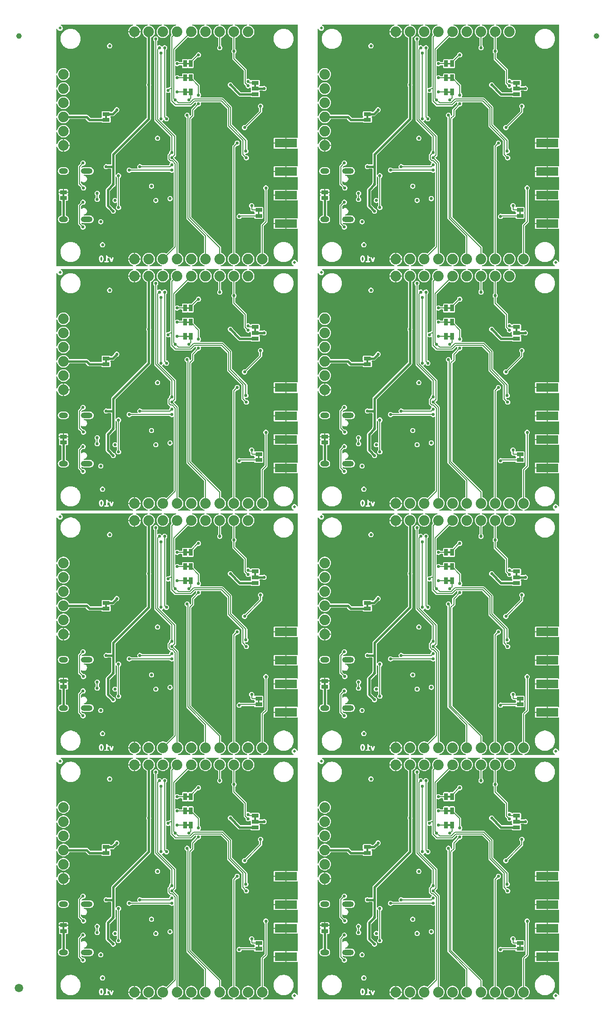
<source format=gbl>
%TF.GenerationSoftware,KiCad,Pcbnew,8.0.5*%
%TF.CreationDate,2024-10-02T11:06:20-06:00*%
%TF.ProjectId,SparkFun_GNSS_LG290P_panelized,53706172-6b46-4756-9e5f-474e53535f4c,rev?*%
%TF.SameCoordinates,Original*%
%TF.FileFunction,Copper,L4,Bot*%
%TF.FilePolarity,Positive*%
%FSLAX46Y46*%
G04 Gerber Fmt 4.6, Leading zero omitted, Abs format (unit mm)*
G04 Created by KiCad (PCBNEW 8.0.5) date 2024-10-02 11:06:20*
%MOMM*%
%LPD*%
G01*
G04 APERTURE LIST*
%ADD10C,0.250000*%
%TA.AperFunction,EtchedComponent*%
%ADD11C,0.000000*%
%TD*%
%TA.AperFunction,SMDPad,CuDef*%
%ADD12C,1.000000*%
%TD*%
%TA.AperFunction,SMDPad,CuDef*%
%ADD13C,1.500000*%
%TD*%
%TA.AperFunction,SMDPad,CuDef*%
%ADD14R,0.660400X1.270000*%
%TD*%
%TA.AperFunction,SMDPad,CuDef*%
%ADD15R,1.270000X0.660400*%
%TD*%
%TA.AperFunction,SMDPad,CuDef*%
%ADD16C,0.500000*%
%TD*%
%TA.AperFunction,SMDPad,CuDef*%
%ADD17R,4.000000X1.500000*%
%TD*%
%TA.AperFunction,ComponentPad*%
%ADD18C,1.879600*%
%TD*%
%TA.AperFunction,ComponentPad*%
%ADD19O,1.600000X1.000000*%
%TD*%
%TA.AperFunction,ComponentPad*%
%ADD20O,2.100000X1.000000*%
%TD*%
%TA.AperFunction,ViaPad*%
%ADD21C,0.560000*%
%TD*%
%TA.AperFunction,Conductor*%
%ADD22C,0.152400*%
%TD*%
%TA.AperFunction,Conductor*%
%ADD23C,0.406400*%
%TD*%
%TA.AperFunction,Conductor*%
%ADD24C,0.177800*%
%TD*%
G04 APERTURE END LIST*
D10*
G36*
X54829668Y132710029D02*
G01*
X54848600Y132691096D01*
X54881010Y132626275D01*
X54921570Y132464039D01*
X54921570Y132256722D01*
X54881010Y132094485D01*
X54848600Y132029664D01*
X54829668Y132010731D01*
X54778966Y131985380D01*
X54742747Y131985380D01*
X54692043Y132010731D01*
X54673111Y132029663D01*
X54640701Y132094484D01*
X54600142Y132256722D01*
X54600142Y132464039D01*
X54640701Y132626277D01*
X54673111Y132691097D01*
X54692044Y132710029D01*
X54742746Y132735380D01*
X54778967Y132735380D01*
X54829668Y132710029D01*
G37*
G36*
X57057132Y131610380D02*
G01*
X54225142Y131610380D01*
X54225142Y132479428D01*
X54350142Y132479428D01*
X54350142Y132241333D01*
X54350561Y132237078D01*
X54350290Y132235257D01*
X54351639Y132226128D01*
X54352544Y132216947D01*
X54353248Y132215245D01*
X54353874Y132211016D01*
X54401493Y132020540D01*
X54402136Y132018740D01*
X54402200Y132017841D01*
X54406082Y132007694D01*
X54409738Y131997465D01*
X54410274Y131996740D01*
X54410958Y131994955D01*
X54458576Y131899718D01*
X54465185Y131889219D01*
X54466447Y131886173D01*
X54469262Y131882741D01*
X54471631Y131878980D01*
X54474125Y131876816D01*
X54481992Y131867231D01*
X54529610Y131819612D01*
X54539195Y131811745D01*
X54541359Y131809251D01*
X54545120Y131806883D01*
X54548552Y131804067D01*
X54551599Y131802804D01*
X54562096Y131796197D01*
X54657335Y131748577D01*
X54680220Y131739819D01*
X54684702Y131739500D01*
X54688851Y131737782D01*
X54713237Y131735380D01*
X54808475Y131735380D01*
X54832861Y131737782D01*
X54837012Y131739501D01*
X54841492Y131739820D01*
X54864378Y131748577D01*
X54959616Y131796197D01*
X54970112Y131802804D01*
X54973159Y131804067D01*
X54976591Y131806884D01*
X54980353Y131809252D01*
X54982516Y131811746D01*
X54992101Y131819612D01*
X55039720Y131867230D01*
X55047589Y131876818D01*
X55050081Y131878980D01*
X55052446Y131882737D01*
X55054111Y131884766D01*
X55304925Y131884766D01*
X55304925Y131835994D01*
X55323589Y131790934D01*
X55358077Y131756446D01*
X55403137Y131737782D01*
X55427523Y131735380D01*
X55998951Y131735380D01*
X56023337Y131737782D01*
X56068397Y131756446D01*
X56102885Y131790934D01*
X56121549Y131835994D01*
X56121549Y131884766D01*
X56102885Y131929826D01*
X56068397Y131964314D01*
X56023337Y131982978D01*
X55998951Y131985380D01*
X55838237Y131985380D01*
X55838237Y132516508D01*
X55847811Y132510482D01*
X55943049Y132462863D01*
X55965935Y132454105D01*
X56014584Y132450648D01*
X56060855Y132466071D01*
X56097700Y132498027D01*
X56103075Y132508778D01*
X56208627Y132508778D01*
X56214567Y132485005D01*
X56452662Y131818338D01*
X56463126Y131796181D01*
X56467336Y131791529D01*
X56470023Y131785858D01*
X56483582Y131773582D01*
X56495858Y131760023D01*
X56501530Y131757336D01*
X56506181Y131753126D01*
X56523405Y131746974D01*
X56539936Y131739144D01*
X56546201Y131738832D01*
X56552111Y131736722D01*
X56570386Y131737630D01*
X56588649Y131736723D01*
X56594555Y131738832D01*
X56600823Y131739144D01*
X56617355Y131746974D01*
X56634579Y131753126D01*
X56639230Y131757336D01*
X56644902Y131760023D01*
X56657177Y131773582D01*
X56670737Y131785858D01*
X56673423Y131791529D01*
X56677634Y131796181D01*
X56688098Y131818338D01*
X56926193Y132485005D01*
X56932132Y132508778D01*
X56929711Y132557490D01*
X56908832Y132601569D01*
X56872674Y132634301D01*
X56826744Y132650704D01*
X56778031Y132648283D01*
X56733953Y132627404D01*
X56701221Y132591246D01*
X56690757Y132569089D01*
X56570380Y132232032D01*
X56450003Y132569089D01*
X56439539Y132591246D01*
X56406807Y132627404D01*
X56362728Y132648283D01*
X56314016Y132650705D01*
X56268086Y132634301D01*
X56231928Y132601569D01*
X56211049Y132557490D01*
X56208627Y132508778D01*
X56103075Y132508778D01*
X56119511Y132541650D01*
X56122969Y132590300D01*
X56107546Y132636570D01*
X56075590Y132673415D01*
X56054852Y132686470D01*
X55977756Y132725017D01*
X55905615Y132797158D01*
X55817243Y132929718D01*
X55817187Y132929785D01*
X55817171Y132929826D01*
X55817080Y132929916D01*
X55801718Y132948676D01*
X55791433Y132955563D01*
X55782683Y132964314D01*
X55771370Y132968999D01*
X55761194Y132975815D01*
X55749055Y132978242D01*
X55737623Y132982978D01*
X55725378Y132982978D01*
X55713367Y132985380D01*
X55701225Y132982978D01*
X55688851Y132982978D01*
X55677537Y132978292D01*
X55665522Y132975915D01*
X55655223Y132969049D01*
X55643791Y132964314D01*
X55635132Y132955655D01*
X55624941Y132948861D01*
X55618053Y132938576D01*
X55609303Y132929826D01*
X55604617Y132918513D01*
X55597802Y132908337D01*
X55595374Y132896198D01*
X55590639Y132884766D01*
X55588262Y132860636D01*
X55588237Y132860510D01*
X55588245Y132860466D01*
X55588237Y132860380D01*
X55588237Y131985380D01*
X55427523Y131985380D01*
X55403137Y131982978D01*
X55358077Y131964314D01*
X55323589Y131929826D01*
X55304925Y131884766D01*
X55054111Y131884766D01*
X55055265Y131886172D01*
X55056528Y131889222D01*
X55063135Y131899717D01*
X55110754Y131994955D01*
X55111437Y131996740D01*
X55111974Y131997465D01*
X55115629Y132007694D01*
X55119512Y132017841D01*
X55119575Y132018740D01*
X55120219Y132020540D01*
X55167838Y132211016D01*
X55168463Y132215245D01*
X55169168Y132216947D01*
X55170072Y132226126D01*
X55171422Y132235256D01*
X55171150Y132237078D01*
X55171570Y132241333D01*
X55171570Y132479428D01*
X55171150Y132483682D01*
X55171422Y132485505D01*
X55170072Y132494634D01*
X55169168Y132503814D01*
X55168463Y132505515D01*
X55167838Y132509745D01*
X55120219Y132700221D01*
X55119575Y132702020D01*
X55119512Y132702920D01*
X55115629Y132713066D01*
X55111974Y132723296D01*
X55111437Y132724020D01*
X55110754Y132725806D01*
X55063135Y132821044D01*
X55056528Y132831538D01*
X55055265Y132834589D01*
X55052446Y132838023D01*
X55050081Y132841781D01*
X55047589Y132843942D01*
X55039720Y132853531D01*
X54992101Y132901149D01*
X54982515Y132909015D01*
X54980352Y132911510D01*
X54976590Y132913878D01*
X54973159Y132916694D01*
X54970112Y132917955D01*
X54959614Y132924565D01*
X54864377Y132972183D01*
X54841491Y132980941D01*
X54837009Y132981259D01*
X54832861Y132982978D01*
X54808475Y132985380D01*
X54713237Y132985380D01*
X54688851Y132982978D01*
X54684701Y132981259D01*
X54680221Y132980941D01*
X54657335Y132972183D01*
X54562097Y132924564D01*
X54551602Y132917957D01*
X54548552Y132916694D01*
X54545117Y132913875D01*
X54541360Y132911510D01*
X54539198Y132909018D01*
X54529610Y132901149D01*
X54481992Y132853530D01*
X54474125Y132843944D01*
X54471631Y132841781D01*
X54469262Y132838019D01*
X54466447Y132834588D01*
X54465185Y132831541D01*
X54458576Y132821043D01*
X54410958Y132725806D01*
X54410274Y132724020D01*
X54409738Y132723296D01*
X54406082Y132713066D01*
X54402200Y132702920D01*
X54402136Y132702020D01*
X54401493Y132700221D01*
X54353874Y132509745D01*
X54353248Y132505515D01*
X54352544Y132503814D01*
X54351639Y132494632D01*
X54350290Y132485504D01*
X54350561Y132483682D01*
X54350142Y132479428D01*
X54225142Y132479428D01*
X54225142Y133110380D01*
X57057132Y133110380D01*
X57057132Y131610380D01*
G37*
G36*
X54829668Y89030031D02*
G01*
X54848600Y89011098D01*
X54881010Y88946277D01*
X54921570Y88784040D01*
X54921570Y88576723D01*
X54881010Y88414487D01*
X54848599Y88349664D01*
X54829668Y88330732D01*
X54778967Y88305381D01*
X54742746Y88305381D01*
X54692044Y88330732D01*
X54673112Y88349664D01*
X54640701Y88414485D01*
X54600142Y88576723D01*
X54600142Y88784040D01*
X54640701Y88946278D01*
X54673111Y89011099D01*
X54692044Y89030031D01*
X54742746Y89055381D01*
X54778967Y89055381D01*
X54829668Y89030031D01*
G37*
G36*
X57057132Y87930381D02*
G01*
X54225142Y87930381D01*
X54225142Y88799429D01*
X54350142Y88799429D01*
X54350142Y88561334D01*
X54350561Y88557080D01*
X54350290Y88555258D01*
X54351639Y88546130D01*
X54352544Y88536948D01*
X54353248Y88535247D01*
X54353874Y88531017D01*
X54401493Y88340541D01*
X54402136Y88338742D01*
X54402200Y88337842D01*
X54406082Y88327696D01*
X54409738Y88317466D01*
X54410274Y88316742D01*
X54410958Y88314956D01*
X54458576Y88219719D01*
X54465183Y88209223D01*
X54466446Y88206175D01*
X54469263Y88202742D01*
X54471631Y88198981D01*
X54474125Y88196818D01*
X54481991Y88187233D01*
X54529610Y88139613D01*
X54539198Y88131744D01*
X54541360Y88129251D01*
X54545114Y88126888D01*
X54548551Y88124067D01*
X54551604Y88122803D01*
X54562097Y88116197D01*
X54657335Y88068578D01*
X54680221Y88059820D01*
X54684701Y88059502D01*
X54688851Y88057783D01*
X54713237Y88055381D01*
X54808475Y88055381D01*
X54832861Y88057783D01*
X54837009Y88059502D01*
X54841491Y88059820D01*
X54864377Y88068578D01*
X54959614Y88116196D01*
X54970110Y88122804D01*
X54973160Y88124067D01*
X54976593Y88126886D01*
X54980352Y88129251D01*
X54982514Y88131745D01*
X54992102Y88139613D01*
X55039721Y88187232D01*
X55047588Y88196820D01*
X55050081Y88198981D01*
X55052447Y88202741D01*
X55054110Y88204767D01*
X55304925Y88204767D01*
X55304925Y88155995D01*
X55323589Y88110935D01*
X55358077Y88076447D01*
X55403137Y88057783D01*
X55427523Y88055381D01*
X55998951Y88055381D01*
X56023337Y88057783D01*
X56068397Y88076447D01*
X56102885Y88110935D01*
X56121549Y88155995D01*
X56121549Y88204767D01*
X56102885Y88249827D01*
X56068397Y88284315D01*
X56023337Y88302979D01*
X55998951Y88305381D01*
X55838237Y88305381D01*
X55838237Y88836510D01*
X55847811Y88830483D01*
X55943049Y88782864D01*
X55965935Y88774106D01*
X56014584Y88770649D01*
X56060855Y88786072D01*
X56097700Y88818028D01*
X56103075Y88828779D01*
X56208627Y88828779D01*
X56214567Y88805006D01*
X56452662Y88138339D01*
X56463126Y88116182D01*
X56467336Y88111531D01*
X56470023Y88105859D01*
X56483582Y88093584D01*
X56495858Y88080024D01*
X56501530Y88077338D01*
X56506181Y88073127D01*
X56523405Y88066976D01*
X56539936Y88059145D01*
X56546201Y88058834D01*
X56552111Y88056723D01*
X56570386Y88057632D01*
X56588649Y88056724D01*
X56594555Y88058834D01*
X56600823Y88059145D01*
X56617355Y88066976D01*
X56634579Y88073127D01*
X56639230Y88077338D01*
X56644902Y88080024D01*
X56657177Y88093584D01*
X56670737Y88105859D01*
X56673423Y88111531D01*
X56677634Y88116182D01*
X56688098Y88138339D01*
X56926193Y88805006D01*
X56932132Y88828779D01*
X56929711Y88877491D01*
X56908832Y88921570D01*
X56872674Y88954302D01*
X56826744Y88970705D01*
X56778031Y88968284D01*
X56733953Y88947405D01*
X56701221Y88911247D01*
X56690757Y88889090D01*
X56570380Y88552034D01*
X56450003Y88889090D01*
X56439539Y88911247D01*
X56406807Y88947405D01*
X56362728Y88968284D01*
X56314016Y88970706D01*
X56268086Y88954302D01*
X56231928Y88921570D01*
X56211049Y88877491D01*
X56208627Y88828779D01*
X56103075Y88828779D01*
X56119511Y88861651D01*
X56122969Y88910301D01*
X56107546Y88956571D01*
X56075590Y88993416D01*
X56054852Y89006471D01*
X55977756Y89045019D01*
X55905615Y89117160D01*
X55817243Y89249719D01*
X55817187Y89249787D01*
X55817171Y89249827D01*
X55817080Y89249918D01*
X55801718Y89268677D01*
X55791433Y89275565D01*
X55782683Y89284315D01*
X55771370Y89289001D01*
X55761194Y89295816D01*
X55749055Y89298244D01*
X55737623Y89302979D01*
X55725378Y89302979D01*
X55713367Y89305381D01*
X55701225Y89302979D01*
X55688851Y89302979D01*
X55677537Y89298294D01*
X55665522Y89295916D01*
X55655223Y89289051D01*
X55643791Y89284315D01*
X55635132Y89275656D01*
X55624941Y89268862D01*
X55618053Y89258578D01*
X55609303Y89249827D01*
X55604617Y89238515D01*
X55597802Y89228338D01*
X55595374Y89216200D01*
X55590639Y89204767D01*
X55588262Y89180638D01*
X55588237Y89180511D01*
X55588245Y89180468D01*
X55588237Y89180381D01*
X55588237Y88305381D01*
X55427523Y88305381D01*
X55403137Y88302979D01*
X55358077Y88284315D01*
X55323589Y88249827D01*
X55304925Y88204767D01*
X55054110Y88204767D01*
X55055266Y88206175D01*
X55056528Y88209224D01*
X55063135Y88219718D01*
X55110754Y88314956D01*
X55111437Y88316742D01*
X55111974Y88317466D01*
X55115629Y88327696D01*
X55119512Y88337842D01*
X55119575Y88338742D01*
X55120219Y88340541D01*
X55167838Y88531017D01*
X55168463Y88535247D01*
X55169168Y88536948D01*
X55170072Y88546128D01*
X55171422Y88555257D01*
X55171150Y88557080D01*
X55171570Y88561334D01*
X55171570Y88799429D01*
X55171150Y88803684D01*
X55171422Y88805506D01*
X55170072Y88814636D01*
X55169168Y88823815D01*
X55168463Y88825517D01*
X55167838Y88829746D01*
X55120219Y89020222D01*
X55119575Y89022022D01*
X55119512Y89022921D01*
X55115629Y89033068D01*
X55111974Y89043297D01*
X55111437Y89044022D01*
X55110754Y89045807D01*
X55063135Y89141045D01*
X55056528Y89151540D01*
X55055265Y89154590D01*
X55052446Y89158025D01*
X55050081Y89161782D01*
X55047589Y89163944D01*
X55039720Y89173532D01*
X54992101Y89221150D01*
X54982515Y89229017D01*
X54980352Y89231511D01*
X54976590Y89233880D01*
X54973159Y89236695D01*
X54970112Y89237957D01*
X54959614Y89244566D01*
X54864377Y89292184D01*
X54841491Y89300942D01*
X54837009Y89301261D01*
X54832861Y89302979D01*
X54808475Y89305381D01*
X54713237Y89305381D01*
X54688851Y89302979D01*
X54684701Y89301261D01*
X54680221Y89300942D01*
X54657335Y89292184D01*
X54562097Y89244565D01*
X54551602Y89237959D01*
X54548552Y89236695D01*
X54545117Y89233877D01*
X54541360Y89231511D01*
X54539198Y89229020D01*
X54529610Y89221150D01*
X54481992Y89173531D01*
X54474125Y89163946D01*
X54471631Y89161782D01*
X54469262Y89158021D01*
X54466447Y89154589D01*
X54465185Y89151543D01*
X54458576Y89141044D01*
X54410958Y89045807D01*
X54410274Y89044022D01*
X54409738Y89043297D01*
X54406082Y89033068D01*
X54402200Y89022921D01*
X54402136Y89022022D01*
X54401493Y89020222D01*
X54353874Y88829746D01*
X54353248Y88825517D01*
X54352544Y88823815D01*
X54351639Y88814634D01*
X54350290Y88805505D01*
X54350561Y88803684D01*
X54350142Y88799429D01*
X54225142Y88799429D01*
X54225142Y89430381D01*
X57057132Y89430381D01*
X57057132Y87930381D01*
G37*
G36*
X54829668Y45350031D02*
G01*
X54848600Y45331098D01*
X54881010Y45266277D01*
X54921570Y45104040D01*
X54921570Y44896723D01*
X54881010Y44734487D01*
X54848599Y44669664D01*
X54829668Y44650732D01*
X54778967Y44625381D01*
X54742746Y44625381D01*
X54692044Y44650732D01*
X54673112Y44669664D01*
X54640701Y44734485D01*
X54600142Y44896723D01*
X54600142Y45104040D01*
X54640701Y45266278D01*
X54673111Y45331099D01*
X54692044Y45350031D01*
X54742746Y45375381D01*
X54778967Y45375381D01*
X54829668Y45350031D01*
G37*
G36*
X57057132Y44250381D02*
G01*
X54225142Y44250381D01*
X54225142Y45119429D01*
X54350142Y45119429D01*
X54350142Y44881334D01*
X54350561Y44877080D01*
X54350290Y44875258D01*
X54351639Y44866130D01*
X54352544Y44856948D01*
X54353248Y44855247D01*
X54353874Y44851017D01*
X54401493Y44660541D01*
X54402136Y44658742D01*
X54402200Y44657842D01*
X54406082Y44647696D01*
X54409738Y44637466D01*
X54410274Y44636742D01*
X54410958Y44634956D01*
X54458576Y44539719D01*
X54465183Y44529223D01*
X54466446Y44526175D01*
X54469263Y44522742D01*
X54471631Y44518981D01*
X54474125Y44516818D01*
X54481991Y44507233D01*
X54529610Y44459613D01*
X54539198Y44451744D01*
X54541360Y44449251D01*
X54545114Y44446888D01*
X54548551Y44444067D01*
X54551604Y44442803D01*
X54562097Y44436197D01*
X54657335Y44388578D01*
X54680221Y44379820D01*
X54684701Y44379502D01*
X54688851Y44377783D01*
X54713237Y44375381D01*
X54808475Y44375381D01*
X54832861Y44377783D01*
X54837009Y44379502D01*
X54841491Y44379820D01*
X54864377Y44388578D01*
X54959614Y44436196D01*
X54970110Y44442804D01*
X54973160Y44444067D01*
X54976593Y44446886D01*
X54980352Y44449251D01*
X54982514Y44451745D01*
X54992102Y44459613D01*
X55039721Y44507232D01*
X55047588Y44516820D01*
X55050081Y44518981D01*
X55052447Y44522741D01*
X55054110Y44524767D01*
X55304925Y44524767D01*
X55304925Y44475995D01*
X55323589Y44430935D01*
X55358077Y44396447D01*
X55403137Y44377783D01*
X55427523Y44375381D01*
X55998951Y44375381D01*
X56023337Y44377783D01*
X56068397Y44396447D01*
X56102885Y44430935D01*
X56121549Y44475995D01*
X56121549Y44524767D01*
X56102885Y44569827D01*
X56068397Y44604315D01*
X56023337Y44622979D01*
X55998951Y44625381D01*
X55838237Y44625381D01*
X55838237Y45156510D01*
X55847811Y45150483D01*
X55943049Y45102864D01*
X55965935Y45094106D01*
X56014584Y45090649D01*
X56060855Y45106072D01*
X56097700Y45138028D01*
X56103075Y45148779D01*
X56208627Y45148779D01*
X56214567Y45125006D01*
X56452662Y44458339D01*
X56463126Y44436182D01*
X56467336Y44431531D01*
X56470023Y44425859D01*
X56483582Y44413584D01*
X56495858Y44400024D01*
X56501530Y44397338D01*
X56506181Y44393127D01*
X56523405Y44386976D01*
X56539936Y44379145D01*
X56546201Y44378834D01*
X56552111Y44376723D01*
X56570386Y44377632D01*
X56588649Y44376724D01*
X56594555Y44378834D01*
X56600823Y44379145D01*
X56617355Y44386976D01*
X56634579Y44393127D01*
X56639230Y44397338D01*
X56644902Y44400024D01*
X56657177Y44413584D01*
X56670737Y44425859D01*
X56673423Y44431531D01*
X56677634Y44436182D01*
X56688098Y44458339D01*
X56926193Y45125006D01*
X56932132Y45148779D01*
X56929711Y45197491D01*
X56908832Y45241570D01*
X56872674Y45274302D01*
X56826744Y45290705D01*
X56778031Y45288284D01*
X56733953Y45267405D01*
X56701221Y45231247D01*
X56690757Y45209090D01*
X56570380Y44872034D01*
X56450003Y45209090D01*
X56439539Y45231247D01*
X56406807Y45267405D01*
X56362728Y45288284D01*
X56314016Y45290706D01*
X56268086Y45274302D01*
X56231928Y45241570D01*
X56211049Y45197491D01*
X56208627Y45148779D01*
X56103075Y45148779D01*
X56119511Y45181651D01*
X56122969Y45230301D01*
X56107546Y45276571D01*
X56075590Y45313416D01*
X56054852Y45326471D01*
X55977756Y45365019D01*
X55905615Y45437160D01*
X55817243Y45569719D01*
X55817187Y45569787D01*
X55817171Y45569827D01*
X55817080Y45569918D01*
X55801718Y45588677D01*
X55791433Y45595565D01*
X55782683Y45604315D01*
X55771370Y45609001D01*
X55761194Y45615816D01*
X55749055Y45618244D01*
X55737623Y45622979D01*
X55725378Y45622979D01*
X55713367Y45625381D01*
X55701225Y45622979D01*
X55688851Y45622979D01*
X55677537Y45618294D01*
X55665522Y45615916D01*
X55655223Y45609051D01*
X55643791Y45604315D01*
X55635132Y45595656D01*
X55624941Y45588862D01*
X55618053Y45578578D01*
X55609303Y45569827D01*
X55604617Y45558515D01*
X55597802Y45548338D01*
X55595374Y45536200D01*
X55590639Y45524767D01*
X55588262Y45500638D01*
X55588237Y45500511D01*
X55588245Y45500468D01*
X55588237Y45500381D01*
X55588237Y44625381D01*
X55427523Y44625381D01*
X55403137Y44622979D01*
X55358077Y44604315D01*
X55323589Y44569827D01*
X55304925Y44524767D01*
X55054110Y44524767D01*
X55055266Y44526175D01*
X55056528Y44529224D01*
X55063135Y44539718D01*
X55110754Y44634956D01*
X55111437Y44636742D01*
X55111974Y44637466D01*
X55115629Y44647696D01*
X55119512Y44657842D01*
X55119575Y44658742D01*
X55120219Y44660541D01*
X55167838Y44851017D01*
X55168463Y44855247D01*
X55169168Y44856948D01*
X55170072Y44866128D01*
X55171422Y44875257D01*
X55171150Y44877080D01*
X55171570Y44881334D01*
X55171570Y45119429D01*
X55171150Y45123684D01*
X55171422Y45125506D01*
X55170072Y45134636D01*
X55169168Y45143815D01*
X55168463Y45145517D01*
X55167838Y45149746D01*
X55120219Y45340222D01*
X55119575Y45342022D01*
X55119512Y45342921D01*
X55115629Y45353068D01*
X55111974Y45363297D01*
X55111437Y45364022D01*
X55110754Y45365807D01*
X55063135Y45461045D01*
X55056528Y45471540D01*
X55055265Y45474590D01*
X55052446Y45478025D01*
X55050081Y45481782D01*
X55047589Y45483944D01*
X55039720Y45493532D01*
X54992101Y45541150D01*
X54982515Y45549017D01*
X54980352Y45551511D01*
X54976590Y45553880D01*
X54973159Y45556695D01*
X54970112Y45557957D01*
X54959614Y45564566D01*
X54864377Y45612184D01*
X54841491Y45620942D01*
X54837009Y45621261D01*
X54832861Y45622979D01*
X54808475Y45625381D01*
X54713237Y45625381D01*
X54688851Y45622979D01*
X54684701Y45621261D01*
X54680221Y45620942D01*
X54657335Y45612184D01*
X54562097Y45564565D01*
X54551602Y45557959D01*
X54548552Y45556695D01*
X54545117Y45553877D01*
X54541360Y45551511D01*
X54539198Y45549020D01*
X54529610Y45541150D01*
X54481992Y45493531D01*
X54474125Y45483946D01*
X54471631Y45481782D01*
X54469262Y45478021D01*
X54466447Y45474589D01*
X54465185Y45471543D01*
X54458576Y45461044D01*
X54410958Y45365807D01*
X54410274Y45364022D01*
X54409738Y45363297D01*
X54406082Y45353068D01*
X54402200Y45342921D01*
X54402136Y45342022D01*
X54401493Y45340222D01*
X54353874Y45149746D01*
X54353248Y45145517D01*
X54352544Y45143815D01*
X54351639Y45134634D01*
X54350290Y45125505D01*
X54350561Y45123684D01*
X54350142Y45119429D01*
X54225142Y45119429D01*
X54225142Y45750381D01*
X57057132Y45750381D01*
X57057132Y44250381D01*
G37*
G36*
X54829668Y1670031D02*
G01*
X54848600Y1651098D01*
X54881010Y1586277D01*
X54921570Y1424040D01*
X54921570Y1216723D01*
X54881010Y1054487D01*
X54848599Y989664D01*
X54829668Y970732D01*
X54778967Y945381D01*
X54742746Y945381D01*
X54692044Y970732D01*
X54673112Y989664D01*
X54640701Y1054485D01*
X54600142Y1216723D01*
X54600142Y1424040D01*
X54640701Y1586278D01*
X54673111Y1651099D01*
X54692044Y1670031D01*
X54742746Y1695381D01*
X54778967Y1695381D01*
X54829668Y1670031D01*
G37*
G36*
X57057132Y570381D02*
G01*
X54225142Y570381D01*
X54225142Y1439429D01*
X54350142Y1439429D01*
X54350142Y1201334D01*
X54350561Y1197080D01*
X54350290Y1195258D01*
X54351639Y1186130D01*
X54352544Y1176948D01*
X54353248Y1175247D01*
X54353874Y1171017D01*
X54401493Y980541D01*
X54402136Y978742D01*
X54402200Y977842D01*
X54406082Y967696D01*
X54409738Y957466D01*
X54410274Y956742D01*
X54410958Y954956D01*
X54458576Y859719D01*
X54465183Y849223D01*
X54466446Y846175D01*
X54469263Y842742D01*
X54471631Y838981D01*
X54474125Y836818D01*
X54481991Y827233D01*
X54529610Y779613D01*
X54539198Y771744D01*
X54541360Y769251D01*
X54545114Y766888D01*
X54548551Y764067D01*
X54551604Y762803D01*
X54562097Y756197D01*
X54657335Y708578D01*
X54680221Y699820D01*
X54684701Y699502D01*
X54688851Y697783D01*
X54713237Y695381D01*
X54808475Y695381D01*
X54832861Y697783D01*
X54837009Y699502D01*
X54841491Y699820D01*
X54864377Y708578D01*
X54959614Y756196D01*
X54970110Y762804D01*
X54973160Y764067D01*
X54976593Y766886D01*
X54980352Y769251D01*
X54982514Y771745D01*
X54992102Y779613D01*
X55039721Y827232D01*
X55047588Y836820D01*
X55050081Y838981D01*
X55052447Y842741D01*
X55054110Y844767D01*
X55304925Y844767D01*
X55304925Y795995D01*
X55323589Y750935D01*
X55358077Y716447D01*
X55403137Y697783D01*
X55427523Y695381D01*
X55998951Y695381D01*
X56023337Y697783D01*
X56068397Y716447D01*
X56102885Y750935D01*
X56121549Y795995D01*
X56121549Y844767D01*
X56102885Y889827D01*
X56068397Y924315D01*
X56023337Y942979D01*
X55998951Y945381D01*
X55838237Y945381D01*
X55838237Y1476510D01*
X55847811Y1470483D01*
X55943049Y1422864D01*
X55965935Y1414106D01*
X56014584Y1410649D01*
X56060855Y1426072D01*
X56097700Y1458028D01*
X56103075Y1468779D01*
X56208627Y1468779D01*
X56214567Y1445006D01*
X56452662Y778339D01*
X56463126Y756182D01*
X56467336Y751531D01*
X56470023Y745859D01*
X56483582Y733584D01*
X56495858Y720024D01*
X56501530Y717338D01*
X56506181Y713127D01*
X56523405Y706976D01*
X56539936Y699145D01*
X56546201Y698834D01*
X56552111Y696723D01*
X56570386Y697632D01*
X56588649Y696724D01*
X56594555Y698834D01*
X56600823Y699145D01*
X56617355Y706976D01*
X56634579Y713127D01*
X56639230Y717338D01*
X56644902Y720024D01*
X56657177Y733584D01*
X56670737Y745859D01*
X56673423Y751531D01*
X56677634Y756182D01*
X56688098Y778339D01*
X56926193Y1445006D01*
X56932132Y1468779D01*
X56929711Y1517491D01*
X56908832Y1561570D01*
X56872674Y1594302D01*
X56826744Y1610705D01*
X56778031Y1608284D01*
X56733953Y1587405D01*
X56701221Y1551247D01*
X56690757Y1529090D01*
X56570380Y1192034D01*
X56450003Y1529090D01*
X56439539Y1551247D01*
X56406807Y1587405D01*
X56362728Y1608284D01*
X56314016Y1610706D01*
X56268086Y1594302D01*
X56231928Y1561570D01*
X56211049Y1517491D01*
X56208627Y1468779D01*
X56103075Y1468779D01*
X56119511Y1501651D01*
X56122969Y1550301D01*
X56107546Y1596571D01*
X56075590Y1633416D01*
X56054852Y1646471D01*
X55977756Y1685019D01*
X55905615Y1757160D01*
X55817243Y1889719D01*
X55817187Y1889787D01*
X55817171Y1889827D01*
X55817080Y1889918D01*
X55801718Y1908677D01*
X55791433Y1915565D01*
X55782683Y1924315D01*
X55771370Y1929001D01*
X55761194Y1935816D01*
X55749055Y1938244D01*
X55737623Y1942979D01*
X55725378Y1942979D01*
X55713367Y1945381D01*
X55701225Y1942979D01*
X55688851Y1942979D01*
X55677537Y1938294D01*
X55665522Y1935916D01*
X55655223Y1929051D01*
X55643791Y1924315D01*
X55635132Y1915656D01*
X55624941Y1908862D01*
X55618053Y1898578D01*
X55609303Y1889827D01*
X55604617Y1878515D01*
X55597802Y1868338D01*
X55595374Y1856200D01*
X55590639Y1844767D01*
X55588262Y1820638D01*
X55588237Y1820511D01*
X55588245Y1820468D01*
X55588237Y1820381D01*
X55588237Y945381D01*
X55427523Y945381D01*
X55403137Y942979D01*
X55358077Y924315D01*
X55323589Y889827D01*
X55304925Y844767D01*
X55054110Y844767D01*
X55055266Y846175D01*
X55056528Y849224D01*
X55063135Y859718D01*
X55110754Y954956D01*
X55111437Y956742D01*
X55111974Y957466D01*
X55115629Y967696D01*
X55119512Y977842D01*
X55119575Y978742D01*
X55120219Y980541D01*
X55167838Y1171017D01*
X55168463Y1175247D01*
X55169168Y1176948D01*
X55170072Y1186128D01*
X55171422Y1195257D01*
X55171150Y1197080D01*
X55171570Y1201334D01*
X55171570Y1439429D01*
X55171150Y1443684D01*
X55171422Y1445506D01*
X55170072Y1454636D01*
X55169168Y1463815D01*
X55168463Y1465517D01*
X55167838Y1469746D01*
X55120219Y1660222D01*
X55119575Y1662022D01*
X55119512Y1662921D01*
X55115629Y1673068D01*
X55111974Y1683297D01*
X55111437Y1684022D01*
X55110754Y1685807D01*
X55063135Y1781045D01*
X55056528Y1791540D01*
X55055265Y1794590D01*
X55052446Y1798025D01*
X55050081Y1801782D01*
X55047589Y1803944D01*
X55039720Y1813532D01*
X54992101Y1861150D01*
X54982515Y1869017D01*
X54980352Y1871511D01*
X54976590Y1873880D01*
X54973159Y1876695D01*
X54970112Y1877957D01*
X54959614Y1884566D01*
X54864377Y1932184D01*
X54841491Y1940942D01*
X54837009Y1941261D01*
X54832861Y1942979D01*
X54808475Y1945381D01*
X54713237Y1945381D01*
X54688851Y1942979D01*
X54684701Y1941261D01*
X54680221Y1940942D01*
X54657335Y1932184D01*
X54562097Y1884565D01*
X54551602Y1877959D01*
X54548552Y1876695D01*
X54545117Y1873877D01*
X54541360Y1871511D01*
X54539198Y1869020D01*
X54529610Y1861150D01*
X54481992Y1813531D01*
X54474125Y1803946D01*
X54471631Y1801782D01*
X54469262Y1798021D01*
X54466447Y1794589D01*
X54465185Y1791543D01*
X54458576Y1781044D01*
X54410958Y1685807D01*
X54410274Y1684022D01*
X54409738Y1683297D01*
X54406082Y1673068D01*
X54402200Y1662921D01*
X54402136Y1662022D01*
X54401493Y1660222D01*
X54353874Y1469746D01*
X54353248Y1465517D01*
X54352544Y1463815D01*
X54351639Y1454634D01*
X54350290Y1445505D01*
X54350561Y1443684D01*
X54350142Y1439429D01*
X54225142Y1439429D01*
X54225142Y2070381D01*
X57057132Y2070381D01*
X57057132Y570381D01*
G37*
G36*
X8101668Y132710029D02*
G01*
X8120600Y132691096D01*
X8153010Y132626275D01*
X8193570Y132464039D01*
X8193570Y132256722D01*
X8153010Y132094485D01*
X8120600Y132029664D01*
X8101668Y132010731D01*
X8050966Y131985380D01*
X8014747Y131985380D01*
X7964043Y132010731D01*
X7945111Y132029663D01*
X7912701Y132094484D01*
X7872142Y132256722D01*
X7872142Y132464039D01*
X7912701Y132626277D01*
X7945111Y132691097D01*
X7964044Y132710029D01*
X8014746Y132735380D01*
X8050967Y132735380D01*
X8101668Y132710029D01*
G37*
G36*
X10329132Y131610380D02*
G01*
X7497142Y131610380D01*
X7497142Y132479428D01*
X7622142Y132479428D01*
X7622142Y132241333D01*
X7622561Y132237078D01*
X7622290Y132235257D01*
X7623639Y132226128D01*
X7624544Y132216947D01*
X7625248Y132215245D01*
X7625874Y132211016D01*
X7673493Y132020540D01*
X7674136Y132018740D01*
X7674200Y132017841D01*
X7678082Y132007694D01*
X7681738Y131997465D01*
X7682274Y131996740D01*
X7682958Y131994955D01*
X7730576Y131899718D01*
X7737185Y131889219D01*
X7738447Y131886173D01*
X7741262Y131882741D01*
X7743631Y131878980D01*
X7746125Y131876816D01*
X7753992Y131867231D01*
X7801610Y131819612D01*
X7811195Y131811745D01*
X7813359Y131809251D01*
X7817120Y131806883D01*
X7820552Y131804067D01*
X7823599Y131802804D01*
X7834096Y131796197D01*
X7929335Y131748577D01*
X7952220Y131739819D01*
X7956702Y131739500D01*
X7960851Y131737782D01*
X7985237Y131735380D01*
X8080475Y131735380D01*
X8104861Y131737782D01*
X8109012Y131739501D01*
X8113492Y131739820D01*
X8136378Y131748577D01*
X8231616Y131796197D01*
X8242112Y131802804D01*
X8245159Y131804067D01*
X8248591Y131806884D01*
X8252353Y131809252D01*
X8254516Y131811746D01*
X8264101Y131819612D01*
X8311720Y131867230D01*
X8319589Y131876818D01*
X8322081Y131878980D01*
X8324446Y131882737D01*
X8326111Y131884766D01*
X8576925Y131884766D01*
X8576925Y131835994D01*
X8595589Y131790934D01*
X8630077Y131756446D01*
X8675137Y131737782D01*
X8699523Y131735380D01*
X9270951Y131735380D01*
X9295337Y131737782D01*
X9340397Y131756446D01*
X9374885Y131790934D01*
X9393549Y131835994D01*
X9393549Y131884766D01*
X9374885Y131929826D01*
X9340397Y131964314D01*
X9295337Y131982978D01*
X9270951Y131985380D01*
X9110237Y131985380D01*
X9110237Y132516508D01*
X9119811Y132510482D01*
X9215049Y132462863D01*
X9237935Y132454105D01*
X9286584Y132450648D01*
X9332855Y132466071D01*
X9369700Y132498027D01*
X9375075Y132508778D01*
X9480627Y132508778D01*
X9486567Y132485005D01*
X9724662Y131818338D01*
X9735126Y131796181D01*
X9739336Y131791529D01*
X9742023Y131785858D01*
X9755582Y131773582D01*
X9767858Y131760023D01*
X9773530Y131757336D01*
X9778181Y131753126D01*
X9795405Y131746974D01*
X9811936Y131739144D01*
X9818201Y131738832D01*
X9824111Y131736722D01*
X9842386Y131737630D01*
X9860649Y131736723D01*
X9866555Y131738832D01*
X9872823Y131739144D01*
X9889355Y131746974D01*
X9906579Y131753126D01*
X9911230Y131757336D01*
X9916902Y131760023D01*
X9929177Y131773582D01*
X9942737Y131785858D01*
X9945423Y131791529D01*
X9949634Y131796181D01*
X9960098Y131818338D01*
X10198193Y132485005D01*
X10204132Y132508778D01*
X10201711Y132557490D01*
X10180832Y132601569D01*
X10144674Y132634301D01*
X10098744Y132650704D01*
X10050031Y132648283D01*
X10005953Y132627404D01*
X9973221Y132591246D01*
X9962757Y132569089D01*
X9842380Y132232032D01*
X9722003Y132569089D01*
X9711539Y132591246D01*
X9678807Y132627404D01*
X9634728Y132648283D01*
X9586016Y132650705D01*
X9540086Y132634301D01*
X9503928Y132601569D01*
X9483049Y132557490D01*
X9480627Y132508778D01*
X9375075Y132508778D01*
X9391511Y132541650D01*
X9394969Y132590300D01*
X9379546Y132636570D01*
X9347590Y132673415D01*
X9326852Y132686470D01*
X9249756Y132725017D01*
X9177615Y132797158D01*
X9089243Y132929718D01*
X9089187Y132929785D01*
X9089171Y132929826D01*
X9089080Y132929916D01*
X9073718Y132948676D01*
X9063433Y132955563D01*
X9054683Y132964314D01*
X9043370Y132968999D01*
X9033194Y132975815D01*
X9021055Y132978242D01*
X9009623Y132982978D01*
X8997378Y132982978D01*
X8985367Y132985380D01*
X8973225Y132982978D01*
X8960851Y132982978D01*
X8949537Y132978292D01*
X8937522Y132975915D01*
X8927223Y132969049D01*
X8915791Y132964314D01*
X8907132Y132955655D01*
X8896941Y132948861D01*
X8890053Y132938576D01*
X8881303Y132929826D01*
X8876617Y132918513D01*
X8869802Y132908337D01*
X8867374Y132896198D01*
X8862639Y132884766D01*
X8860262Y132860636D01*
X8860237Y132860510D01*
X8860245Y132860466D01*
X8860237Y132860380D01*
X8860237Y131985380D01*
X8699523Y131985380D01*
X8675137Y131982978D01*
X8630077Y131964314D01*
X8595589Y131929826D01*
X8576925Y131884766D01*
X8326111Y131884766D01*
X8327265Y131886172D01*
X8328528Y131889222D01*
X8335135Y131899717D01*
X8382754Y131994955D01*
X8383437Y131996740D01*
X8383974Y131997465D01*
X8387629Y132007694D01*
X8391512Y132017841D01*
X8391575Y132018740D01*
X8392219Y132020540D01*
X8439838Y132211016D01*
X8440463Y132215245D01*
X8441168Y132216947D01*
X8442072Y132226126D01*
X8443422Y132235256D01*
X8443150Y132237078D01*
X8443570Y132241333D01*
X8443570Y132479428D01*
X8443150Y132483682D01*
X8443422Y132485505D01*
X8442072Y132494634D01*
X8441168Y132503814D01*
X8440463Y132505515D01*
X8439838Y132509745D01*
X8392219Y132700221D01*
X8391575Y132702020D01*
X8391512Y132702920D01*
X8387629Y132713066D01*
X8383974Y132723296D01*
X8383437Y132724020D01*
X8382754Y132725806D01*
X8335135Y132821044D01*
X8328528Y132831538D01*
X8327265Y132834589D01*
X8324446Y132838023D01*
X8322081Y132841781D01*
X8319589Y132843942D01*
X8311720Y132853531D01*
X8264101Y132901149D01*
X8254515Y132909015D01*
X8252352Y132911510D01*
X8248590Y132913878D01*
X8245159Y132916694D01*
X8242112Y132917955D01*
X8231614Y132924565D01*
X8136377Y132972183D01*
X8113491Y132980941D01*
X8109009Y132981259D01*
X8104861Y132982978D01*
X8080475Y132985380D01*
X7985237Y132985380D01*
X7960851Y132982978D01*
X7956701Y132981259D01*
X7952221Y132980941D01*
X7929335Y132972183D01*
X7834097Y132924564D01*
X7823602Y132917957D01*
X7820552Y132916694D01*
X7817117Y132913875D01*
X7813360Y132911510D01*
X7811198Y132909018D01*
X7801610Y132901149D01*
X7753992Y132853530D01*
X7746125Y132843944D01*
X7743631Y132841781D01*
X7741262Y132838019D01*
X7738447Y132834588D01*
X7737185Y132831541D01*
X7730576Y132821043D01*
X7682958Y132725806D01*
X7682274Y132724020D01*
X7681738Y132723296D01*
X7678082Y132713066D01*
X7674200Y132702920D01*
X7674136Y132702020D01*
X7673493Y132700221D01*
X7625874Y132509745D01*
X7625248Y132505515D01*
X7624544Y132503814D01*
X7623639Y132494632D01*
X7622290Y132485504D01*
X7622561Y132483682D01*
X7622142Y132479428D01*
X7497142Y132479428D01*
X7497142Y133110380D01*
X10329132Y133110380D01*
X10329132Y131610380D01*
G37*
G36*
X8101668Y89030031D02*
G01*
X8120600Y89011098D01*
X8153010Y88946277D01*
X8193570Y88784040D01*
X8193570Y88576723D01*
X8153010Y88414487D01*
X8120599Y88349664D01*
X8101668Y88330732D01*
X8050967Y88305381D01*
X8014746Y88305381D01*
X7964044Y88330732D01*
X7945112Y88349664D01*
X7912701Y88414485D01*
X7872142Y88576723D01*
X7872142Y88784040D01*
X7912701Y88946278D01*
X7945111Y89011099D01*
X7964044Y89030031D01*
X8014746Y89055381D01*
X8050967Y89055381D01*
X8101668Y89030031D01*
G37*
G36*
X10329132Y87930381D02*
G01*
X7497142Y87930381D01*
X7497142Y88799429D01*
X7622142Y88799429D01*
X7622142Y88561334D01*
X7622561Y88557080D01*
X7622290Y88555258D01*
X7623639Y88546130D01*
X7624544Y88536948D01*
X7625248Y88535247D01*
X7625874Y88531017D01*
X7673493Y88340541D01*
X7674136Y88338742D01*
X7674200Y88337842D01*
X7678082Y88327696D01*
X7681738Y88317466D01*
X7682274Y88316742D01*
X7682958Y88314956D01*
X7730576Y88219719D01*
X7737183Y88209223D01*
X7738446Y88206175D01*
X7741263Y88202742D01*
X7743631Y88198981D01*
X7746125Y88196818D01*
X7753991Y88187233D01*
X7801610Y88139613D01*
X7811198Y88131744D01*
X7813360Y88129251D01*
X7817114Y88126888D01*
X7820551Y88124067D01*
X7823604Y88122803D01*
X7834097Y88116197D01*
X7929335Y88068578D01*
X7952221Y88059820D01*
X7956701Y88059502D01*
X7960851Y88057783D01*
X7985237Y88055381D01*
X8080475Y88055381D01*
X8104861Y88057783D01*
X8109009Y88059502D01*
X8113491Y88059820D01*
X8136377Y88068578D01*
X8231614Y88116196D01*
X8242110Y88122804D01*
X8245160Y88124067D01*
X8248593Y88126886D01*
X8252352Y88129251D01*
X8254514Y88131745D01*
X8264102Y88139613D01*
X8311721Y88187232D01*
X8319588Y88196820D01*
X8322081Y88198981D01*
X8324447Y88202741D01*
X8326110Y88204767D01*
X8576925Y88204767D01*
X8576925Y88155995D01*
X8595589Y88110935D01*
X8630077Y88076447D01*
X8675137Y88057783D01*
X8699523Y88055381D01*
X9270951Y88055381D01*
X9295337Y88057783D01*
X9340397Y88076447D01*
X9374885Y88110935D01*
X9393549Y88155995D01*
X9393549Y88204767D01*
X9374885Y88249827D01*
X9340397Y88284315D01*
X9295337Y88302979D01*
X9270951Y88305381D01*
X9110237Y88305381D01*
X9110237Y88836510D01*
X9119811Y88830483D01*
X9215049Y88782864D01*
X9237935Y88774106D01*
X9286584Y88770649D01*
X9332855Y88786072D01*
X9369700Y88818028D01*
X9375075Y88828779D01*
X9480627Y88828779D01*
X9486567Y88805006D01*
X9724662Y88138339D01*
X9735126Y88116182D01*
X9739336Y88111531D01*
X9742023Y88105859D01*
X9755582Y88093584D01*
X9767858Y88080024D01*
X9773530Y88077338D01*
X9778181Y88073127D01*
X9795405Y88066976D01*
X9811936Y88059145D01*
X9818201Y88058834D01*
X9824111Y88056723D01*
X9842386Y88057632D01*
X9860649Y88056724D01*
X9866555Y88058834D01*
X9872823Y88059145D01*
X9889355Y88066976D01*
X9906579Y88073127D01*
X9911230Y88077338D01*
X9916902Y88080024D01*
X9929177Y88093584D01*
X9942737Y88105859D01*
X9945423Y88111531D01*
X9949634Y88116182D01*
X9960098Y88138339D01*
X10198193Y88805006D01*
X10204132Y88828779D01*
X10201711Y88877491D01*
X10180832Y88921570D01*
X10144674Y88954302D01*
X10098744Y88970705D01*
X10050031Y88968284D01*
X10005953Y88947405D01*
X9973221Y88911247D01*
X9962757Y88889090D01*
X9842380Y88552034D01*
X9722003Y88889090D01*
X9711539Y88911247D01*
X9678807Y88947405D01*
X9634728Y88968284D01*
X9586016Y88970706D01*
X9540086Y88954302D01*
X9503928Y88921570D01*
X9483049Y88877491D01*
X9480627Y88828779D01*
X9375075Y88828779D01*
X9391511Y88861651D01*
X9394969Y88910301D01*
X9379546Y88956571D01*
X9347590Y88993416D01*
X9326852Y89006471D01*
X9249756Y89045019D01*
X9177615Y89117160D01*
X9089243Y89249719D01*
X9089187Y89249787D01*
X9089171Y89249827D01*
X9089080Y89249918D01*
X9073718Y89268677D01*
X9063433Y89275565D01*
X9054683Y89284315D01*
X9043370Y89289001D01*
X9033194Y89295816D01*
X9021055Y89298244D01*
X9009623Y89302979D01*
X8997378Y89302979D01*
X8985367Y89305381D01*
X8973225Y89302979D01*
X8960851Y89302979D01*
X8949537Y89298294D01*
X8937522Y89295916D01*
X8927223Y89289051D01*
X8915791Y89284315D01*
X8907132Y89275656D01*
X8896941Y89268862D01*
X8890053Y89258578D01*
X8881303Y89249827D01*
X8876617Y89238515D01*
X8869802Y89228338D01*
X8867374Y89216200D01*
X8862639Y89204767D01*
X8860262Y89180638D01*
X8860237Y89180511D01*
X8860245Y89180468D01*
X8860237Y89180381D01*
X8860237Y88305381D01*
X8699523Y88305381D01*
X8675137Y88302979D01*
X8630077Y88284315D01*
X8595589Y88249827D01*
X8576925Y88204767D01*
X8326110Y88204767D01*
X8327266Y88206175D01*
X8328528Y88209224D01*
X8335135Y88219718D01*
X8382754Y88314956D01*
X8383437Y88316742D01*
X8383974Y88317466D01*
X8387629Y88327696D01*
X8391512Y88337842D01*
X8391575Y88338742D01*
X8392219Y88340541D01*
X8439838Y88531017D01*
X8440463Y88535247D01*
X8441168Y88536948D01*
X8442072Y88546128D01*
X8443422Y88555257D01*
X8443150Y88557080D01*
X8443570Y88561334D01*
X8443570Y88799429D01*
X8443150Y88803684D01*
X8443422Y88805506D01*
X8442072Y88814636D01*
X8441168Y88823815D01*
X8440463Y88825517D01*
X8439838Y88829746D01*
X8392219Y89020222D01*
X8391575Y89022022D01*
X8391512Y89022921D01*
X8387629Y89033068D01*
X8383974Y89043297D01*
X8383437Y89044022D01*
X8382754Y89045807D01*
X8335135Y89141045D01*
X8328528Y89151540D01*
X8327265Y89154590D01*
X8324446Y89158025D01*
X8322081Y89161782D01*
X8319589Y89163944D01*
X8311720Y89173532D01*
X8264101Y89221150D01*
X8254515Y89229017D01*
X8252352Y89231511D01*
X8248590Y89233880D01*
X8245159Y89236695D01*
X8242112Y89237957D01*
X8231614Y89244566D01*
X8136377Y89292184D01*
X8113491Y89300942D01*
X8109009Y89301261D01*
X8104861Y89302979D01*
X8080475Y89305381D01*
X7985237Y89305381D01*
X7960851Y89302979D01*
X7956701Y89301261D01*
X7952221Y89300942D01*
X7929335Y89292184D01*
X7834097Y89244565D01*
X7823602Y89237959D01*
X7820552Y89236695D01*
X7817117Y89233877D01*
X7813360Y89231511D01*
X7811198Y89229020D01*
X7801610Y89221150D01*
X7753992Y89173531D01*
X7746125Y89163946D01*
X7743631Y89161782D01*
X7741262Y89158021D01*
X7738447Y89154589D01*
X7737185Y89151543D01*
X7730576Y89141044D01*
X7682958Y89045807D01*
X7682274Y89044022D01*
X7681738Y89043297D01*
X7678082Y89033068D01*
X7674200Y89022921D01*
X7674136Y89022022D01*
X7673493Y89020222D01*
X7625874Y88829746D01*
X7625248Y88825517D01*
X7624544Y88823815D01*
X7623639Y88814634D01*
X7622290Y88805505D01*
X7622561Y88803684D01*
X7622142Y88799429D01*
X7497142Y88799429D01*
X7497142Y89430381D01*
X10329132Y89430381D01*
X10329132Y87930381D01*
G37*
G36*
X8101668Y45350031D02*
G01*
X8120600Y45331098D01*
X8153010Y45266277D01*
X8193570Y45104040D01*
X8193570Y44896723D01*
X8153010Y44734487D01*
X8120599Y44669664D01*
X8101668Y44650732D01*
X8050967Y44625381D01*
X8014746Y44625381D01*
X7964044Y44650732D01*
X7945112Y44669664D01*
X7912701Y44734485D01*
X7872142Y44896723D01*
X7872142Y45104040D01*
X7912701Y45266278D01*
X7945111Y45331099D01*
X7964044Y45350031D01*
X8014746Y45375381D01*
X8050967Y45375381D01*
X8101668Y45350031D01*
G37*
G36*
X10329132Y44250381D02*
G01*
X7497142Y44250381D01*
X7497142Y45119429D01*
X7622142Y45119429D01*
X7622142Y44881334D01*
X7622561Y44877080D01*
X7622290Y44875258D01*
X7623639Y44866130D01*
X7624544Y44856948D01*
X7625248Y44855247D01*
X7625874Y44851017D01*
X7673493Y44660541D01*
X7674136Y44658742D01*
X7674200Y44657842D01*
X7678082Y44647696D01*
X7681738Y44637466D01*
X7682274Y44636742D01*
X7682958Y44634956D01*
X7730576Y44539719D01*
X7737183Y44529223D01*
X7738446Y44526175D01*
X7741263Y44522742D01*
X7743631Y44518981D01*
X7746125Y44516818D01*
X7753991Y44507233D01*
X7801610Y44459613D01*
X7811198Y44451744D01*
X7813360Y44449251D01*
X7817114Y44446888D01*
X7820551Y44444067D01*
X7823604Y44442803D01*
X7834097Y44436197D01*
X7929335Y44388578D01*
X7952221Y44379820D01*
X7956701Y44379502D01*
X7960851Y44377783D01*
X7985237Y44375381D01*
X8080475Y44375381D01*
X8104861Y44377783D01*
X8109009Y44379502D01*
X8113491Y44379820D01*
X8136377Y44388578D01*
X8231614Y44436196D01*
X8242110Y44442804D01*
X8245160Y44444067D01*
X8248593Y44446886D01*
X8252352Y44449251D01*
X8254514Y44451745D01*
X8264102Y44459613D01*
X8311721Y44507232D01*
X8319588Y44516820D01*
X8322081Y44518981D01*
X8324447Y44522741D01*
X8326110Y44524767D01*
X8576925Y44524767D01*
X8576925Y44475995D01*
X8595589Y44430935D01*
X8630077Y44396447D01*
X8675137Y44377783D01*
X8699523Y44375381D01*
X9270951Y44375381D01*
X9295337Y44377783D01*
X9340397Y44396447D01*
X9374885Y44430935D01*
X9393549Y44475995D01*
X9393549Y44524767D01*
X9374885Y44569827D01*
X9340397Y44604315D01*
X9295337Y44622979D01*
X9270951Y44625381D01*
X9110237Y44625381D01*
X9110237Y45156510D01*
X9119811Y45150483D01*
X9215049Y45102864D01*
X9237935Y45094106D01*
X9286584Y45090649D01*
X9332855Y45106072D01*
X9369700Y45138028D01*
X9375075Y45148779D01*
X9480627Y45148779D01*
X9486567Y45125006D01*
X9724662Y44458339D01*
X9735126Y44436182D01*
X9739336Y44431531D01*
X9742023Y44425859D01*
X9755582Y44413584D01*
X9767858Y44400024D01*
X9773530Y44397338D01*
X9778181Y44393127D01*
X9795405Y44386976D01*
X9811936Y44379145D01*
X9818201Y44378834D01*
X9824111Y44376723D01*
X9842386Y44377632D01*
X9860649Y44376724D01*
X9866555Y44378834D01*
X9872823Y44379145D01*
X9889355Y44386976D01*
X9906579Y44393127D01*
X9911230Y44397338D01*
X9916902Y44400024D01*
X9929177Y44413584D01*
X9942737Y44425859D01*
X9945423Y44431531D01*
X9949634Y44436182D01*
X9960098Y44458339D01*
X10198193Y45125006D01*
X10204132Y45148779D01*
X10201711Y45197491D01*
X10180832Y45241570D01*
X10144674Y45274302D01*
X10098744Y45290705D01*
X10050031Y45288284D01*
X10005953Y45267405D01*
X9973221Y45231247D01*
X9962757Y45209090D01*
X9842380Y44872034D01*
X9722003Y45209090D01*
X9711539Y45231247D01*
X9678807Y45267405D01*
X9634728Y45288284D01*
X9586016Y45290706D01*
X9540086Y45274302D01*
X9503928Y45241570D01*
X9483049Y45197491D01*
X9480627Y45148779D01*
X9375075Y45148779D01*
X9391511Y45181651D01*
X9394969Y45230301D01*
X9379546Y45276571D01*
X9347590Y45313416D01*
X9326852Y45326471D01*
X9249756Y45365019D01*
X9177615Y45437160D01*
X9089243Y45569719D01*
X9089187Y45569787D01*
X9089171Y45569827D01*
X9089080Y45569918D01*
X9073718Y45588677D01*
X9063433Y45595565D01*
X9054683Y45604315D01*
X9043370Y45609001D01*
X9033194Y45615816D01*
X9021055Y45618244D01*
X9009623Y45622979D01*
X8997378Y45622979D01*
X8985367Y45625381D01*
X8973225Y45622979D01*
X8960851Y45622979D01*
X8949537Y45618294D01*
X8937522Y45615916D01*
X8927223Y45609051D01*
X8915791Y45604315D01*
X8907132Y45595656D01*
X8896941Y45588862D01*
X8890053Y45578578D01*
X8881303Y45569827D01*
X8876617Y45558515D01*
X8869802Y45548338D01*
X8867374Y45536200D01*
X8862639Y45524767D01*
X8860262Y45500638D01*
X8860237Y45500511D01*
X8860245Y45500468D01*
X8860237Y45500381D01*
X8860237Y44625381D01*
X8699523Y44625381D01*
X8675137Y44622979D01*
X8630077Y44604315D01*
X8595589Y44569827D01*
X8576925Y44524767D01*
X8326110Y44524767D01*
X8327266Y44526175D01*
X8328528Y44529224D01*
X8335135Y44539718D01*
X8382754Y44634956D01*
X8383437Y44636742D01*
X8383974Y44637466D01*
X8387629Y44647696D01*
X8391512Y44657842D01*
X8391575Y44658742D01*
X8392219Y44660541D01*
X8439838Y44851017D01*
X8440463Y44855247D01*
X8441168Y44856948D01*
X8442072Y44866128D01*
X8443422Y44875257D01*
X8443150Y44877080D01*
X8443570Y44881334D01*
X8443570Y45119429D01*
X8443150Y45123684D01*
X8443422Y45125506D01*
X8442072Y45134636D01*
X8441168Y45143815D01*
X8440463Y45145517D01*
X8439838Y45149746D01*
X8392219Y45340222D01*
X8391575Y45342022D01*
X8391512Y45342921D01*
X8387629Y45353068D01*
X8383974Y45363297D01*
X8383437Y45364022D01*
X8382754Y45365807D01*
X8335135Y45461045D01*
X8328528Y45471540D01*
X8327265Y45474590D01*
X8324446Y45478025D01*
X8322081Y45481782D01*
X8319589Y45483944D01*
X8311720Y45493532D01*
X8264101Y45541150D01*
X8254515Y45549017D01*
X8252352Y45551511D01*
X8248590Y45553880D01*
X8245159Y45556695D01*
X8242112Y45557957D01*
X8231614Y45564566D01*
X8136377Y45612184D01*
X8113491Y45620942D01*
X8109009Y45621261D01*
X8104861Y45622979D01*
X8080475Y45625381D01*
X7985237Y45625381D01*
X7960851Y45622979D01*
X7956701Y45621261D01*
X7952221Y45620942D01*
X7929335Y45612184D01*
X7834097Y45564565D01*
X7823602Y45557959D01*
X7820552Y45556695D01*
X7817117Y45553877D01*
X7813360Y45551511D01*
X7811198Y45549020D01*
X7801610Y45541150D01*
X7753992Y45493531D01*
X7746125Y45483946D01*
X7743631Y45481782D01*
X7741262Y45478021D01*
X7738447Y45474589D01*
X7737185Y45471543D01*
X7730576Y45461044D01*
X7682958Y45365807D01*
X7682274Y45364022D01*
X7681738Y45363297D01*
X7678082Y45353068D01*
X7674200Y45342921D01*
X7674136Y45342022D01*
X7673493Y45340222D01*
X7625874Y45149746D01*
X7625248Y45145517D01*
X7624544Y45143815D01*
X7623639Y45134634D01*
X7622290Y45125505D01*
X7622561Y45123684D01*
X7622142Y45119429D01*
X7497142Y45119429D01*
X7497142Y45750381D01*
X10329132Y45750381D01*
X10329132Y44250381D01*
G37*
G36*
X8101668Y1670031D02*
G01*
X8120600Y1651098D01*
X8153010Y1586277D01*
X8193570Y1424040D01*
X8193570Y1216723D01*
X8153010Y1054487D01*
X8120599Y989664D01*
X8101668Y970732D01*
X8050967Y945381D01*
X8014746Y945381D01*
X7964044Y970732D01*
X7945112Y989664D01*
X7912701Y1054485D01*
X7872142Y1216723D01*
X7872142Y1424040D01*
X7912701Y1586278D01*
X7945111Y1651099D01*
X7964044Y1670031D01*
X8014746Y1695381D01*
X8050967Y1695381D01*
X8101668Y1670031D01*
G37*
G36*
X10329132Y570381D02*
G01*
X7497142Y570381D01*
X7497142Y1439429D01*
X7622142Y1439429D01*
X7622142Y1201334D01*
X7622561Y1197080D01*
X7622290Y1195258D01*
X7623639Y1186130D01*
X7624544Y1176948D01*
X7625248Y1175247D01*
X7625874Y1171017D01*
X7673493Y980541D01*
X7674136Y978742D01*
X7674200Y977842D01*
X7678082Y967696D01*
X7681738Y957466D01*
X7682274Y956742D01*
X7682958Y954956D01*
X7730576Y859719D01*
X7737183Y849223D01*
X7738446Y846175D01*
X7741263Y842742D01*
X7743631Y838981D01*
X7746125Y836818D01*
X7753991Y827233D01*
X7801610Y779613D01*
X7811198Y771744D01*
X7813360Y769251D01*
X7817114Y766888D01*
X7820551Y764067D01*
X7823604Y762803D01*
X7834097Y756197D01*
X7929335Y708578D01*
X7952221Y699820D01*
X7956701Y699502D01*
X7960851Y697783D01*
X7985237Y695381D01*
X8080475Y695381D01*
X8104861Y697783D01*
X8109009Y699502D01*
X8113491Y699820D01*
X8136377Y708578D01*
X8231614Y756196D01*
X8242110Y762804D01*
X8245160Y764067D01*
X8248593Y766886D01*
X8252352Y769251D01*
X8254514Y771745D01*
X8264102Y779613D01*
X8311721Y827232D01*
X8319588Y836820D01*
X8322081Y838981D01*
X8324447Y842741D01*
X8326110Y844767D01*
X8576925Y844767D01*
X8576925Y795995D01*
X8595589Y750935D01*
X8630077Y716447D01*
X8675137Y697783D01*
X8699523Y695381D01*
X9270951Y695381D01*
X9295337Y697783D01*
X9340397Y716447D01*
X9374885Y750935D01*
X9393549Y795995D01*
X9393549Y844767D01*
X9374885Y889827D01*
X9340397Y924315D01*
X9295337Y942979D01*
X9270951Y945381D01*
X9110237Y945381D01*
X9110237Y1476510D01*
X9119811Y1470483D01*
X9215049Y1422864D01*
X9237935Y1414106D01*
X9286584Y1410649D01*
X9332855Y1426072D01*
X9369700Y1458028D01*
X9375075Y1468779D01*
X9480627Y1468779D01*
X9486567Y1445006D01*
X9724662Y778339D01*
X9735126Y756182D01*
X9739336Y751531D01*
X9742023Y745859D01*
X9755582Y733584D01*
X9767858Y720024D01*
X9773530Y717338D01*
X9778181Y713127D01*
X9795405Y706976D01*
X9811936Y699145D01*
X9818201Y698834D01*
X9824111Y696723D01*
X9842386Y697632D01*
X9860649Y696724D01*
X9866555Y698834D01*
X9872823Y699145D01*
X9889355Y706976D01*
X9906579Y713127D01*
X9911230Y717338D01*
X9916902Y720024D01*
X9929177Y733584D01*
X9942737Y745859D01*
X9945423Y751531D01*
X9949634Y756182D01*
X9960098Y778339D01*
X10198193Y1445006D01*
X10204132Y1468779D01*
X10201711Y1517491D01*
X10180832Y1561570D01*
X10144674Y1594302D01*
X10098744Y1610705D01*
X10050031Y1608284D01*
X10005953Y1587405D01*
X9973221Y1551247D01*
X9962757Y1529090D01*
X9842380Y1192034D01*
X9722003Y1529090D01*
X9711539Y1551247D01*
X9678807Y1587405D01*
X9634728Y1608284D01*
X9586016Y1610706D01*
X9540086Y1594302D01*
X9503928Y1561570D01*
X9483049Y1517491D01*
X9480627Y1468779D01*
X9375075Y1468779D01*
X9391511Y1501651D01*
X9394969Y1550301D01*
X9379546Y1596571D01*
X9347590Y1633416D01*
X9326852Y1646471D01*
X9249756Y1685019D01*
X9177615Y1757160D01*
X9089243Y1889719D01*
X9089187Y1889787D01*
X9089171Y1889827D01*
X9089080Y1889918D01*
X9073718Y1908677D01*
X9063433Y1915565D01*
X9054683Y1924315D01*
X9043370Y1929001D01*
X9033194Y1935816D01*
X9021055Y1938244D01*
X9009623Y1942979D01*
X8997378Y1942979D01*
X8985367Y1945381D01*
X8973225Y1942979D01*
X8960851Y1942979D01*
X8949537Y1938294D01*
X8937522Y1935916D01*
X8927223Y1929051D01*
X8915791Y1924315D01*
X8907132Y1915656D01*
X8896941Y1908862D01*
X8890053Y1898578D01*
X8881303Y1889827D01*
X8876617Y1878515D01*
X8869802Y1868338D01*
X8867374Y1856200D01*
X8862639Y1844767D01*
X8860262Y1820638D01*
X8860237Y1820511D01*
X8860245Y1820468D01*
X8860237Y1820381D01*
X8860237Y945381D01*
X8699523Y945381D01*
X8675137Y942979D01*
X8630077Y924315D01*
X8595589Y889827D01*
X8576925Y844767D01*
X8326110Y844767D01*
X8327266Y846175D01*
X8328528Y849224D01*
X8335135Y859718D01*
X8382754Y954956D01*
X8383437Y956742D01*
X8383974Y957466D01*
X8387629Y967696D01*
X8391512Y977842D01*
X8391575Y978742D01*
X8392219Y980541D01*
X8439838Y1171017D01*
X8440463Y1175247D01*
X8441168Y1176948D01*
X8442072Y1186128D01*
X8443422Y1195257D01*
X8443150Y1197080D01*
X8443570Y1201334D01*
X8443570Y1439429D01*
X8443150Y1443684D01*
X8443422Y1445506D01*
X8442072Y1454636D01*
X8441168Y1463815D01*
X8440463Y1465517D01*
X8439838Y1469746D01*
X8392219Y1660222D01*
X8391575Y1662022D01*
X8391512Y1662921D01*
X8387629Y1673068D01*
X8383974Y1683297D01*
X8383437Y1684022D01*
X8382754Y1685807D01*
X8335135Y1781045D01*
X8328528Y1791540D01*
X8327265Y1794590D01*
X8324446Y1798025D01*
X8322081Y1801782D01*
X8319589Y1803944D01*
X8311720Y1813532D01*
X8264101Y1861150D01*
X8254515Y1869017D01*
X8252352Y1871511D01*
X8248590Y1873880D01*
X8245159Y1876695D01*
X8242112Y1877957D01*
X8231614Y1884566D01*
X8136377Y1932184D01*
X8113491Y1940942D01*
X8109009Y1941261D01*
X8104861Y1942979D01*
X8080475Y1945381D01*
X7985237Y1945381D01*
X7960851Y1942979D01*
X7956701Y1941261D01*
X7952221Y1940942D01*
X7929335Y1932184D01*
X7834097Y1884565D01*
X7823602Y1877959D01*
X7820552Y1876695D01*
X7817117Y1873877D01*
X7813360Y1871511D01*
X7811198Y1869020D01*
X7801610Y1861150D01*
X7753992Y1813531D01*
X7746125Y1803946D01*
X7743631Y1801782D01*
X7741262Y1798021D01*
X7738447Y1794589D01*
X7737185Y1791543D01*
X7730576Y1781044D01*
X7682958Y1685807D01*
X7682274Y1684022D01*
X7681738Y1683297D01*
X7678082Y1673068D01*
X7674200Y1662921D01*
X7674136Y1662022D01*
X7673493Y1660222D01*
X7625874Y1469746D01*
X7625248Y1465517D01*
X7624544Y1463815D01*
X7623639Y1454634D01*
X7622290Y1445505D01*
X7622561Y1443684D01*
X7622142Y1439429D01*
X7497142Y1439429D01*
X7497142Y2070381D01*
X10329132Y2070381D01*
X10329132Y570381D01*
G37*
D11*
%TA.AperFunction,EtchedComponent*%
%TO.C,JP5*%
G36*
X70473000Y162005000D02*
G01*
X69973000Y162005000D01*
X69973000Y162305000D01*
X70473000Y162305000D01*
X70473000Y162005000D01*
G37*
%TD.AperFunction*%
%TA.AperFunction,EtchedComponent*%
G36*
X70473000Y118325000D02*
G01*
X69973000Y118325000D01*
X69973000Y118625000D01*
X70473000Y118625000D01*
X70473000Y118325000D01*
G37*
%TD.AperFunction*%
%TA.AperFunction,EtchedComponent*%
G36*
X70473000Y74645000D02*
G01*
X69973000Y74645000D01*
X69973000Y74945000D01*
X70473000Y74945000D01*
X70473000Y74645000D01*
G37*
%TD.AperFunction*%
%TA.AperFunction,EtchedComponent*%
G36*
X70473000Y30965000D02*
G01*
X69973000Y30965000D01*
X69973000Y31265000D01*
X70473000Y31265000D01*
X70473000Y30965000D01*
G37*
%TD.AperFunction*%
%TA.AperFunction,EtchedComponent*%
G36*
X23745000Y162005000D02*
G01*
X23245000Y162005000D01*
X23245000Y162305000D01*
X23745000Y162305000D01*
X23745000Y162005000D01*
G37*
%TD.AperFunction*%
%TA.AperFunction,EtchedComponent*%
G36*
X23745000Y118325000D02*
G01*
X23245000Y118325000D01*
X23245000Y118625000D01*
X23745000Y118625000D01*
X23745000Y118325000D01*
G37*
%TD.AperFunction*%
%TA.AperFunction,EtchedComponent*%
G36*
X23745000Y74645000D02*
G01*
X23245000Y74645000D01*
X23245000Y74945000D01*
X23745000Y74945000D01*
X23745000Y74645000D01*
G37*
%TD.AperFunction*%
%TA.AperFunction,EtchedComponent*%
%TO.C,JP6*%
G36*
X83073000Y140315000D02*
G01*
X82773000Y140315000D01*
X82773000Y140815000D01*
X83073000Y140815000D01*
X83073000Y140315000D01*
G37*
%TD.AperFunction*%
%TA.AperFunction,EtchedComponent*%
G36*
X83073000Y96635000D02*
G01*
X82773000Y96635000D01*
X82773000Y97135000D01*
X83073000Y97135000D01*
X83073000Y96635000D01*
G37*
%TD.AperFunction*%
%TA.AperFunction,EtchedComponent*%
G36*
X83073000Y52955000D02*
G01*
X82773000Y52955000D01*
X82773000Y53455000D01*
X83073000Y53455000D01*
X83073000Y52955000D01*
G37*
%TD.AperFunction*%
%TA.AperFunction,EtchedComponent*%
G36*
X83073000Y9275000D02*
G01*
X82773000Y9275000D01*
X82773000Y9775000D01*
X83073000Y9775000D01*
X83073000Y9275000D01*
G37*
%TD.AperFunction*%
%TA.AperFunction,EtchedComponent*%
G36*
X36345000Y140315000D02*
G01*
X36045000Y140315000D01*
X36045000Y140815000D01*
X36345000Y140815000D01*
X36345000Y140315000D01*
G37*
%TD.AperFunction*%
%TA.AperFunction,EtchedComponent*%
G36*
X36345000Y96635000D02*
G01*
X36045000Y96635000D01*
X36045000Y97135000D01*
X36345000Y97135000D01*
X36345000Y96635000D01*
G37*
%TD.AperFunction*%
%TA.AperFunction,EtchedComponent*%
G36*
X36345000Y52955000D02*
G01*
X36045000Y52955000D01*
X36045000Y53455000D01*
X36345000Y53455000D01*
X36345000Y52955000D01*
G37*
%TD.AperFunction*%
%TA.AperFunction,EtchedComponent*%
%TO.C,JP2*%
G36*
X70473000Y167085000D02*
G01*
X69973000Y167085000D01*
X69973000Y167385000D01*
X70473000Y167385000D01*
X70473000Y167085000D01*
G37*
%TD.AperFunction*%
%TA.AperFunction,EtchedComponent*%
G36*
X70473000Y123405000D02*
G01*
X69973000Y123405000D01*
X69973000Y123705000D01*
X70473000Y123705000D01*
X70473000Y123405000D01*
G37*
%TD.AperFunction*%
%TA.AperFunction,EtchedComponent*%
G36*
X70473000Y79725000D02*
G01*
X69973000Y79725000D01*
X69973000Y80025000D01*
X70473000Y80025000D01*
X70473000Y79725000D01*
G37*
%TD.AperFunction*%
%TA.AperFunction,EtchedComponent*%
G36*
X70473000Y36045000D02*
G01*
X69973000Y36045000D01*
X69973000Y36345000D01*
X70473000Y36345000D01*
X70473000Y36045000D01*
G37*
%TD.AperFunction*%
%TA.AperFunction,EtchedComponent*%
G36*
X23745000Y167085000D02*
G01*
X23245000Y167085000D01*
X23245000Y167385000D01*
X23745000Y167385000D01*
X23745000Y167085000D01*
G37*
%TD.AperFunction*%
%TA.AperFunction,EtchedComponent*%
G36*
X23745000Y123405000D02*
G01*
X23245000Y123405000D01*
X23245000Y123705000D01*
X23745000Y123705000D01*
X23745000Y123405000D01*
G37*
%TD.AperFunction*%
%TA.AperFunction,EtchedComponent*%
G36*
X23745000Y79725000D02*
G01*
X23245000Y79725000D01*
X23245000Y80025000D01*
X23745000Y80025000D01*
X23745000Y79725000D01*
G37*
%TD.AperFunction*%
%TA.AperFunction,EtchedComponent*%
%TO.C,JP1*%
G36*
X55768000Y157460000D02*
G01*
X55468000Y157460000D01*
X55468000Y157960000D01*
X55768000Y157960000D01*
X55768000Y157460000D01*
G37*
%TD.AperFunction*%
%TA.AperFunction,EtchedComponent*%
G36*
X55768000Y113780000D02*
G01*
X55468000Y113780000D01*
X55468000Y114280000D01*
X55768000Y114280000D01*
X55768000Y113780000D01*
G37*
%TD.AperFunction*%
%TA.AperFunction,EtchedComponent*%
G36*
X55768000Y70100000D02*
G01*
X55468000Y70100000D01*
X55468000Y70600000D01*
X55768000Y70600000D01*
X55768000Y70100000D01*
G37*
%TD.AperFunction*%
%TA.AperFunction,EtchedComponent*%
G36*
X55768000Y26420000D02*
G01*
X55468000Y26420000D01*
X55468000Y26920000D01*
X55768000Y26920000D01*
X55768000Y26420000D01*
G37*
%TD.AperFunction*%
%TA.AperFunction,EtchedComponent*%
G36*
X9040000Y157460000D02*
G01*
X8740000Y157460000D01*
X8740000Y157960000D01*
X9040000Y157960000D01*
X9040000Y157460000D01*
G37*
%TD.AperFunction*%
%TA.AperFunction,EtchedComponent*%
G36*
X9040000Y113780000D02*
G01*
X8740000Y113780000D01*
X8740000Y114280000D01*
X9040000Y114280000D01*
X9040000Y113780000D01*
G37*
%TD.AperFunction*%
%TA.AperFunction,EtchedComponent*%
G36*
X9040000Y70100000D02*
G01*
X8740000Y70100000D01*
X8740000Y70600000D01*
X9040000Y70600000D01*
X9040000Y70100000D01*
G37*
%TD.AperFunction*%
%TA.AperFunction,EtchedComponent*%
%TO.C,JP7*%
G36*
X48144250Y143490000D02*
G01*
X47844250Y143490000D01*
X47844250Y143990000D01*
X48144250Y143990000D01*
X48144250Y143490000D01*
G37*
%TD.AperFunction*%
%TA.AperFunction,EtchedComponent*%
G36*
X48144250Y99810000D02*
G01*
X47844250Y99810000D01*
X47844250Y100310000D01*
X48144250Y100310000D01*
X48144250Y99810000D01*
G37*
%TD.AperFunction*%
%TA.AperFunction,EtchedComponent*%
G36*
X48144250Y56130000D02*
G01*
X47844250Y56130000D01*
X47844250Y56630000D01*
X48144250Y56630000D01*
X48144250Y56130000D01*
G37*
%TD.AperFunction*%
%TA.AperFunction,EtchedComponent*%
G36*
X48144250Y12450000D02*
G01*
X47844250Y12450000D01*
X47844250Y12950000D01*
X48144250Y12950000D01*
X48144250Y12450000D01*
G37*
%TD.AperFunction*%
%TA.AperFunction,EtchedComponent*%
G36*
X1416250Y143490000D02*
G01*
X1116250Y143490000D01*
X1116250Y143990000D01*
X1416250Y143990000D01*
X1416250Y143490000D01*
G37*
%TD.AperFunction*%
%TA.AperFunction,EtchedComponent*%
G36*
X1416250Y99810000D02*
G01*
X1116250Y99810000D01*
X1116250Y100310000D01*
X1416250Y100310000D01*
X1416250Y99810000D01*
G37*
%TD.AperFunction*%
%TA.AperFunction,EtchedComponent*%
G36*
X1416250Y56130000D02*
G01*
X1116250Y56130000D01*
X1116250Y56630000D01*
X1416250Y56630000D01*
X1416250Y56130000D01*
G37*
%TD.AperFunction*%
%TA.AperFunction,EtchedComponent*%
%TO.C,JP3*%
G36*
X70473000Y164545000D02*
G01*
X69973000Y164545000D01*
X69973000Y164845000D01*
X70473000Y164845000D01*
X70473000Y164545000D01*
G37*
%TD.AperFunction*%
%TA.AperFunction,EtchedComponent*%
G36*
X70473000Y120865000D02*
G01*
X69973000Y120865000D01*
X69973000Y121165000D01*
X70473000Y121165000D01*
X70473000Y120865000D01*
G37*
%TD.AperFunction*%
%TA.AperFunction,EtchedComponent*%
G36*
X70473000Y77185000D02*
G01*
X69973000Y77185000D01*
X69973000Y77485000D01*
X70473000Y77485000D01*
X70473000Y77185000D01*
G37*
%TD.AperFunction*%
%TA.AperFunction,EtchedComponent*%
G36*
X70473000Y33505000D02*
G01*
X69973000Y33505000D01*
X69973000Y33805000D01*
X70473000Y33805000D01*
X70473000Y33505000D01*
G37*
%TD.AperFunction*%
%TA.AperFunction,EtchedComponent*%
G36*
X23745000Y164545000D02*
G01*
X23245000Y164545000D01*
X23245000Y164845000D01*
X23745000Y164845000D01*
X23745000Y164545000D01*
G37*
%TD.AperFunction*%
%TA.AperFunction,EtchedComponent*%
G36*
X23745000Y120865000D02*
G01*
X23245000Y120865000D01*
X23245000Y121165000D01*
X23745000Y121165000D01*
X23745000Y120865000D01*
G37*
%TD.AperFunction*%
%TA.AperFunction,EtchedComponent*%
G36*
X23745000Y77185000D02*
G01*
X23245000Y77185000D01*
X23245000Y77485000D01*
X23745000Y77485000D01*
X23745000Y77185000D01*
G37*
%TD.AperFunction*%
%TA.AperFunction,EtchedComponent*%
%TO.C,JP4*%
G36*
X82438000Y163060700D02*
G01*
X82138000Y163060700D01*
X82138000Y163560700D01*
X82438000Y163560700D01*
X82438000Y163060700D01*
G37*
%TD.AperFunction*%
%TA.AperFunction,EtchedComponent*%
G36*
X82438000Y119380700D02*
G01*
X82138000Y119380700D01*
X82138000Y119880700D01*
X82438000Y119880700D01*
X82438000Y119380700D01*
G37*
%TD.AperFunction*%
%TA.AperFunction,EtchedComponent*%
G36*
X82438000Y75700700D02*
G01*
X82138000Y75700700D01*
X82138000Y76200700D01*
X82438000Y76200700D01*
X82438000Y75700700D01*
G37*
%TD.AperFunction*%
%TA.AperFunction,EtchedComponent*%
G36*
X82438000Y32020700D02*
G01*
X82138000Y32020700D01*
X82138000Y32520700D01*
X82438000Y32520700D01*
X82438000Y32020700D01*
G37*
%TD.AperFunction*%
%TA.AperFunction,EtchedComponent*%
G36*
X35710000Y163060700D02*
G01*
X35410000Y163060700D01*
X35410000Y163560700D01*
X35710000Y163560700D01*
X35710000Y163060700D01*
G37*
%TD.AperFunction*%
%TA.AperFunction,EtchedComponent*%
G36*
X35710000Y119380700D02*
G01*
X35410000Y119380700D01*
X35410000Y119880700D01*
X35710000Y119880700D01*
X35710000Y119380700D01*
G37*
%TD.AperFunction*%
%TA.AperFunction,EtchedComponent*%
G36*
X35710000Y75700700D02*
G01*
X35410000Y75700700D01*
X35410000Y76200700D01*
X35710000Y76200700D01*
X35710000Y75700700D01*
G37*
%TD.AperFunction*%
%TA.AperFunction,EtchedComponent*%
G36*
X35710000Y32020700D02*
G01*
X35410000Y32020700D01*
X35410000Y32520700D01*
X35710000Y32520700D01*
X35710000Y32020700D01*
G37*
%TD.AperFunction*%
%TA.AperFunction,EtchedComponent*%
%TO.C,JP3*%
G36*
X23745000Y33505000D02*
G01*
X23245000Y33505000D01*
X23245000Y33805000D01*
X23745000Y33805000D01*
X23745000Y33505000D01*
G37*
%TD.AperFunction*%
%TA.AperFunction,EtchedComponent*%
%TO.C,JP7*%
G36*
X1416250Y12450000D02*
G01*
X1116250Y12450000D01*
X1116250Y12950000D01*
X1416250Y12950000D01*
X1416250Y12450000D01*
G37*
%TD.AperFunction*%
%TA.AperFunction,EtchedComponent*%
%TO.C,JP1*%
G36*
X9040000Y26420000D02*
G01*
X8740000Y26420000D01*
X8740000Y26920000D01*
X9040000Y26920000D01*
X9040000Y26420000D01*
G37*
%TD.AperFunction*%
%TA.AperFunction,EtchedComponent*%
%TO.C,JP2*%
G36*
X23745000Y36045000D02*
G01*
X23245000Y36045000D01*
X23245000Y36345000D01*
X23745000Y36345000D01*
X23745000Y36045000D01*
G37*
%TD.AperFunction*%
%TA.AperFunction,EtchedComponent*%
%TO.C,JP6*%
G36*
X36345000Y9275000D02*
G01*
X36045000Y9275000D01*
X36045000Y9775000D01*
X36345000Y9775000D01*
X36345000Y9275000D01*
G37*
%TD.AperFunction*%
%TA.AperFunction,EtchedComponent*%
%TO.C,JP5*%
G36*
X23745000Y30965000D02*
G01*
X23245000Y30965000D01*
X23245000Y31265000D01*
X23745000Y31265000D01*
X23745000Y30965000D01*
G37*
%TD.AperFunction*%
%TD*%
D12*
%TO.P,,*%
%TO.N,*%
X96631000Y172220000D03*
%TD*%
%TO.P,,*%
%TO.N,*%
X-6723000Y172220000D03*
%TD*%
D13*
%TO.P,,*%
%TO.N,*%
X-6723000Y2000000D03*
%TD*%
D14*
%TO.P,JP5,1,A*%
%TO.N,Net-(JP5-A)*%
X69702300Y162155000D03*
%TO.P,JP5,2,B*%
%TO.N,RTK_STAT*%
X70743700Y162155000D03*
%TD*%
%TO.P,JP5,1,A*%
%TO.N,Net-(JP5-A)*%
X69702300Y118475000D03*
%TO.P,JP5,2,B*%
%TO.N,RTK_STAT*%
X70743700Y118475000D03*
%TD*%
%TO.P,JP5,1,A*%
%TO.N,Net-(JP5-A)*%
X69702300Y74795000D03*
%TO.P,JP5,2,B*%
%TO.N,RTK_STAT*%
X70743700Y74795000D03*
%TD*%
%TO.P,JP5,1,A*%
%TO.N,Net-(JP5-A)*%
X69702300Y31115000D03*
%TO.P,JP5,2,B*%
%TO.N,RTK_STAT*%
X70743700Y31115000D03*
%TD*%
%TO.P,JP5,1,A*%
%TO.N,Net-(JP5-A)*%
X22974300Y162155000D03*
%TO.P,JP5,2,B*%
%TO.N,RTK_STAT*%
X24015700Y162155000D03*
%TD*%
%TO.P,JP5,1,A*%
%TO.N,Net-(JP5-A)*%
X22974300Y118475000D03*
%TO.P,JP5,2,B*%
%TO.N,RTK_STAT*%
X24015700Y118475000D03*
%TD*%
%TO.P,JP5,1,A*%
%TO.N,Net-(JP5-A)*%
X22974300Y74795000D03*
%TO.P,JP5,2,B*%
%TO.N,RTK_STAT*%
X24015700Y74795000D03*
%TD*%
D15*
%TO.P,JP6,1,A*%
%TO.N,Net-(J3-In)*%
X82923000Y141085700D03*
%TO.P,JP6,2,B*%
%TO.N,PPS*%
X82923000Y140044300D03*
%TD*%
%TO.P,JP6,1,A*%
%TO.N,Net-(J3-In)*%
X82923000Y97405700D03*
%TO.P,JP6,2,B*%
%TO.N,PPS*%
X82923000Y96364300D03*
%TD*%
%TO.P,JP6,1,A*%
%TO.N,Net-(J3-In)*%
X82923000Y53725700D03*
%TO.P,JP6,2,B*%
%TO.N,PPS*%
X82923000Y52684300D03*
%TD*%
%TO.P,JP6,1,A*%
%TO.N,Net-(J3-In)*%
X82923000Y10045700D03*
%TO.P,JP6,2,B*%
%TO.N,PPS*%
X82923000Y9004300D03*
%TD*%
%TO.P,JP6,1,A*%
%TO.N,Net-(J3-In)*%
X36195000Y141085700D03*
%TO.P,JP6,2,B*%
%TO.N,PPS*%
X36195000Y140044300D03*
%TD*%
%TO.P,JP6,1,A*%
%TO.N,Net-(J3-In)*%
X36195000Y97405700D03*
%TO.P,JP6,2,B*%
%TO.N,PPS*%
X36195000Y96364300D03*
%TD*%
%TO.P,JP6,1,A*%
%TO.N,Net-(J3-In)*%
X36195000Y53725700D03*
%TO.P,JP6,2,B*%
%TO.N,PPS*%
X36195000Y52684300D03*
%TD*%
D14*
%TO.P,JP2,1,A*%
%TO.N,Net-(JP2-A)*%
X69702300Y167235000D03*
%TO.P,JP2,2,B*%
%TO.N,3.3V*%
X70743700Y167235000D03*
%TD*%
%TO.P,JP2,1,A*%
%TO.N,Net-(JP2-A)*%
X69702300Y123555000D03*
%TO.P,JP2,2,B*%
%TO.N,3.3V*%
X70743700Y123555000D03*
%TD*%
%TO.P,JP2,1,A*%
%TO.N,Net-(JP2-A)*%
X69702300Y79875000D03*
%TO.P,JP2,2,B*%
%TO.N,3.3V*%
X70743700Y79875000D03*
%TD*%
%TO.P,JP2,1,A*%
%TO.N,Net-(JP2-A)*%
X69702300Y36195000D03*
%TO.P,JP2,2,B*%
%TO.N,3.3V*%
X70743700Y36195000D03*
%TD*%
%TO.P,JP2,1,A*%
%TO.N,Net-(JP2-A)*%
X22974300Y167235000D03*
%TO.P,JP2,2,B*%
%TO.N,3.3V*%
X24015700Y167235000D03*
%TD*%
%TO.P,JP2,1,A*%
%TO.N,Net-(JP2-A)*%
X22974300Y123555000D03*
%TO.P,JP2,2,B*%
%TO.N,3.3V*%
X24015700Y123555000D03*
%TD*%
%TO.P,JP2,1,A*%
%TO.N,Net-(JP2-A)*%
X22974300Y79875000D03*
%TO.P,JP2,2,B*%
%TO.N,3.3V*%
X24015700Y79875000D03*
%TD*%
D16*
%TO.P,FID1,*%
%TO.N,*%
X89273000Y131675000D03*
%TD*%
%TO.P,FID1,*%
%TO.N,*%
X89273000Y87995000D03*
%TD*%
%TO.P,FID1,*%
%TO.N,*%
X89273000Y44315000D03*
%TD*%
%TO.P,FID1,*%
%TO.N,*%
X89273000Y635000D03*
%TD*%
%TO.P,FID1,*%
%TO.N,*%
X42545000Y131675000D03*
%TD*%
%TO.P,FID1,*%
%TO.N,*%
X42545000Y87995000D03*
%TD*%
%TO.P,FID1,*%
%TO.N,*%
X42545000Y44315000D03*
%TD*%
%TO.P,FID2,*%
%TO.N,*%
X47363000Y173585000D03*
%TD*%
%TO.P,FID2,*%
%TO.N,*%
X47363000Y129905000D03*
%TD*%
%TO.P,FID2,*%
%TO.N,*%
X47363000Y86225000D03*
%TD*%
%TO.P,FID2,*%
%TO.N,*%
X47363000Y42545000D03*
%TD*%
%TO.P,FID2,*%
%TO.N,*%
X635000Y173585000D03*
%TD*%
%TO.P,FID2,*%
%TO.N,*%
X635000Y129905000D03*
%TD*%
%TO.P,FID2,*%
%TO.N,*%
X635000Y86225000D03*
%TD*%
D15*
%TO.P,JP1,1,A*%
%TO.N,Net-(J2-Pin_4)*%
X55618000Y157189300D03*
%TO.P,JP1,2,B*%
%TO.N,3.3V*%
X55618000Y158230700D03*
%TD*%
%TO.P,JP1,1,A*%
%TO.N,Net-(J2-Pin_4)*%
X55618000Y113509300D03*
%TO.P,JP1,2,B*%
%TO.N,3.3V*%
X55618000Y114550700D03*
%TD*%
%TO.P,JP1,1,A*%
%TO.N,Net-(J2-Pin_4)*%
X55618000Y69829300D03*
%TO.P,JP1,2,B*%
%TO.N,3.3V*%
X55618000Y70870700D03*
%TD*%
%TO.P,JP1,1,A*%
%TO.N,Net-(J2-Pin_4)*%
X55618000Y26149300D03*
%TO.P,JP1,2,B*%
%TO.N,3.3V*%
X55618000Y27190700D03*
%TD*%
%TO.P,JP1,1,A*%
%TO.N,Net-(J2-Pin_4)*%
X8890000Y157189300D03*
%TO.P,JP1,2,B*%
%TO.N,3.3V*%
X8890000Y158230700D03*
%TD*%
%TO.P,JP1,1,A*%
%TO.N,Net-(J2-Pin_4)*%
X8890000Y113509300D03*
%TO.P,JP1,2,B*%
%TO.N,3.3V*%
X8890000Y114550700D03*
%TD*%
%TO.P,JP1,1,A*%
%TO.N,Net-(J2-Pin_4)*%
X8890000Y69829300D03*
%TO.P,JP1,2,B*%
%TO.N,3.3V*%
X8890000Y70870700D03*
%TD*%
%TO.P,JP7,1,A*%
%TO.N,GND*%
X47994250Y144260700D03*
%TO.P,JP7,2,B*%
%TO.N,Net-(J1-SHIELD)*%
X47994250Y143219300D03*
%TD*%
%TO.P,JP7,1,A*%
%TO.N,GND*%
X47994250Y100580700D03*
%TO.P,JP7,2,B*%
%TO.N,Net-(J1-SHIELD)*%
X47994250Y99539300D03*
%TD*%
%TO.P,JP7,1,A*%
%TO.N,GND*%
X47994250Y56900700D03*
%TO.P,JP7,2,B*%
%TO.N,Net-(J1-SHIELD)*%
X47994250Y55859300D03*
%TD*%
%TO.P,JP7,1,A*%
%TO.N,GND*%
X47994250Y13220700D03*
%TO.P,JP7,2,B*%
%TO.N,Net-(J1-SHIELD)*%
X47994250Y12179300D03*
%TD*%
%TO.P,JP7,1,A*%
%TO.N,GND*%
X1266250Y144260700D03*
%TO.P,JP7,2,B*%
%TO.N,Net-(J1-SHIELD)*%
X1266250Y143219300D03*
%TD*%
%TO.P,JP7,1,A*%
%TO.N,GND*%
X1266250Y100580700D03*
%TO.P,JP7,2,B*%
%TO.N,Net-(J1-SHIELD)*%
X1266250Y99539300D03*
%TD*%
%TO.P,JP7,1,A*%
%TO.N,GND*%
X1266250Y56900700D03*
%TO.P,JP7,2,B*%
%TO.N,Net-(J1-SHIELD)*%
X1266250Y55859300D03*
%TD*%
D14*
%TO.P,JP3,1,A*%
%TO.N,Net-(JP3-A)*%
X69702300Y164695000D03*
%TO.P,JP3,2,B*%
%TO.N,PPS*%
X70743700Y164695000D03*
%TD*%
%TO.P,JP3,1,A*%
%TO.N,Net-(JP3-A)*%
X69702300Y121015000D03*
%TO.P,JP3,2,B*%
%TO.N,PPS*%
X70743700Y121015000D03*
%TD*%
%TO.P,JP3,1,A*%
%TO.N,Net-(JP3-A)*%
X69702300Y77335000D03*
%TO.P,JP3,2,B*%
%TO.N,PPS*%
X70743700Y77335000D03*
%TD*%
%TO.P,JP3,1,A*%
%TO.N,Net-(JP3-A)*%
X69702300Y33655000D03*
%TO.P,JP3,2,B*%
%TO.N,PPS*%
X70743700Y33655000D03*
%TD*%
%TO.P,JP3,1,A*%
%TO.N,Net-(JP3-A)*%
X22974300Y164695000D03*
%TO.P,JP3,2,B*%
%TO.N,PPS*%
X24015700Y164695000D03*
%TD*%
%TO.P,JP3,1,A*%
%TO.N,Net-(JP3-A)*%
X22974300Y121015000D03*
%TO.P,JP3,2,B*%
%TO.N,PPS*%
X24015700Y121015000D03*
%TD*%
%TO.P,JP3,1,A*%
%TO.N,Net-(JP3-A)*%
X22974300Y77335000D03*
%TO.P,JP3,2,B*%
%TO.N,PPS*%
X24015700Y77335000D03*
%TD*%
D15*
%TO.P,JP4,1,A*%
%TO.N,3.3V*%
X82288000Y163831400D03*
%TO.P,JP4,2,C*%
%TO.N,Net-(J8-Pin_1)*%
X82288000Y162790000D03*
%TO.P,JP4,3,B*%
%TO.N,5V*%
X82288000Y161748600D03*
%TD*%
%TO.P,JP4,1,A*%
%TO.N,3.3V*%
X82288000Y120151400D03*
%TO.P,JP4,2,C*%
%TO.N,Net-(J8-Pin_1)*%
X82288000Y119110000D03*
%TO.P,JP4,3,B*%
%TO.N,5V*%
X82288000Y118068600D03*
%TD*%
%TO.P,JP4,1,A*%
%TO.N,3.3V*%
X82288000Y76471400D03*
%TO.P,JP4,2,C*%
%TO.N,Net-(J8-Pin_1)*%
X82288000Y75430000D03*
%TO.P,JP4,3,B*%
%TO.N,5V*%
X82288000Y74388600D03*
%TD*%
%TO.P,JP4,1,A*%
%TO.N,3.3V*%
X82288000Y32791400D03*
%TO.P,JP4,2,C*%
%TO.N,Net-(J8-Pin_1)*%
X82288000Y31750000D03*
%TO.P,JP4,3,B*%
%TO.N,5V*%
X82288000Y30708600D03*
%TD*%
%TO.P,JP4,1,A*%
%TO.N,3.3V*%
X35560000Y163831400D03*
%TO.P,JP4,2,C*%
%TO.N,Net-(J8-Pin_1)*%
X35560000Y162790000D03*
%TO.P,JP4,3,B*%
%TO.N,5V*%
X35560000Y161748600D03*
%TD*%
%TO.P,JP4,1,A*%
%TO.N,3.3V*%
X35560000Y120151400D03*
%TO.P,JP4,2,C*%
%TO.N,Net-(J8-Pin_1)*%
X35560000Y119110000D03*
%TO.P,JP4,3,B*%
%TO.N,5V*%
X35560000Y118068600D03*
%TD*%
%TO.P,JP4,1,A*%
%TO.N,3.3V*%
X35560000Y76471400D03*
%TO.P,JP4,2,C*%
%TO.N,Net-(J8-Pin_1)*%
X35560000Y75430000D03*
%TO.P,JP4,3,B*%
%TO.N,5V*%
X35560000Y74388600D03*
%TD*%
D17*
%TO.P,J3,2,Ext*%
%TO.N,GND*%
X87749000Y143740000D03*
X87749000Y138660000D03*
%TD*%
%TO.P,J3,2,Ext*%
%TO.N,GND*%
X87749000Y100060000D03*
X87749000Y94980000D03*
%TD*%
%TO.P,J3,2,Ext*%
%TO.N,GND*%
X87749000Y56380000D03*
X87749000Y51300000D03*
%TD*%
%TO.P,J3,2,Ext*%
%TO.N,GND*%
X87749000Y12700000D03*
X87749000Y7620000D03*
%TD*%
%TO.P,J3,2,Ext*%
%TO.N,GND*%
X41021000Y143740000D03*
X41021000Y138660000D03*
%TD*%
%TO.P,J3,2,Ext*%
%TO.N,GND*%
X41021000Y100060000D03*
X41021000Y94980000D03*
%TD*%
%TO.P,J3,2,Ext*%
%TO.N,GND*%
X41021000Y56380000D03*
X41021000Y51300000D03*
%TD*%
D18*
%TO.P,J10,1,Pin_1*%
%TO.N,unconnected-(J10-Pin_1-Pad1)*%
X70858000Y132310000D03*
%TO.P,J10,2,Pin_2*%
%TO.N,RTK_STAT*%
X73398000Y132310000D03*
%TO.P,J10,3,Pin_3*%
%TO.N,PPS*%
X75938000Y132310000D03*
%TO.P,J10,4,Pin_4*%
%TO.N,~{RESET}*%
X78478000Y132310000D03*
%TO.P,J10,5,Pin_5*%
%TO.N,3V3_EN*%
X81018000Y132310000D03*
%TO.P,J10,6,Pin_6*%
%TO.N,EVENT*%
X83558000Y132310000D03*
%TD*%
%TO.P,J10,1,Pin_1*%
%TO.N,unconnected-(J10-Pin_1-Pad1)*%
X70858000Y88630000D03*
%TO.P,J10,2,Pin_2*%
%TO.N,RTK_STAT*%
X73398000Y88630000D03*
%TO.P,J10,3,Pin_3*%
%TO.N,PPS*%
X75938000Y88630000D03*
%TO.P,J10,4,Pin_4*%
%TO.N,~{RESET}*%
X78478000Y88630000D03*
%TO.P,J10,5,Pin_5*%
%TO.N,3V3_EN*%
X81018000Y88630000D03*
%TO.P,J10,6,Pin_6*%
%TO.N,EVENT*%
X83558000Y88630000D03*
%TD*%
%TO.P,J10,1,Pin_1*%
%TO.N,unconnected-(J10-Pin_1-Pad1)*%
X70858000Y44950000D03*
%TO.P,J10,2,Pin_2*%
%TO.N,RTK_STAT*%
X73398000Y44950000D03*
%TO.P,J10,3,Pin_3*%
%TO.N,PPS*%
X75938000Y44950000D03*
%TO.P,J10,4,Pin_4*%
%TO.N,~{RESET}*%
X78478000Y44950000D03*
%TO.P,J10,5,Pin_5*%
%TO.N,3V3_EN*%
X81018000Y44950000D03*
%TO.P,J10,6,Pin_6*%
%TO.N,EVENT*%
X83558000Y44950000D03*
%TD*%
%TO.P,J10,1,Pin_1*%
%TO.N,unconnected-(J10-Pin_1-Pad1)*%
X70858000Y1270000D03*
%TO.P,J10,2,Pin_2*%
%TO.N,RTK_STAT*%
X73398000Y1270000D03*
%TO.P,J10,3,Pin_3*%
%TO.N,PPS*%
X75938000Y1270000D03*
%TO.P,J10,4,Pin_4*%
%TO.N,~{RESET}*%
X78478000Y1270000D03*
%TO.P,J10,5,Pin_5*%
%TO.N,3V3_EN*%
X81018000Y1270000D03*
%TO.P,J10,6,Pin_6*%
%TO.N,EVENT*%
X83558000Y1270000D03*
%TD*%
%TO.P,J10,1,Pin_1*%
%TO.N,unconnected-(J10-Pin_1-Pad1)*%
X24130000Y132310000D03*
%TO.P,J10,2,Pin_2*%
%TO.N,RTK_STAT*%
X26670000Y132310000D03*
%TO.P,J10,3,Pin_3*%
%TO.N,PPS*%
X29210000Y132310000D03*
%TO.P,J10,4,Pin_4*%
%TO.N,~{RESET}*%
X31750000Y132310000D03*
%TO.P,J10,5,Pin_5*%
%TO.N,3V3_EN*%
X34290000Y132310000D03*
%TO.P,J10,6,Pin_6*%
%TO.N,EVENT*%
X36830000Y132310000D03*
%TD*%
%TO.P,J10,1,Pin_1*%
%TO.N,unconnected-(J10-Pin_1-Pad1)*%
X24130000Y88630000D03*
%TO.P,J10,2,Pin_2*%
%TO.N,RTK_STAT*%
X26670000Y88630000D03*
%TO.P,J10,3,Pin_3*%
%TO.N,PPS*%
X29210000Y88630000D03*
%TO.P,J10,4,Pin_4*%
%TO.N,~{RESET}*%
X31750000Y88630000D03*
%TO.P,J10,5,Pin_5*%
%TO.N,3V3_EN*%
X34290000Y88630000D03*
%TO.P,J10,6,Pin_6*%
%TO.N,EVENT*%
X36830000Y88630000D03*
%TD*%
%TO.P,J10,1,Pin_1*%
%TO.N,unconnected-(J10-Pin_1-Pad1)*%
X24130000Y44950000D03*
%TO.P,J10,2,Pin_2*%
%TO.N,RTK_STAT*%
X26670000Y44950000D03*
%TO.P,J10,3,Pin_3*%
%TO.N,PPS*%
X29210000Y44950000D03*
%TO.P,J10,4,Pin_4*%
%TO.N,~{RESET}*%
X31750000Y44950000D03*
%TO.P,J10,5,Pin_5*%
%TO.N,3V3_EN*%
X34290000Y44950000D03*
%TO.P,J10,6,Pin_6*%
%TO.N,EVENT*%
X36830000Y44950000D03*
%TD*%
%TO.P,J9,1,Pin_1*%
%TO.N,GND*%
X60698000Y132310000D03*
%TO.P,J9,2,Pin_2*%
%TO.N,3.3V*%
X63238000Y132310000D03*
%TO.P,J9,3,Pin_3*%
%TO.N,SDA*%
X65778000Y132310000D03*
%TO.P,J9,4,Pin_4*%
%TO.N,SCL*%
X68318000Y132310000D03*
%TD*%
%TO.P,J9,1,Pin_1*%
%TO.N,GND*%
X60698000Y88630000D03*
%TO.P,J9,2,Pin_2*%
%TO.N,3.3V*%
X63238000Y88630000D03*
%TO.P,J9,3,Pin_3*%
%TO.N,SDA*%
X65778000Y88630000D03*
%TO.P,J9,4,Pin_4*%
%TO.N,SCL*%
X68318000Y88630000D03*
%TD*%
%TO.P,J9,1,Pin_1*%
%TO.N,GND*%
X60698000Y44950000D03*
%TO.P,J9,2,Pin_2*%
%TO.N,3.3V*%
X63238000Y44950000D03*
%TO.P,J9,3,Pin_3*%
%TO.N,SDA*%
X65778000Y44950000D03*
%TO.P,J9,4,Pin_4*%
%TO.N,SCL*%
X68318000Y44950000D03*
%TD*%
%TO.P,J9,1,Pin_1*%
%TO.N,GND*%
X60698000Y1270000D03*
%TO.P,J9,2,Pin_2*%
%TO.N,3.3V*%
X63238000Y1270000D03*
%TO.P,J9,3,Pin_3*%
%TO.N,SDA*%
X65778000Y1270000D03*
%TO.P,J9,4,Pin_4*%
%TO.N,SCL*%
X68318000Y1270000D03*
%TD*%
%TO.P,J9,1,Pin_1*%
%TO.N,GND*%
X13970000Y132310000D03*
%TO.P,J9,2,Pin_2*%
%TO.N,3.3V*%
X16510000Y132310000D03*
%TO.P,J9,3,Pin_3*%
%TO.N,SDA*%
X19050000Y132310000D03*
%TO.P,J9,4,Pin_4*%
%TO.N,SCL*%
X21590000Y132310000D03*
%TD*%
%TO.P,J9,1,Pin_1*%
%TO.N,GND*%
X13970000Y88630000D03*
%TO.P,J9,2,Pin_2*%
%TO.N,3.3V*%
X16510000Y88630000D03*
%TO.P,J9,3,Pin_3*%
%TO.N,SDA*%
X19050000Y88630000D03*
%TO.P,J9,4,Pin_4*%
%TO.N,SCL*%
X21590000Y88630000D03*
%TD*%
%TO.P,J9,1,Pin_1*%
%TO.N,GND*%
X13970000Y44950000D03*
%TO.P,J9,2,Pin_2*%
%TO.N,3.3V*%
X16510000Y44950000D03*
%TO.P,J9,3,Pin_3*%
%TO.N,SDA*%
X19050000Y44950000D03*
%TO.P,J9,4,Pin_4*%
%TO.N,SCL*%
X21590000Y44950000D03*
%TD*%
D17*
%TO.P,J5,2,Ext*%
%TO.N,GND*%
X87749000Y153011000D03*
X87749000Y147931000D03*
%TD*%
%TO.P,J5,2,Ext*%
%TO.N,GND*%
X87749000Y109331000D03*
X87749000Y104251000D03*
%TD*%
%TO.P,J5,2,Ext*%
%TO.N,GND*%
X87749000Y65651000D03*
X87749000Y60571000D03*
%TD*%
%TO.P,J5,2,Ext*%
%TO.N,GND*%
X87749000Y21971000D03*
X87749000Y16891000D03*
%TD*%
%TO.P,J5,2,Ext*%
%TO.N,GND*%
X41021000Y153011000D03*
X41021000Y147931000D03*
%TD*%
%TO.P,J5,2,Ext*%
%TO.N,GND*%
X41021000Y109331000D03*
X41021000Y104251000D03*
%TD*%
%TO.P,J5,2,Ext*%
%TO.N,GND*%
X41021000Y65651000D03*
X41021000Y60571000D03*
%TD*%
D18*
%TO.P,J6,1,Pin_1*%
%TO.N,SCL*%
X81018000Y172950000D03*
%TO.P,J6,2,Pin_2*%
%TO.N,TXD3*%
X78478000Y172950000D03*
%TO.P,J6,3,Pin_3*%
%TO.N,RXD3*%
X75938000Y172950000D03*
%TO.P,J6,4,Pin_4*%
%TO.N,SDA*%
X73398000Y172950000D03*
%TO.P,J6,5,Pin_5*%
%TO.N,RXD2*%
X70858000Y172950000D03*
%TO.P,J6,6,Pin_6*%
%TO.N,TXD2*%
X68318000Y172950000D03*
%TO.P,J6,7,Pin_7*%
%TO.N,3.3V*%
X65778000Y172950000D03*
%TO.P,J6,8,Pin_8*%
%TO.N,5V*%
X63238000Y172950000D03*
%TO.P,J6,9,Pin_9*%
%TO.N,GND*%
X60698000Y172950000D03*
%TD*%
%TO.P,J6,1,Pin_1*%
%TO.N,SCL*%
X81018000Y129270000D03*
%TO.P,J6,2,Pin_2*%
%TO.N,TXD3*%
X78478000Y129270000D03*
%TO.P,J6,3,Pin_3*%
%TO.N,RXD3*%
X75938000Y129270000D03*
%TO.P,J6,4,Pin_4*%
%TO.N,SDA*%
X73398000Y129270000D03*
%TO.P,J6,5,Pin_5*%
%TO.N,RXD2*%
X70858000Y129270000D03*
%TO.P,J6,6,Pin_6*%
%TO.N,TXD2*%
X68318000Y129270000D03*
%TO.P,J6,7,Pin_7*%
%TO.N,3.3V*%
X65778000Y129270000D03*
%TO.P,J6,8,Pin_8*%
%TO.N,5V*%
X63238000Y129270000D03*
%TO.P,J6,9,Pin_9*%
%TO.N,GND*%
X60698000Y129270000D03*
%TD*%
%TO.P,J6,1,Pin_1*%
%TO.N,SCL*%
X81018000Y85590000D03*
%TO.P,J6,2,Pin_2*%
%TO.N,TXD3*%
X78478000Y85590000D03*
%TO.P,J6,3,Pin_3*%
%TO.N,RXD3*%
X75938000Y85590000D03*
%TO.P,J6,4,Pin_4*%
%TO.N,SDA*%
X73398000Y85590000D03*
%TO.P,J6,5,Pin_5*%
%TO.N,RXD2*%
X70858000Y85590000D03*
%TO.P,J6,6,Pin_6*%
%TO.N,TXD2*%
X68318000Y85590000D03*
%TO.P,J6,7,Pin_7*%
%TO.N,3.3V*%
X65778000Y85590000D03*
%TO.P,J6,8,Pin_8*%
%TO.N,5V*%
X63238000Y85590000D03*
%TO.P,J6,9,Pin_9*%
%TO.N,GND*%
X60698000Y85590000D03*
%TD*%
%TO.P,J6,1,Pin_1*%
%TO.N,SCL*%
X81018000Y41910000D03*
%TO.P,J6,2,Pin_2*%
%TO.N,TXD3*%
X78478000Y41910000D03*
%TO.P,J6,3,Pin_3*%
%TO.N,RXD3*%
X75938000Y41910000D03*
%TO.P,J6,4,Pin_4*%
%TO.N,SDA*%
X73398000Y41910000D03*
%TO.P,J6,5,Pin_5*%
%TO.N,RXD2*%
X70858000Y41910000D03*
%TO.P,J6,6,Pin_6*%
%TO.N,TXD2*%
X68318000Y41910000D03*
%TO.P,J6,7,Pin_7*%
%TO.N,3.3V*%
X65778000Y41910000D03*
%TO.P,J6,8,Pin_8*%
%TO.N,5V*%
X63238000Y41910000D03*
%TO.P,J6,9,Pin_9*%
%TO.N,GND*%
X60698000Y41910000D03*
%TD*%
%TO.P,J6,1,Pin_1*%
%TO.N,SCL*%
X34290000Y172950000D03*
%TO.P,J6,2,Pin_2*%
%TO.N,TXD3*%
X31750000Y172950000D03*
%TO.P,J6,3,Pin_3*%
%TO.N,RXD3*%
X29210000Y172950000D03*
%TO.P,J6,4,Pin_4*%
%TO.N,SDA*%
X26670000Y172950000D03*
%TO.P,J6,5,Pin_5*%
%TO.N,RXD2*%
X24130000Y172950000D03*
%TO.P,J6,6,Pin_6*%
%TO.N,TXD2*%
X21590000Y172950000D03*
%TO.P,J6,7,Pin_7*%
%TO.N,3.3V*%
X19050000Y172950000D03*
%TO.P,J6,8,Pin_8*%
%TO.N,5V*%
X16510000Y172950000D03*
%TO.P,J6,9,Pin_9*%
%TO.N,GND*%
X13970000Y172950000D03*
%TD*%
%TO.P,J6,1,Pin_1*%
%TO.N,SCL*%
X34290000Y129270000D03*
%TO.P,J6,2,Pin_2*%
%TO.N,TXD3*%
X31750000Y129270000D03*
%TO.P,J6,3,Pin_3*%
%TO.N,RXD3*%
X29210000Y129270000D03*
%TO.P,J6,4,Pin_4*%
%TO.N,SDA*%
X26670000Y129270000D03*
%TO.P,J6,5,Pin_5*%
%TO.N,RXD2*%
X24130000Y129270000D03*
%TO.P,J6,6,Pin_6*%
%TO.N,TXD2*%
X21590000Y129270000D03*
%TO.P,J6,7,Pin_7*%
%TO.N,3.3V*%
X19050000Y129270000D03*
%TO.P,J6,8,Pin_8*%
%TO.N,5V*%
X16510000Y129270000D03*
%TO.P,J6,9,Pin_9*%
%TO.N,GND*%
X13970000Y129270000D03*
%TD*%
%TO.P,J6,1,Pin_1*%
%TO.N,SCL*%
X34290000Y85590000D03*
%TO.P,J6,2,Pin_2*%
%TO.N,TXD3*%
X31750000Y85590000D03*
%TO.P,J6,3,Pin_3*%
%TO.N,RXD3*%
X29210000Y85590000D03*
%TO.P,J6,4,Pin_4*%
%TO.N,SDA*%
X26670000Y85590000D03*
%TO.P,J6,5,Pin_5*%
%TO.N,RXD2*%
X24130000Y85590000D03*
%TO.P,J6,6,Pin_6*%
%TO.N,TXD2*%
X21590000Y85590000D03*
%TO.P,J6,7,Pin_7*%
%TO.N,3.3V*%
X19050000Y85590000D03*
%TO.P,J6,8,Pin_8*%
%TO.N,5V*%
X16510000Y85590000D03*
%TO.P,J6,9,Pin_9*%
%TO.N,GND*%
X13970000Y85590000D03*
%TD*%
D19*
%TO.P,J1,NC1,NC*%
%TO.N,unconnected-(J1-NC-PadNC1)*%
X47983000Y148058000D03*
D20*
%TO.P,J1,NC2,NC*%
%TO.N,unconnected-(J1-NC-PadNC2)*%
X52163000Y148058000D03*
%TO.P,J1,NC3,NC*%
%TO.N,unconnected-(J1-NC-PadNC3)*%
X52163000Y139422000D03*
D19*
%TO.P,J1,S,SHIELD*%
%TO.N,Net-(J1-SHIELD)*%
X47983000Y139422000D03*
%TD*%
%TO.P,J1,NC1,NC*%
%TO.N,unconnected-(J1-NC-PadNC1)*%
X47983000Y104378000D03*
D20*
%TO.P,J1,NC2,NC*%
%TO.N,unconnected-(J1-NC-PadNC2)*%
X52163000Y104378000D03*
%TO.P,J1,NC3,NC*%
%TO.N,unconnected-(J1-NC-PadNC3)*%
X52163000Y95742000D03*
D19*
%TO.P,J1,S,SHIELD*%
%TO.N,Net-(J1-SHIELD)*%
X47983000Y95742000D03*
%TD*%
%TO.P,J1,NC1,NC*%
%TO.N,unconnected-(J1-NC-PadNC1)*%
X47983000Y60698000D03*
D20*
%TO.P,J1,NC2,NC*%
%TO.N,unconnected-(J1-NC-PadNC2)*%
X52163000Y60698000D03*
%TO.P,J1,NC3,NC*%
%TO.N,unconnected-(J1-NC-PadNC3)*%
X52163000Y52062000D03*
D19*
%TO.P,J1,S,SHIELD*%
%TO.N,Net-(J1-SHIELD)*%
X47983000Y52062000D03*
%TD*%
%TO.P,J1,NC1,NC*%
%TO.N,unconnected-(J1-NC-PadNC1)*%
X47983000Y17018000D03*
D20*
%TO.P,J1,NC2,NC*%
%TO.N,unconnected-(J1-NC-PadNC2)*%
X52163000Y17018000D03*
%TO.P,J1,NC3,NC*%
%TO.N,unconnected-(J1-NC-PadNC3)*%
X52163000Y8382000D03*
D19*
%TO.P,J1,S,SHIELD*%
%TO.N,Net-(J1-SHIELD)*%
X47983000Y8382000D03*
%TD*%
%TO.P,J1,NC1,NC*%
%TO.N,unconnected-(J1-NC-PadNC1)*%
X1255000Y148058000D03*
D20*
%TO.P,J1,NC2,NC*%
%TO.N,unconnected-(J1-NC-PadNC2)*%
X5435000Y148058000D03*
%TO.P,J1,NC3,NC*%
%TO.N,unconnected-(J1-NC-PadNC3)*%
X5435000Y139422000D03*
D19*
%TO.P,J1,S,SHIELD*%
%TO.N,Net-(J1-SHIELD)*%
X1255000Y139422000D03*
%TD*%
%TO.P,J1,NC1,NC*%
%TO.N,unconnected-(J1-NC-PadNC1)*%
X1255000Y104378000D03*
D20*
%TO.P,J1,NC2,NC*%
%TO.N,unconnected-(J1-NC-PadNC2)*%
X5435000Y104378000D03*
%TO.P,J1,NC3,NC*%
%TO.N,unconnected-(J1-NC-PadNC3)*%
X5435000Y95742000D03*
D19*
%TO.P,J1,S,SHIELD*%
%TO.N,Net-(J1-SHIELD)*%
X1255000Y95742000D03*
%TD*%
%TO.P,J1,NC1,NC*%
%TO.N,unconnected-(J1-NC-PadNC1)*%
X1255000Y60698000D03*
D20*
%TO.P,J1,NC2,NC*%
%TO.N,unconnected-(J1-NC-PadNC2)*%
X5435000Y60698000D03*
%TO.P,J1,NC3,NC*%
%TO.N,unconnected-(J1-NC-PadNC3)*%
X5435000Y52062000D03*
D19*
%TO.P,J1,S,SHIELD*%
%TO.N,Net-(J1-SHIELD)*%
X1255000Y52062000D03*
%TD*%
D18*
%TO.P,J2,1,Pin_1*%
%TO.N,unconnected-(J2-Pin_1-Pad1)*%
X47998000Y165330000D03*
%TO.P,J2,2,Pin_2*%
%TO.N,TXD2*%
X47998000Y162790000D03*
%TO.P,J2,3,Pin_3*%
%TO.N,RXD2*%
X47998000Y160250000D03*
%TO.P,J2,4,Pin_4*%
%TO.N,Net-(J2-Pin_4)*%
X47998000Y157710000D03*
%TO.P,J2,5,Pin_5*%
%TO.N,unconnected-(J2-Pin_5-Pad5)*%
X47998000Y155170000D03*
%TO.P,J2,6,Pin_6*%
%TO.N,GND*%
X47998000Y152630000D03*
%TD*%
%TO.P,J2,1,Pin_1*%
%TO.N,unconnected-(J2-Pin_1-Pad1)*%
X47998000Y121650000D03*
%TO.P,J2,2,Pin_2*%
%TO.N,TXD2*%
X47998000Y119110000D03*
%TO.P,J2,3,Pin_3*%
%TO.N,RXD2*%
X47998000Y116570000D03*
%TO.P,J2,4,Pin_4*%
%TO.N,Net-(J2-Pin_4)*%
X47998000Y114030000D03*
%TO.P,J2,5,Pin_5*%
%TO.N,unconnected-(J2-Pin_5-Pad5)*%
X47998000Y111490000D03*
%TO.P,J2,6,Pin_6*%
%TO.N,GND*%
X47998000Y108950000D03*
%TD*%
%TO.P,J2,1,Pin_1*%
%TO.N,unconnected-(J2-Pin_1-Pad1)*%
X47998000Y77970000D03*
%TO.P,J2,2,Pin_2*%
%TO.N,TXD2*%
X47998000Y75430000D03*
%TO.P,J2,3,Pin_3*%
%TO.N,RXD2*%
X47998000Y72890000D03*
%TO.P,J2,4,Pin_4*%
%TO.N,Net-(J2-Pin_4)*%
X47998000Y70350000D03*
%TO.P,J2,5,Pin_5*%
%TO.N,unconnected-(J2-Pin_5-Pad5)*%
X47998000Y67810000D03*
%TO.P,J2,6,Pin_6*%
%TO.N,GND*%
X47998000Y65270000D03*
%TD*%
%TO.P,J2,1,Pin_1*%
%TO.N,unconnected-(J2-Pin_1-Pad1)*%
X47998000Y34290000D03*
%TO.P,J2,2,Pin_2*%
%TO.N,TXD2*%
X47998000Y31750000D03*
%TO.P,J2,3,Pin_3*%
%TO.N,RXD2*%
X47998000Y29210000D03*
%TO.P,J2,4,Pin_4*%
%TO.N,Net-(J2-Pin_4)*%
X47998000Y26670000D03*
%TO.P,J2,5,Pin_5*%
%TO.N,unconnected-(J2-Pin_5-Pad5)*%
X47998000Y24130000D03*
%TO.P,J2,6,Pin_6*%
%TO.N,GND*%
X47998000Y21590000D03*
%TD*%
%TO.P,J2,1,Pin_1*%
%TO.N,unconnected-(J2-Pin_1-Pad1)*%
X1270000Y165330000D03*
%TO.P,J2,2,Pin_2*%
%TO.N,TXD2*%
X1270000Y162790000D03*
%TO.P,J2,3,Pin_3*%
%TO.N,RXD2*%
X1270000Y160250000D03*
%TO.P,J2,4,Pin_4*%
%TO.N,Net-(J2-Pin_4)*%
X1270000Y157710000D03*
%TO.P,J2,5,Pin_5*%
%TO.N,unconnected-(J2-Pin_5-Pad5)*%
X1270000Y155170000D03*
%TO.P,J2,6,Pin_6*%
%TO.N,GND*%
X1270000Y152630000D03*
%TD*%
%TO.P,J2,1,Pin_1*%
%TO.N,unconnected-(J2-Pin_1-Pad1)*%
X1270000Y121650000D03*
%TO.P,J2,2,Pin_2*%
%TO.N,TXD2*%
X1270000Y119110000D03*
%TO.P,J2,3,Pin_3*%
%TO.N,RXD2*%
X1270000Y116570000D03*
%TO.P,J2,4,Pin_4*%
%TO.N,Net-(J2-Pin_4)*%
X1270000Y114030000D03*
%TO.P,J2,5,Pin_5*%
%TO.N,unconnected-(J2-Pin_5-Pad5)*%
X1270000Y111490000D03*
%TO.P,J2,6,Pin_6*%
%TO.N,GND*%
X1270000Y108950000D03*
%TD*%
%TO.P,J2,1,Pin_1*%
%TO.N,unconnected-(J2-Pin_1-Pad1)*%
X1270000Y77970000D03*
%TO.P,J2,2,Pin_2*%
%TO.N,TXD2*%
X1270000Y75430000D03*
%TO.P,J2,3,Pin_3*%
%TO.N,RXD2*%
X1270000Y72890000D03*
%TO.P,J2,4,Pin_4*%
%TO.N,Net-(J2-Pin_4)*%
X1270000Y70350000D03*
%TO.P,J2,5,Pin_5*%
%TO.N,unconnected-(J2-Pin_5-Pad5)*%
X1270000Y67810000D03*
%TO.P,J2,6,Pin_6*%
%TO.N,GND*%
X1270000Y65270000D03*
%TD*%
%TO.P,J2,1,Pin_1*%
%TO.N,unconnected-(J2-Pin_1-Pad1)*%
X1270000Y34290000D03*
%TO.P,J2,2,Pin_2*%
%TO.N,TXD2*%
X1270000Y31750000D03*
%TO.P,J2,3,Pin_3*%
%TO.N,RXD2*%
X1270000Y29210000D03*
%TO.P,J2,4,Pin_4*%
%TO.N,Net-(J2-Pin_4)*%
X1270000Y26670000D03*
%TO.P,J2,5,Pin_5*%
%TO.N,unconnected-(J2-Pin_5-Pad5)*%
X1270000Y24130000D03*
%TO.P,J2,6,Pin_6*%
%TO.N,GND*%
X1270000Y21590000D03*
%TD*%
D19*
%TO.P,J1,NC1,NC*%
%TO.N,unconnected-(J1-NC-PadNC1)*%
X1255000Y17018000D03*
D20*
%TO.P,J1,NC2,NC*%
%TO.N,unconnected-(J1-NC-PadNC2)*%
X5435000Y17018000D03*
%TO.P,J1,NC3,NC*%
%TO.N,unconnected-(J1-NC-PadNC3)*%
X5435000Y8382000D03*
D19*
%TO.P,J1,S,SHIELD*%
%TO.N,Net-(J1-SHIELD)*%
X1255000Y8382000D03*
%TD*%
D18*
%TO.P,J6,1,Pin_1*%
%TO.N,SCL*%
X34290000Y41910000D03*
%TO.P,J6,2,Pin_2*%
%TO.N,TXD3*%
X31750000Y41910000D03*
%TO.P,J6,3,Pin_3*%
%TO.N,RXD3*%
X29210000Y41910000D03*
%TO.P,J6,4,Pin_4*%
%TO.N,SDA*%
X26670000Y41910000D03*
%TO.P,J6,5,Pin_5*%
%TO.N,RXD2*%
X24130000Y41910000D03*
%TO.P,J6,6,Pin_6*%
%TO.N,TXD2*%
X21590000Y41910000D03*
%TO.P,J6,7,Pin_7*%
%TO.N,3.3V*%
X19050000Y41910000D03*
%TO.P,J6,8,Pin_8*%
%TO.N,5V*%
X16510000Y41910000D03*
%TO.P,J6,9,Pin_9*%
%TO.N,GND*%
X13970000Y41910000D03*
%TD*%
D17*
%TO.P,J5,2,Ext*%
%TO.N,GND*%
X41021000Y21971000D03*
X41021000Y16891000D03*
%TD*%
D18*
%TO.P,J9,1,Pin_1*%
%TO.N,GND*%
X13970000Y1270000D03*
%TO.P,J9,2,Pin_2*%
%TO.N,3.3V*%
X16510000Y1270000D03*
%TO.P,J9,3,Pin_3*%
%TO.N,SDA*%
X19050000Y1270000D03*
%TO.P,J9,4,Pin_4*%
%TO.N,SCL*%
X21590000Y1270000D03*
%TD*%
%TO.P,J10,1,Pin_1*%
%TO.N,unconnected-(J10-Pin_1-Pad1)*%
X24130000Y1270000D03*
%TO.P,J10,2,Pin_2*%
%TO.N,RTK_STAT*%
X26670000Y1270000D03*
%TO.P,J10,3,Pin_3*%
%TO.N,PPS*%
X29210000Y1270000D03*
%TO.P,J10,4,Pin_4*%
%TO.N,~{RESET}*%
X31750000Y1270000D03*
%TO.P,J10,5,Pin_5*%
%TO.N,3V3_EN*%
X34290000Y1270000D03*
%TO.P,J10,6,Pin_6*%
%TO.N,EVENT*%
X36830000Y1270000D03*
%TD*%
D17*
%TO.P,J3,2,Ext*%
%TO.N,GND*%
X41021000Y12700000D03*
X41021000Y7620000D03*
%TD*%
D15*
%TO.P,JP4,1,A*%
%TO.N,3.3V*%
X35560000Y32791400D03*
%TO.P,JP4,2,C*%
%TO.N,Net-(J8-Pin_1)*%
X35560000Y31750000D03*
%TO.P,JP4,3,B*%
%TO.N,5V*%
X35560000Y30708600D03*
%TD*%
D14*
%TO.P,JP3,1,A*%
%TO.N,Net-(JP3-A)*%
X22974300Y33655000D03*
%TO.P,JP3,2,B*%
%TO.N,PPS*%
X24015700Y33655000D03*
%TD*%
D15*
%TO.P,JP7,1,A*%
%TO.N,GND*%
X1266250Y13220700D03*
%TO.P,JP7,2,B*%
%TO.N,Net-(J1-SHIELD)*%
X1266250Y12179300D03*
%TD*%
%TO.P,JP1,1,A*%
%TO.N,Net-(J2-Pin_4)*%
X8890000Y26149300D03*
%TO.P,JP1,2,B*%
%TO.N,3.3V*%
X8890000Y27190700D03*
%TD*%
D16*
%TO.P,FID2,*%
%TO.N,*%
X635000Y42545000D03*
%TD*%
%TO.P,FID1,*%
%TO.N,*%
X42545000Y635000D03*
%TD*%
D14*
%TO.P,JP2,1,A*%
%TO.N,Net-(JP2-A)*%
X22974300Y36195000D03*
%TO.P,JP2,2,B*%
%TO.N,3.3V*%
X24015700Y36195000D03*
%TD*%
D15*
%TO.P,JP6,1,A*%
%TO.N,Net-(J3-In)*%
X36195000Y10045700D03*
%TO.P,JP6,2,B*%
%TO.N,PPS*%
X36195000Y9004300D03*
%TD*%
D14*
%TO.P,JP5,1,A*%
%TO.N,Net-(JP5-A)*%
X22974300Y31115000D03*
%TO.P,JP5,2,B*%
%TO.N,RTK_STAT*%
X24015700Y31115000D03*
%TD*%
D21*
%TO.N,Net-(U4-V3)*%
X57840500Y147232500D03*
X57840500Y103552500D03*
X57840500Y59872500D03*
X57840500Y16192500D03*
X11112500Y147232500D03*
X11112500Y103552500D03*
X11112500Y59872500D03*
X57840500Y141517500D03*
X57840500Y97837500D03*
X57840500Y54157500D03*
X57840500Y10477500D03*
X11112500Y141517500D03*
X11112500Y97837500D03*
X11112500Y54157500D03*
%TO.N,Net-(J8-Pin_1)*%
X83875500Y162790000D03*
X83875500Y119110000D03*
X83875500Y75430000D03*
X83875500Y31750000D03*
X37147500Y162790000D03*
X37147500Y119110000D03*
X37147500Y75430000D03*
%TO.N,SDA*%
X67365500Y151360000D03*
X67365500Y107680000D03*
X67365500Y64000000D03*
X67365500Y20320000D03*
X20637500Y151360000D03*
X20637500Y107680000D03*
X20637500Y64000000D03*
X64495300Y171667300D03*
X64495300Y127987300D03*
X64495300Y84307300D03*
X64495300Y40627300D03*
X17767300Y171667300D03*
X17767300Y127987300D03*
X17767300Y84307300D03*
%TO.N,SCL*%
X67365500Y150407500D03*
X67365500Y106727500D03*
X67365500Y63047500D03*
X67365500Y19367500D03*
X20637500Y150407500D03*
X20637500Y106727500D03*
X20637500Y63047500D03*
X65143000Y170092500D03*
X65143000Y126412500D03*
X65143000Y82732500D03*
X65143000Y39052500D03*
X18415000Y170092500D03*
X18415000Y126412500D03*
X18415000Y82732500D03*
%TO.N,Net-(JP5-A)*%
X68318000Y162155000D03*
X68318000Y118475000D03*
X68318000Y74795000D03*
X68318000Y31115000D03*
X21590000Y162155000D03*
X21590000Y118475000D03*
X21590000Y74795000D03*
%TO.N,Net-(JP3-A)*%
X68318000Y164695000D03*
X68318000Y121015000D03*
X68318000Y77335000D03*
X68318000Y33655000D03*
X21590000Y164695000D03*
X21590000Y121015000D03*
X21590000Y77335000D03*
%TO.N,Net-(JP2-A)*%
X68318000Y167235000D03*
X68318000Y123555000D03*
X68318000Y79875000D03*
X68318000Y36195000D03*
X21590000Y167235000D03*
X21590000Y123555000D03*
X21590000Y79875000D03*
%TO.N,Net-(J1-CC1)*%
X51580268Y145035234D03*
X51580268Y101355234D03*
X51580268Y57675234D03*
X51580268Y13995234D03*
X4852268Y145035234D03*
X4852268Y101355234D03*
X4852268Y57675234D03*
X51490500Y149455000D03*
X51490500Y105775000D03*
X51490500Y62095000D03*
X51490500Y18415000D03*
X4762500Y149455000D03*
X4762500Y105775000D03*
X4762500Y62095000D03*
%TO.N,Net-(J1-CC2)*%
X51490500Y142480494D03*
X51490500Y98800494D03*
X51490500Y55120494D03*
X51490500Y11440494D03*
X4762500Y142480494D03*
X4762500Y98800494D03*
X4762500Y55120494D03*
X51490500Y138025000D03*
X51490500Y94345000D03*
X51490500Y50665000D03*
X51490500Y6985000D03*
X4762500Y138025000D03*
X4762500Y94345000D03*
X4762500Y50665000D03*
%TO.N,Net-(J3-In)*%
X81653000Y141835000D03*
X81653000Y98155000D03*
X81653000Y54475000D03*
X81653000Y10795000D03*
X34925000Y141835000D03*
X34925000Y98155000D03*
X34925000Y54475000D03*
%TO.N,Net-(U1-I{slash}O4)*%
X54030500Y144057500D03*
X54030500Y100377500D03*
X54030500Y56697500D03*
X54030500Y13017500D03*
X7302500Y144057500D03*
X7302500Y100377500D03*
X7302500Y56697500D03*
X54030500Y142968700D03*
X54030500Y99288700D03*
X54030500Y55608700D03*
X54030500Y11928700D03*
X7302500Y142968700D03*
X7302500Y99288700D03*
X7302500Y55608700D03*
%TO.N,3.3V*%
X64825500Y153900000D03*
X64825500Y110220000D03*
X64825500Y66540000D03*
X64825500Y22860000D03*
X18097500Y153900000D03*
X18097500Y110220000D03*
X18097500Y66540000D03*
X54665500Y138977500D03*
X54665500Y95297500D03*
X54665500Y51617500D03*
X54665500Y7937500D03*
X7937500Y138977500D03*
X7937500Y95297500D03*
X7937500Y51617500D03*
X56253000Y170410000D03*
X56253000Y126730000D03*
X56253000Y83050000D03*
X56253000Y39370000D03*
X9525000Y170410000D03*
X9525000Y126730000D03*
X9525000Y83050000D03*
X57205500Y142787500D03*
X57205500Y99107500D03*
X57205500Y55427500D03*
X57205500Y11747500D03*
X10477500Y142787500D03*
X10477500Y99107500D03*
X10477500Y55427500D03*
X72128000Y168822500D03*
X72128000Y125142500D03*
X72128000Y81462500D03*
X72128000Y37782500D03*
X25400000Y168822500D03*
X25400000Y125142500D03*
X25400000Y81462500D03*
X63733000Y145327500D03*
X63733000Y101647500D03*
X63733000Y57967500D03*
X63733000Y14287500D03*
X17005000Y145327500D03*
X17005000Y101647500D03*
X17005000Y57967500D03*
X64508000Y142787500D03*
X64508000Y99107500D03*
X64508000Y55427500D03*
X64508000Y11747500D03*
X17780000Y142787500D03*
X17780000Y99107500D03*
X17780000Y55427500D03*
X57523000Y158980000D03*
X57523000Y115300000D03*
X57523000Y71620000D03*
X57523000Y27940000D03*
X10795000Y158980000D03*
X10795000Y115300000D03*
X10795000Y71620000D03*
X54983000Y134850000D03*
X54983000Y91170000D03*
X54983000Y47490000D03*
X54983000Y3810000D03*
X8255000Y134850000D03*
X8255000Y91170000D03*
X8255000Y47490000D03*
X67048000Y143105000D03*
X67048000Y99425000D03*
X67048000Y55745000D03*
X67048000Y12065000D03*
X20320000Y143105000D03*
X20320000Y99425000D03*
X20320000Y55745000D03*
X81018000Y164060000D03*
X81018000Y120380000D03*
X81018000Y76700000D03*
X81018000Y33020000D03*
X34290000Y164060000D03*
X34290000Y120380000D03*
X34290000Y76700000D03*
%TO.N,~{RESET}*%
X79053000Y153007500D03*
X79053000Y109327500D03*
X79053000Y65647500D03*
X79053000Y21967500D03*
X32325000Y153007500D03*
X32325000Y109327500D03*
X32325000Y65647500D03*
%TO.N,EVENT*%
X84193000Y145010000D03*
X84193000Y101330000D03*
X84193000Y57650000D03*
X84193000Y13970000D03*
X37465000Y145010000D03*
X37465000Y101330000D03*
X37465000Y57650000D03*
%TO.N,RXD3*%
X75938000Y170092500D03*
X75938000Y126412500D03*
X75938000Y82732500D03*
X75938000Y39052500D03*
X29210000Y170092500D03*
X29210000Y126412500D03*
X29210000Y82732500D03*
X66413000Y157392500D03*
X66413000Y113712500D03*
X66413000Y70032500D03*
X66413000Y26352500D03*
X19685000Y157392500D03*
X19685000Y113712500D03*
X19685000Y70032500D03*
X66095500Y170092500D03*
X66095500Y126412500D03*
X66095500Y82732500D03*
X66095500Y39052500D03*
X19367500Y170092500D03*
X19367500Y126412500D03*
X19367500Y82732500D03*
%TO.N,TXD3*%
X78478000Y169457500D03*
X78478000Y125777500D03*
X78478000Y82097500D03*
X78478000Y38417500D03*
X31750000Y169457500D03*
X31750000Y125777500D03*
X31750000Y82097500D03*
X65460500Y169140000D03*
X65460500Y125460000D03*
X65460500Y81780000D03*
X65460500Y38100000D03*
X18732500Y169140000D03*
X18732500Y125460000D03*
X18732500Y81780000D03*
X81018000Y163266250D03*
X81018000Y119586250D03*
X81018000Y75906250D03*
X81018000Y32226250D03*
X34290000Y163266250D03*
X34290000Y119586250D03*
X34290000Y75906250D03*
X65460500Y157392500D03*
X65460500Y113712500D03*
X65460500Y70032500D03*
X65460500Y26352500D03*
X18732500Y157392500D03*
X18732500Y113712500D03*
X18732500Y70032500D03*
%TO.N,TXD2*%
X80700500Y150407500D03*
X80700500Y106727500D03*
X80700500Y63047500D03*
X80700500Y19367500D03*
X33972500Y150407500D03*
X33972500Y106727500D03*
X33972500Y63047500D03*
X66730500Y162472500D03*
X66730500Y118792500D03*
X66730500Y75112500D03*
X66730500Y31432500D03*
X20002500Y162472500D03*
X20002500Y118792500D03*
X20002500Y75112500D03*
%TO.N,RXD2*%
X80618000Y151595000D03*
X80618000Y107915000D03*
X80618000Y64235000D03*
X80618000Y20555000D03*
X33890000Y151595000D03*
X33890000Y107915000D03*
X33890000Y64235000D03*
X68000500Y160726250D03*
X68000500Y117046250D03*
X68000500Y73366250D03*
X68000500Y29686250D03*
X21272500Y160726250D03*
X21272500Y117046250D03*
X21272500Y73366250D03*
%TO.N,TXD1*%
X61650500Y148820000D03*
X61650500Y105140000D03*
X61650500Y61460000D03*
X61650500Y17780000D03*
X14922500Y148820000D03*
X14922500Y105140000D03*
X14922500Y61460000D03*
X67365500Y149137500D03*
X67365500Y105457500D03*
X67365500Y61777500D03*
X67365500Y18097500D03*
X20637500Y149137500D03*
X20637500Y105457500D03*
X20637500Y61777500D03*
%TO.N,RXD1*%
X59745500Y148185000D03*
X59745500Y104505000D03*
X59745500Y60825000D03*
X59745500Y17145000D03*
X13017500Y148185000D03*
X13017500Y104505000D03*
X13017500Y60825000D03*
X67365500Y148185000D03*
X67365500Y104505000D03*
X67365500Y60825000D03*
X67365500Y17145000D03*
X20637500Y148185000D03*
X20637500Y104505000D03*
X20637500Y60825000D03*
%TO.N,RTK_STAT*%
X70100598Y158027500D03*
X70100598Y114347500D03*
X70100598Y70667500D03*
X70100598Y26987500D03*
X23372598Y158027500D03*
X23372598Y114347500D03*
X23372598Y70667500D03*
X70381750Y160726250D03*
X70381750Y117046250D03*
X70381750Y73366250D03*
X70381750Y29686250D03*
X23653750Y160726250D03*
X23653750Y117046250D03*
X23653750Y73366250D03*
%TO.N,PPS*%
X79430500Y139930000D03*
X79430500Y96250000D03*
X79430500Y52570000D03*
X79430500Y8890000D03*
X32702500Y139930000D03*
X32702500Y96250000D03*
X32702500Y52570000D03*
X72128000Y160033500D03*
X72128000Y116353500D03*
X72128000Y72673500D03*
X72128000Y28993500D03*
X25400000Y160033500D03*
X25400000Y116353500D03*
X25400000Y72673500D03*
X72128000Y161633700D03*
X72128000Y117953700D03*
X72128000Y74273700D03*
X72128000Y30593700D03*
X25400000Y161633700D03*
X25400000Y117953700D03*
X25400000Y74273700D03*
%TO.N,5V*%
X55618000Y148820000D03*
X55618000Y105140000D03*
X55618000Y61460000D03*
X55618000Y17780000D03*
X8890000Y148820000D03*
X8890000Y105140000D03*
X8890000Y61460000D03*
X56888000Y145645000D03*
X56888000Y101965000D03*
X56888000Y58285000D03*
X56888000Y14605000D03*
X10160000Y145645000D03*
X10160000Y101965000D03*
X10160000Y58285000D03*
X63238000Y163425000D03*
X63238000Y119745000D03*
X63238000Y76065000D03*
X63238000Y32385000D03*
X16510000Y163425000D03*
X16510000Y119745000D03*
X16510000Y76065000D03*
X56888000Y140882500D03*
X56888000Y97202500D03*
X56888000Y53522500D03*
X56888000Y9842500D03*
X10160000Y140882500D03*
X10160000Y97202500D03*
X10160000Y53522500D03*
X77843000Y163425000D03*
X77843000Y119745000D03*
X77843000Y76065000D03*
X77843000Y32385000D03*
X31115000Y163425000D03*
X31115000Y119745000D03*
X31115000Y76065000D03*
%TO.N,VCC_RF*%
X83240500Y159615000D03*
X83240500Y115935000D03*
X83240500Y72255000D03*
X83240500Y28575000D03*
X36512500Y159615000D03*
X36512500Y115935000D03*
X36512500Y72255000D03*
X80383000Y155805000D03*
X80383000Y112125000D03*
X80383000Y68445000D03*
X80383000Y24765000D03*
X33655000Y155805000D03*
X33655000Y112125000D03*
X33655000Y68445000D03*
%TO.N,GND*%
X89273000Y137072500D03*
X89273000Y93392500D03*
X89273000Y49712500D03*
X89273000Y6032500D03*
X42545000Y137072500D03*
X42545000Y93392500D03*
X42545000Y49712500D03*
X71773000Y152715000D03*
X71773000Y109035000D03*
X71773000Y65355000D03*
X71773000Y21675000D03*
X25045000Y152715000D03*
X25045000Y109035000D03*
X25045000Y65355000D03*
X74773000Y149815000D03*
X74773000Y106135000D03*
X74773000Y62455000D03*
X74773000Y18775000D03*
X28045000Y149815000D03*
X28045000Y106135000D03*
X28045000Y62455000D03*
X81335500Y149455000D03*
X81335500Y105775000D03*
X81335500Y62095000D03*
X81335500Y18415000D03*
X34607500Y149455000D03*
X34607500Y105775000D03*
X34607500Y62095000D03*
X76273000Y149815000D03*
X76273000Y106135000D03*
X76273000Y62455000D03*
X76273000Y18775000D03*
X29545000Y149815000D03*
X29545000Y106135000D03*
X29545000Y62455000D03*
X89273000Y146597500D03*
X89273000Y102917500D03*
X89273000Y59237500D03*
X89273000Y15557500D03*
X42545000Y146597500D03*
X42545000Y102917500D03*
X42545000Y59237500D03*
X85145500Y153265000D03*
X85145500Y109585000D03*
X85145500Y65905000D03*
X85145500Y22225000D03*
X38417500Y153265000D03*
X38417500Y109585000D03*
X38417500Y65905000D03*
X67048000Y139295000D03*
X67048000Y95615000D03*
X67048000Y51935000D03*
X67048000Y8255000D03*
X20320000Y139295000D03*
X20320000Y95615000D03*
X20320000Y51935000D03*
X76273000Y147015000D03*
X76273000Y103335000D03*
X76273000Y59655000D03*
X76273000Y15975000D03*
X29545000Y147015000D03*
X29545000Y103335000D03*
X29545000Y59655000D03*
X83240500Y149772500D03*
X83240500Y106092500D03*
X83240500Y62412500D03*
X83240500Y18732500D03*
X36512500Y149772500D03*
X36512500Y106092500D03*
X36512500Y62412500D03*
X83240500Y151360000D03*
X83240500Y107680000D03*
X83240500Y64000000D03*
X83240500Y20320000D03*
X36512500Y151360000D03*
X36512500Y107680000D03*
X36512500Y64000000D03*
X84828000Y142152500D03*
X84828000Y98472500D03*
X84828000Y54792500D03*
X84828000Y11112500D03*
X38100000Y142152500D03*
X38100000Y98472500D03*
X38100000Y54792500D03*
X57205500Y170410000D03*
X57205500Y126730000D03*
X57205500Y83050000D03*
X57205500Y39370000D03*
X10477500Y170410000D03*
X10477500Y126730000D03*
X10477500Y83050000D03*
X74773000Y147015000D03*
X74773000Y103335000D03*
X74773000Y59655000D03*
X74773000Y15975000D03*
X28045000Y147015000D03*
X28045000Y103335000D03*
X28045000Y59655000D03*
X76273000Y145615000D03*
X76273000Y101935000D03*
X76273000Y58255000D03*
X76273000Y14575000D03*
X29545000Y145615000D03*
X29545000Y101935000D03*
X29545000Y58255000D03*
X82288000Y148502500D03*
X82288000Y104822500D03*
X82288000Y61142500D03*
X82288000Y17462500D03*
X35560000Y148502500D03*
X35560000Y104822500D03*
X35560000Y61142500D03*
X81653000Y151360000D03*
X81653000Y107680000D03*
X81653000Y64000000D03*
X81653000Y20320000D03*
X34925000Y151360000D03*
X34925000Y107680000D03*
X34925000Y64000000D03*
X66413000Y138025000D03*
X66413000Y94345000D03*
X66413000Y50665000D03*
X66413000Y6985000D03*
X19685000Y138025000D03*
X19685000Y94345000D03*
X19685000Y50665000D03*
X66413000Y144375000D03*
X66413000Y100695000D03*
X66413000Y57015000D03*
X66413000Y13335000D03*
X19685000Y144375000D03*
X19685000Y100695000D03*
X19685000Y57015000D03*
X74773000Y148415000D03*
X74773000Y104735000D03*
X74773000Y61055000D03*
X74773000Y17375000D03*
X28045000Y148415000D03*
X28045000Y104735000D03*
X28045000Y61055000D03*
X73273000Y152715000D03*
X73273000Y109035000D03*
X73273000Y65355000D03*
X73273000Y21675000D03*
X26545000Y152715000D03*
X26545000Y109035000D03*
X26545000Y65355000D03*
X67466500Y145010000D03*
X67466500Y101330000D03*
X67466500Y57650000D03*
X67466500Y13970000D03*
X20738500Y145010000D03*
X20738500Y101330000D03*
X20738500Y57650000D03*
X77208000Y133580000D03*
X77208000Y89900000D03*
X77208000Y46220000D03*
X77208000Y2540000D03*
X30480000Y133580000D03*
X30480000Y89900000D03*
X30480000Y46220000D03*
X87685500Y145327500D03*
X87685500Y101647500D03*
X87685500Y57967500D03*
X87685500Y14287500D03*
X40957500Y145327500D03*
X40957500Y101647500D03*
X40957500Y57967500D03*
X76273000Y158315000D03*
X76273000Y114635000D03*
X76273000Y70955000D03*
X76273000Y27275000D03*
X29545000Y158315000D03*
X29545000Y114635000D03*
X29545000Y70955000D03*
X74773000Y155515000D03*
X74773000Y111835000D03*
X74773000Y68155000D03*
X74773000Y24475000D03*
X28045000Y155515000D03*
X28045000Y111835000D03*
X28045000Y68155000D03*
X86733000Y165965000D03*
X86733000Y122285000D03*
X86733000Y78605000D03*
X86733000Y34925000D03*
X40005000Y165965000D03*
X40005000Y122285000D03*
X40005000Y78605000D03*
X80700500Y158662500D03*
X80700500Y114982500D03*
X80700500Y71302500D03*
X80700500Y27622500D03*
X33972500Y158662500D03*
X33972500Y114982500D03*
X33972500Y71302500D03*
X85145500Y147550000D03*
X85145500Y103870000D03*
X85145500Y60190000D03*
X85145500Y16510000D03*
X38417500Y147550000D03*
X38417500Y103870000D03*
X38417500Y60190000D03*
X69588000Y133580000D03*
X69588000Y89900000D03*
X69588000Y46220000D03*
X69588000Y2540000D03*
X22860000Y133580000D03*
X22860000Y89900000D03*
X22860000Y46220000D03*
X87685500Y154535000D03*
X87685500Y110855000D03*
X87685500Y67175000D03*
X87685500Y23495000D03*
X40957500Y154535000D03*
X40957500Y110855000D03*
X40957500Y67175000D03*
X81018000Y155170000D03*
X81018000Y111490000D03*
X81018000Y67810000D03*
X81018000Y24130000D03*
X34290000Y155170000D03*
X34290000Y111490000D03*
X34290000Y67810000D03*
X68953000Y144057500D03*
X68953000Y100377500D03*
X68953000Y56697500D03*
X68953000Y13017500D03*
X22225000Y144057500D03*
X22225000Y100377500D03*
X22225000Y56697500D03*
X62603000Y147550000D03*
X62603000Y103870000D03*
X62603000Y60190000D03*
X62603000Y16510000D03*
X15875000Y147550000D03*
X15875000Y103870000D03*
X15875000Y60190000D03*
X76273000Y152715000D03*
X76273000Y109035000D03*
X76273000Y65355000D03*
X76273000Y21675000D03*
X29545000Y152715000D03*
X29545000Y109035000D03*
X29545000Y65355000D03*
X84193000Y151360000D03*
X84193000Y107680000D03*
X84193000Y64000000D03*
X84193000Y20320000D03*
X37465000Y151360000D03*
X37465000Y107680000D03*
X37465000Y64000000D03*
X56570500Y138660000D03*
X56570500Y94980000D03*
X56570500Y51300000D03*
X56570500Y7620000D03*
X9842500Y138660000D03*
X9842500Y94980000D03*
X9842500Y51300000D03*
X71773000Y155515000D03*
X71773000Y111835000D03*
X71773000Y68155000D03*
X71773000Y24475000D03*
X25045000Y155515000D03*
X25045000Y111835000D03*
X25045000Y68155000D03*
X74773000Y154115000D03*
X74773000Y110435000D03*
X74773000Y66755000D03*
X74773000Y23075000D03*
X28045000Y154115000D03*
X28045000Y110435000D03*
X28045000Y66755000D03*
X76273000Y155515000D03*
X76273000Y111835000D03*
X76273000Y68155000D03*
X76273000Y24475000D03*
X29545000Y155515000D03*
X29545000Y111835000D03*
X29545000Y68155000D03*
X74773000Y152715000D03*
X74773000Y109035000D03*
X74773000Y65355000D03*
X74773000Y21675000D03*
X28045000Y152715000D03*
X28045000Y109035000D03*
X28045000Y65355000D03*
X81653000Y154217500D03*
X81653000Y110537500D03*
X81653000Y66857500D03*
X81653000Y23177500D03*
X34925000Y154217500D03*
X34925000Y110537500D03*
X34925000Y66857500D03*
X73273000Y158315000D03*
X73273000Y114635000D03*
X73273000Y70955000D03*
X73273000Y27275000D03*
X26545000Y158315000D03*
X26545000Y114635000D03*
X26545000Y70955000D03*
X73273000Y148415000D03*
X73273000Y104735000D03*
X73273000Y61055000D03*
X73273000Y17375000D03*
X26545000Y148415000D03*
X26545000Y104735000D03*
X26545000Y61055000D03*
X71773000Y148415000D03*
X71773000Y104735000D03*
X71773000Y61055000D03*
X71773000Y17375000D03*
X25045000Y148415000D03*
X25045000Y104735000D03*
X25045000Y61055000D03*
X85145500Y149772500D03*
X85145500Y106092500D03*
X85145500Y62412500D03*
X85145500Y18732500D03*
X38417500Y149772500D03*
X38417500Y106092500D03*
X38417500Y62412500D03*
X84828000Y159615000D03*
X84828000Y115935000D03*
X84828000Y72255000D03*
X84828000Y28575000D03*
X38100000Y159615000D03*
X38100000Y115935000D03*
X38100000Y72255000D03*
X86098000Y145327500D03*
X86098000Y101647500D03*
X86098000Y57967500D03*
X86098000Y14287500D03*
X39370000Y145327500D03*
X39370000Y101647500D03*
X39370000Y57967500D03*
X74773000Y151215000D03*
X74773000Y107535000D03*
X74773000Y63855000D03*
X74773000Y20175000D03*
X28045000Y151215000D03*
X28045000Y107535000D03*
X28045000Y63855000D03*
X76273000Y154115000D03*
X76273000Y110435000D03*
X76273000Y66755000D03*
X76273000Y23075000D03*
X29545000Y154115000D03*
X29545000Y110435000D03*
X29545000Y66755000D03*
X71773000Y147015000D03*
X71773000Y103335000D03*
X71773000Y59655000D03*
X71773000Y15975000D03*
X25045000Y147015000D03*
X25045000Y103335000D03*
X25045000Y59655000D03*
X74773000Y158315000D03*
X74773000Y114635000D03*
X74773000Y70955000D03*
X74773000Y27275000D03*
X28045000Y158315000D03*
X28045000Y114635000D03*
X28045000Y70955000D03*
X71773000Y151215000D03*
X71773000Y107535000D03*
X71773000Y63855000D03*
X71773000Y20175000D03*
X25045000Y151215000D03*
X25045000Y107535000D03*
X25045000Y63855000D03*
X76273000Y151215000D03*
X76273000Y107535000D03*
X76273000Y63855000D03*
X76273000Y20175000D03*
X29545000Y151215000D03*
X29545000Y107535000D03*
X29545000Y63855000D03*
X89273000Y145327500D03*
X89273000Y101647500D03*
X89273000Y57967500D03*
X89273000Y14287500D03*
X42545000Y145327500D03*
X42545000Y101647500D03*
X42545000Y57967500D03*
X73273000Y156915000D03*
X73273000Y113235000D03*
X73273000Y69555000D03*
X73273000Y25875000D03*
X26545000Y156915000D03*
X26545000Y113235000D03*
X26545000Y69555000D03*
X47998000Y149455000D03*
X47998000Y105775000D03*
X47998000Y62095000D03*
X47998000Y18415000D03*
X1270000Y149455000D03*
X1270000Y105775000D03*
X1270000Y62095000D03*
X53713000Y140565000D03*
X53713000Y96885000D03*
X53713000Y53205000D03*
X53713000Y9525000D03*
X6985000Y140565000D03*
X6985000Y96885000D03*
X6985000Y53205000D03*
X87685500Y146597500D03*
X87685500Y102917500D03*
X87685500Y59237500D03*
X87685500Y15557500D03*
X40957500Y146597500D03*
X40957500Y102917500D03*
X40957500Y59237500D03*
X84828000Y138660000D03*
X84828000Y94980000D03*
X84828000Y51300000D03*
X84828000Y7620000D03*
X38100000Y138660000D03*
X38100000Y94980000D03*
X38100000Y51300000D03*
X64190500Y135167500D03*
X64190500Y91487500D03*
X64190500Y47807500D03*
X64190500Y4127500D03*
X17462500Y135167500D03*
X17462500Y91487500D03*
X17462500Y47807500D03*
X82288000Y155805000D03*
X82288000Y112125000D03*
X82288000Y68445000D03*
X82288000Y24765000D03*
X35560000Y155805000D03*
X35560000Y112125000D03*
X35560000Y68445000D03*
X73273000Y145615000D03*
X73273000Y101935000D03*
X73273000Y58255000D03*
X73273000Y14575000D03*
X26545000Y145615000D03*
X26545000Y101935000D03*
X26545000Y58255000D03*
X81653000Y158662500D03*
X81653000Y114982500D03*
X81653000Y71302500D03*
X81653000Y27622500D03*
X34925000Y158662500D03*
X34925000Y114982500D03*
X34925000Y71302500D03*
X74773000Y156915000D03*
X74773000Y113235000D03*
X74773000Y69555000D03*
X74773000Y25875000D03*
X28045000Y156915000D03*
X28045000Y113235000D03*
X28045000Y69555000D03*
X64508000Y141200000D03*
X64508000Y97520000D03*
X64508000Y53840000D03*
X64508000Y10160000D03*
X17780000Y141200000D03*
X17780000Y97520000D03*
X17780000Y53840000D03*
X60380500Y148820000D03*
X60380500Y105140000D03*
X60380500Y61460000D03*
X60380500Y17780000D03*
X13652500Y148820000D03*
X13652500Y105140000D03*
X13652500Y61460000D03*
X84193000Y149772500D03*
X84193000Y106092500D03*
X84193000Y62412500D03*
X84193000Y18732500D03*
X37465000Y149772500D03*
X37465000Y106092500D03*
X37465000Y62412500D03*
X82923000Y154217500D03*
X82923000Y110537500D03*
X82923000Y66857500D03*
X82923000Y23177500D03*
X36195000Y154217500D03*
X36195000Y110537500D03*
X36195000Y66857500D03*
X47998000Y138025000D03*
X47998000Y94345000D03*
X47998000Y50665000D03*
X47998000Y6985000D03*
X1270000Y138025000D03*
X1270000Y94345000D03*
X1270000Y50665000D03*
X71773000Y149815000D03*
X71773000Y106135000D03*
X71773000Y62455000D03*
X71773000Y18775000D03*
X25045000Y149815000D03*
X25045000Y106135000D03*
X25045000Y62455000D03*
X84828000Y144057500D03*
X84828000Y100377500D03*
X84828000Y56697500D03*
X84828000Y13017500D03*
X38100000Y144057500D03*
X38100000Y100377500D03*
X38100000Y56697500D03*
X55618000Y151677500D03*
X55618000Y107997500D03*
X55618000Y64317500D03*
X55618000Y20637500D03*
X8890000Y151677500D03*
X8890000Y107997500D03*
X8890000Y64317500D03*
X83240500Y148820000D03*
X83240500Y105140000D03*
X83240500Y61460000D03*
X83240500Y17780000D03*
X36512500Y148820000D03*
X36512500Y105140000D03*
X36512500Y61460000D03*
X76273000Y156915000D03*
X76273000Y113235000D03*
X76273000Y69555000D03*
X76273000Y25875000D03*
X29545000Y156915000D03*
X29545000Y113235000D03*
X29545000Y69555000D03*
X73273000Y155515000D03*
X73273000Y111835000D03*
X73273000Y68155000D03*
X73273000Y24475000D03*
X26545000Y155515000D03*
X26545000Y111835000D03*
X26545000Y68155000D03*
X53713000Y146915000D03*
X53713000Y103235000D03*
X53713000Y59555000D03*
X53713000Y15875000D03*
X6985000Y146915000D03*
X6985000Y103235000D03*
X6985000Y59555000D03*
X54030500Y134850000D03*
X54030500Y91170000D03*
X54030500Y47490000D03*
X54030500Y3810000D03*
X7302500Y134850000D03*
X7302500Y91170000D03*
X7302500Y47490000D03*
X73273000Y149815000D03*
X73273000Y106135000D03*
X73273000Y62455000D03*
X73273000Y18775000D03*
X26545000Y149815000D03*
X26545000Y106135000D03*
X26545000Y62455000D03*
X71773000Y156915000D03*
X71773000Y113235000D03*
X71773000Y69555000D03*
X71773000Y25875000D03*
X25045000Y156915000D03*
X25045000Y113235000D03*
X25045000Y69555000D03*
X71773000Y154115000D03*
X71773000Y110435000D03*
X71773000Y66755000D03*
X71773000Y23075000D03*
X25045000Y154115000D03*
X25045000Y110435000D03*
X25045000Y66755000D03*
X76273000Y148415000D03*
X76273000Y104735000D03*
X76273000Y61055000D03*
X76273000Y17375000D03*
X29545000Y148415000D03*
X29545000Y104735000D03*
X29545000Y61055000D03*
X87685500Y137072500D03*
X87685500Y93392500D03*
X87685500Y49712500D03*
X87685500Y6032500D03*
X40957500Y137072500D03*
X40957500Y93392500D03*
X40957500Y49712500D03*
X71773000Y158315000D03*
X71773000Y114635000D03*
X71773000Y70955000D03*
X71773000Y27275000D03*
X25045000Y158315000D03*
X25045000Y114635000D03*
X25045000Y70955000D03*
X85145500Y151360000D03*
X85145500Y107680000D03*
X85145500Y64000000D03*
X85145500Y20320000D03*
X38417500Y151360000D03*
X38417500Y107680000D03*
X38417500Y64000000D03*
X86098000Y154535000D03*
X86098000Y110855000D03*
X86098000Y67175000D03*
X86098000Y23495000D03*
X39370000Y154535000D03*
X39370000Y110855000D03*
X39370000Y67175000D03*
X67683000Y158980000D03*
X67683000Y115300000D03*
X67683000Y71620000D03*
X67683000Y27940000D03*
X20955000Y158980000D03*
X20955000Y115300000D03*
X20955000Y71620000D03*
X86733000Y159615000D03*
X86733000Y115935000D03*
X86733000Y72255000D03*
X86733000Y28575000D03*
X40005000Y159615000D03*
X40005000Y115935000D03*
X40005000Y72255000D03*
X60063000Y143740000D03*
X60063000Y100060000D03*
X60063000Y56380000D03*
X60063000Y12700000D03*
X13335000Y143740000D03*
X13335000Y100060000D03*
X13335000Y56380000D03*
X86098000Y137072500D03*
X86098000Y93392500D03*
X86098000Y49712500D03*
X86098000Y6032500D03*
X39370000Y137072500D03*
X39370000Y93392500D03*
X39370000Y49712500D03*
X62603000Y150090000D03*
X62603000Y106410000D03*
X62603000Y62730000D03*
X62603000Y19050000D03*
X15875000Y150090000D03*
X15875000Y106410000D03*
X15875000Y62730000D03*
X80700500Y157075000D03*
X80700500Y113395000D03*
X80700500Y69715000D03*
X80700500Y26035000D03*
X33972500Y157075000D03*
X33972500Y113395000D03*
X33972500Y69715000D03*
X73273000Y147015000D03*
X73273000Y103335000D03*
X73273000Y59655000D03*
X73273000Y15975000D03*
X26545000Y147015000D03*
X26545000Y103335000D03*
X26545000Y59655000D03*
X80383000Y167552500D03*
X80383000Y123872500D03*
X80383000Y80192500D03*
X80383000Y36512500D03*
X33655000Y167552500D03*
X33655000Y123872500D03*
X33655000Y80192500D03*
X71773000Y145615000D03*
X71773000Y101935000D03*
X71773000Y58255000D03*
X71773000Y14575000D03*
X25045000Y145615000D03*
X25045000Y101935000D03*
X25045000Y58255000D03*
X86098000Y146597500D03*
X86098000Y102917500D03*
X86098000Y59237500D03*
X86098000Y15557500D03*
X39370000Y146597500D03*
X39370000Y102917500D03*
X39370000Y59237500D03*
X59428000Y151995000D03*
X59428000Y108315000D03*
X59428000Y64635000D03*
X59428000Y20955000D03*
X12700000Y151995000D03*
X12700000Y108315000D03*
X12700000Y64635000D03*
X84828000Y140247500D03*
X84828000Y96567500D03*
X84828000Y52887500D03*
X84828000Y9207500D03*
X38100000Y140247500D03*
X38100000Y96567500D03*
X38100000Y52887500D03*
X89273000Y154535000D03*
X89273000Y110855000D03*
X89273000Y67175000D03*
X89273000Y23495000D03*
X42545000Y154535000D03*
X42545000Y110855000D03*
X42545000Y67175000D03*
X74773000Y145615000D03*
X74773000Y101935000D03*
X74773000Y58255000D03*
X74773000Y14575000D03*
X28045000Y145615000D03*
X28045000Y101935000D03*
X28045000Y58255000D03*
X66413000Y146280000D03*
X66413000Y102600000D03*
X66413000Y58920000D03*
X66413000Y15240000D03*
X19685000Y146280000D03*
X19685000Y102600000D03*
X19685000Y58920000D03*
X73273000Y151215000D03*
X73273000Y107535000D03*
X73273000Y63855000D03*
X73273000Y20175000D03*
X26545000Y151215000D03*
X26545000Y107535000D03*
X26545000Y63855000D03*
X61968000Y139930000D03*
X61968000Y96250000D03*
X61968000Y52570000D03*
X61968000Y8890000D03*
X15240000Y139930000D03*
X15240000Y96250000D03*
X15240000Y52570000D03*
X73273000Y154115000D03*
X73273000Y110435000D03*
X73273000Y66755000D03*
X73273000Y23075000D03*
X26545000Y154115000D03*
X26545000Y110435000D03*
X26545000Y66755000D03*
X26545000Y23075000D03*
X15240000Y8890000D03*
X26545000Y20175000D03*
X19685000Y15240000D03*
X28045000Y14575000D03*
X42545000Y23495000D03*
X38100000Y9207500D03*
X12700000Y20955000D03*
X39370000Y15557500D03*
X25045000Y14575000D03*
X33655000Y36512500D03*
X26545000Y15975000D03*
X33972500Y26035000D03*
X15875000Y19050000D03*
X39370000Y6032500D03*
X13335000Y12700000D03*
X40005000Y28575000D03*
X20955000Y27940000D03*
X39370000Y23495000D03*
X38417500Y20320000D03*
X25045000Y27275000D03*
X40957500Y6032500D03*
X29545000Y17375000D03*
X25045000Y23075000D03*
X25045000Y25875000D03*
X26545000Y18775000D03*
X7302500Y3810000D03*
X6985000Y15875000D03*
X26545000Y24475000D03*
X29545000Y25875000D03*
X36512500Y17780000D03*
X8890000Y20637500D03*
X38100000Y13017500D03*
X25045000Y18775000D03*
X1270000Y6985000D03*
X36195000Y23177500D03*
X37465000Y18732500D03*
X13652500Y17780000D03*
X17780000Y10160000D03*
X28045000Y25875000D03*
X34925000Y27622500D03*
X26545000Y14575000D03*
X35560000Y24765000D03*
X17462500Y4127500D03*
X38100000Y7620000D03*
X40957500Y15557500D03*
X6985000Y9525000D03*
X1270000Y18415000D03*
X26545000Y25875000D03*
X42545000Y14287500D03*
X29545000Y20175000D03*
X25045000Y20175000D03*
X28045000Y27275000D03*
X25045000Y15975000D03*
X29545000Y23075000D03*
X28045000Y20175000D03*
X39370000Y14287500D03*
X38100000Y28575000D03*
X38417500Y18732500D03*
X25045000Y17375000D03*
X26545000Y17375000D03*
X26545000Y27275000D03*
X34925000Y23177500D03*
X28045000Y21675000D03*
X29545000Y24475000D03*
X28045000Y23075000D03*
X25045000Y24475000D03*
X9842500Y7620000D03*
X37465000Y20320000D03*
X29545000Y21675000D03*
X15875000Y16510000D03*
X22225000Y13017500D03*
X34290000Y24130000D03*
X40957500Y23495000D03*
X22860000Y2540000D03*
X38417500Y16510000D03*
X33972500Y27622500D03*
X40005000Y34925000D03*
X28045000Y24475000D03*
X29545000Y27275000D03*
X40957500Y14287500D03*
X30480000Y2540000D03*
X20738500Y13970000D03*
X26545000Y21675000D03*
X28045000Y17375000D03*
X19685000Y13335000D03*
X19685000Y6985000D03*
X34925000Y20320000D03*
X35560000Y17462500D03*
X29545000Y14575000D03*
X28045000Y15975000D03*
X10477500Y39370000D03*
X38100000Y11112500D03*
X36512500Y20320000D03*
X36512500Y18732500D03*
X29545000Y15975000D03*
X20320000Y8255000D03*
X38417500Y22225000D03*
X42545000Y15557500D03*
X29545000Y18775000D03*
X34607500Y18415000D03*
X28045000Y18775000D03*
X25045000Y21675000D03*
X42545000Y6032500D03*
%TO.N,VCC_RF*%
X33655000Y24765000D03*
X36512500Y28575000D03*
%TO.N,5V*%
X31115000Y32385000D03*
X10160000Y9842500D03*
X16510000Y32385000D03*
X10160000Y14605000D03*
X8890000Y17780000D03*
%TO.N,PPS*%
X25400000Y30593700D03*
X25400000Y28993500D03*
X32702500Y8890000D03*
%TO.N,RTK_STAT*%
X23653750Y29686250D03*
X23372598Y26987500D03*
%TO.N,RXD1*%
X20637500Y17145000D03*
X13017500Y17145000D03*
%TO.N,TXD1*%
X20637500Y18097500D03*
X14922500Y17780000D03*
%TO.N,RXD2*%
X21272500Y29686250D03*
X33890000Y20555000D03*
%TO.N,TXD2*%
X20002500Y31432500D03*
X33972500Y19367500D03*
%TO.N,TXD3*%
X18732500Y26352500D03*
X34290000Y32226250D03*
X18732500Y38100000D03*
X31750000Y38417500D03*
%TO.N,RXD3*%
X19367500Y39052500D03*
X19685000Y26352500D03*
X29210000Y39052500D03*
%TO.N,EVENT*%
X37465000Y13970000D03*
%TO.N,~{RESET}*%
X32325000Y21967500D03*
%TO.N,3.3V*%
X34290000Y33020000D03*
X20320000Y12065000D03*
X8255000Y3810000D03*
X10795000Y27940000D03*
X17780000Y11747500D03*
X17005000Y14287500D03*
X25400000Y37782500D03*
X10477500Y11747500D03*
X9525000Y39370000D03*
X7937500Y7937500D03*
X18097500Y22860000D03*
%TO.N,Net-(U1-I{slash}O4)*%
X7302500Y11928700D03*
X7302500Y13017500D03*
%TO.N,Net-(J3-In)*%
X34925000Y10795000D03*
%TO.N,Net-(J1-CC2)*%
X4762500Y6985000D03*
X4762500Y11440494D03*
%TO.N,Net-(J1-CC1)*%
X4762500Y18415000D03*
X4852268Y13995234D03*
%TO.N,Net-(JP2-A)*%
X21590000Y36195000D03*
%TO.N,Net-(JP3-A)*%
X21590000Y33655000D03*
%TO.N,Net-(JP5-A)*%
X21590000Y31115000D03*
%TO.N,SCL*%
X18415000Y39052500D03*
X20637500Y19367500D03*
%TO.N,SDA*%
X17767300Y40627300D03*
X20637500Y20320000D03*
%TO.N,Net-(J8-Pin_1)*%
X37147500Y31750000D03*
%TO.N,Net-(U4-V3)*%
X11112500Y10477500D03*
X11112500Y16192500D03*
%TD*%
D22*
%TO.N,Net-(U4-V3)*%
X57840500Y141517500D02*
X57840500Y147232500D01*
X57840500Y97837500D02*
X57840500Y103552500D01*
X57840500Y54157500D02*
X57840500Y59872500D01*
X57840500Y10477500D02*
X57840500Y16192500D01*
X11112500Y141517500D02*
X11112500Y147232500D01*
X11112500Y97837500D02*
X11112500Y103552500D01*
X11112500Y54157500D02*
X11112500Y59872500D01*
D23*
%TO.N,Net-(J8-Pin_1)*%
X82288000Y162790000D02*
X83875500Y162790000D01*
X82288000Y119110000D02*
X83875500Y119110000D01*
X82288000Y75430000D02*
X83875500Y75430000D01*
X82288000Y31750000D02*
X83875500Y31750000D01*
X35560000Y162790000D02*
X37147500Y162790000D01*
X35560000Y119110000D02*
X37147500Y119110000D01*
X35560000Y75430000D02*
X37147500Y75430000D01*
D24*
%TO.N,SDA*%
X67149570Y149886200D02*
X66844200Y150191570D01*
X67149570Y106206200D02*
X66844200Y106511570D01*
X67149570Y62526200D02*
X66844200Y62831570D01*
X67149570Y18846200D02*
X66844200Y19151570D01*
X20421570Y149886200D02*
X20116200Y150191570D01*
X20421570Y106206200D02*
X20116200Y106511570D01*
X20421570Y62526200D02*
X20116200Y62831570D01*
X67987800Y134519800D02*
X67987800Y137072500D01*
X67987800Y90839800D02*
X67987800Y93392500D01*
X67987800Y47159800D02*
X67987800Y49712500D01*
X67987800Y3479800D02*
X67987800Y6032500D01*
X21259800Y134519800D02*
X21259800Y137072500D01*
X21259800Y90839800D02*
X21259800Y93392500D01*
X21259800Y47159800D02*
X21259800Y49712500D01*
X67365500Y154283296D02*
X66922148Y154726648D01*
X67365500Y110603296D02*
X66922148Y111046648D01*
X67365500Y66923296D02*
X66922148Y67366648D01*
X67365500Y23243296D02*
X66922148Y23686648D01*
X20637500Y154283296D02*
X20194148Y154726648D01*
X20637500Y110603296D02*
X20194148Y111046648D01*
X20637500Y66923296D02*
X20194148Y67366648D01*
X67987800Y137072500D02*
X67987800Y149318226D01*
X67987800Y93392500D02*
X67987800Y105638226D01*
X67987800Y49712500D02*
X67987800Y61958226D01*
X67987800Y6032500D02*
X67987800Y18278226D01*
X21259800Y137072500D02*
X21259800Y149318226D01*
X21259800Y93392500D02*
X21259800Y105638226D01*
X21259800Y49712500D02*
X21259800Y61958226D01*
X66844200Y150191570D02*
X66844200Y150838700D01*
X66844200Y106511570D02*
X66844200Y107158700D01*
X66844200Y62831570D02*
X66844200Y63478700D01*
X66844200Y19151570D02*
X66844200Y19798700D01*
X20116200Y150191570D02*
X20116200Y150838700D01*
X20116200Y106511570D02*
X20116200Y107158700D01*
X20116200Y62831570D02*
X20116200Y63478700D01*
X66844200Y150838700D02*
X67365500Y151360000D01*
X66844200Y107158700D02*
X67365500Y107680000D01*
X66844200Y63478700D02*
X67365500Y64000000D01*
X66844200Y19798700D02*
X67365500Y20320000D01*
X20116200Y150838700D02*
X20637500Y151360000D01*
X20116200Y107158700D02*
X20637500Y107680000D01*
X20116200Y63478700D02*
X20637500Y64000000D01*
X67365500Y151360000D02*
X67365500Y154283296D01*
X67365500Y107680000D02*
X67365500Y110603296D01*
X67365500Y64000000D02*
X67365500Y66923296D01*
X67365500Y20320000D02*
X67365500Y23243296D01*
X20637500Y151360000D02*
X20637500Y154283296D01*
X20637500Y107680000D02*
X20637500Y110603296D01*
X20637500Y64000000D02*
X20637500Y66923296D01*
X66922148Y154726648D02*
X64495300Y157153497D01*
X66922148Y111046648D02*
X64495300Y113473497D01*
X66922148Y67366648D02*
X64495300Y69793497D01*
X66922148Y23686648D02*
X64495300Y26113497D01*
X20194148Y154726648D02*
X17767300Y157153497D01*
X20194148Y111046648D02*
X17767300Y113473497D01*
X20194148Y67366648D02*
X17767300Y69793497D01*
X65778000Y132310000D02*
X67987800Y134519800D01*
X65778000Y88630000D02*
X67987800Y90839800D01*
X65778000Y44950000D02*
X67987800Y47159800D01*
X65778000Y1270000D02*
X67987800Y3479800D01*
X19050000Y132310000D02*
X21259800Y134519800D01*
X19050000Y88630000D02*
X21259800Y90839800D01*
X19050000Y44950000D02*
X21259800Y47159800D01*
X67419826Y149886200D02*
X67149570Y149886200D01*
X67419826Y106206200D02*
X67149570Y106206200D01*
X67419826Y62526200D02*
X67149570Y62526200D01*
X67419826Y18846200D02*
X67149570Y18846200D01*
X20691826Y149886200D02*
X20421570Y149886200D01*
X20691826Y106206200D02*
X20421570Y106206200D01*
X20691826Y62526200D02*
X20421570Y62526200D01*
X64495300Y157153497D02*
X64495300Y171667300D01*
X64495300Y113473497D02*
X64495300Y127987300D01*
X64495300Y69793497D02*
X64495300Y84307300D01*
X64495300Y26113497D02*
X64495300Y40627300D01*
X17767300Y157153497D02*
X17767300Y171667300D01*
X17767300Y113473497D02*
X17767300Y127987300D01*
X17767300Y69793497D02*
X17767300Y84307300D01*
X67987800Y149318226D02*
X67419826Y149886200D01*
X67987800Y105638226D02*
X67419826Y106206200D01*
X67987800Y61958226D02*
X67419826Y62526200D01*
X67987800Y18278226D02*
X67419826Y18846200D01*
X21259800Y149318226D02*
X20691826Y149886200D01*
X21259800Y105638226D02*
X20691826Y106206200D01*
X21259800Y61958226D02*
X20691826Y62526200D01*
X64508000Y171680000D02*
X64495300Y171667300D01*
X64508000Y128000000D02*
X64495300Y127987300D01*
X64508000Y84320000D02*
X64495300Y84307300D01*
X64508000Y40640000D02*
X64495300Y40627300D01*
X17780000Y171680000D02*
X17767300Y171667300D01*
X17780000Y128000000D02*
X17767300Y127987300D01*
X17780000Y84320000D02*
X17767300Y84307300D01*
%TO.N,SCL*%
X64825500Y157290270D02*
X64825500Y169775000D01*
X64825500Y113610270D02*
X64825500Y126095000D01*
X64825500Y69930270D02*
X64825500Y82415000D01*
X64825500Y26250270D02*
X64825500Y38735000D01*
X18097500Y157290270D02*
X18097500Y169775000D01*
X18097500Y113610270D02*
X18097500Y126095000D01*
X18097500Y69930270D02*
X18097500Y82415000D01*
X68318000Y132310000D02*
X68318000Y149455000D01*
X68318000Y88630000D02*
X68318000Y105775000D01*
X68318000Y44950000D02*
X68318000Y62095000D01*
X68318000Y1270000D02*
X68318000Y18415000D01*
X21590000Y132310000D02*
X21590000Y149455000D01*
X21590000Y88630000D02*
X21590000Y105775000D01*
X21590000Y44950000D02*
X21590000Y62095000D01*
X68318000Y149455000D02*
X67365500Y150407500D01*
X68318000Y105775000D02*
X67365500Y106727500D01*
X68318000Y62095000D02*
X67365500Y63047500D01*
X68318000Y18415000D02*
X67365500Y19367500D01*
X21590000Y149455000D02*
X20637500Y150407500D01*
X21590000Y105775000D02*
X20637500Y106727500D01*
X21590000Y62095000D02*
X20637500Y63047500D01*
X67886800Y154228970D02*
X64825500Y157290270D01*
X67886800Y110548970D02*
X64825500Y113610270D01*
X67886800Y66868970D02*
X64825500Y69930270D01*
X67886800Y23188970D02*
X64825500Y26250270D01*
X21158800Y154228970D02*
X18097500Y157290270D01*
X21158800Y110548970D02*
X18097500Y113610270D01*
X21158800Y66868970D02*
X18097500Y69930270D01*
X67365500Y150407500D02*
X67886800Y150928800D01*
X67365500Y106727500D02*
X67886800Y107248800D01*
X67365500Y63047500D02*
X67886800Y63568800D01*
X67365500Y19367500D02*
X67886800Y19888800D01*
X20637500Y150407500D02*
X21158800Y150928800D01*
X20637500Y106727500D02*
X21158800Y107248800D01*
X20637500Y63047500D02*
X21158800Y63568800D01*
X67886800Y150928800D02*
X67886800Y154228970D01*
X67886800Y107248800D02*
X67886800Y110548970D01*
X67886800Y63568800D02*
X67886800Y66868970D01*
X67886800Y19888800D02*
X67886800Y23188970D01*
X21158800Y150928800D02*
X21158800Y154228970D01*
X21158800Y107248800D02*
X21158800Y110548970D01*
X21158800Y63568800D02*
X21158800Y66868970D01*
X64825500Y169775000D02*
X65143000Y170092500D01*
X64825500Y126095000D02*
X65143000Y126412500D01*
X64825500Y82415000D02*
X65143000Y82732500D01*
X64825500Y38735000D02*
X65143000Y39052500D01*
X18097500Y169775000D02*
X18415000Y170092500D01*
X18097500Y126095000D02*
X18415000Y126412500D01*
X18097500Y82415000D02*
X18415000Y82732500D01*
D23*
%TO.N,Net-(J2-Pin_4)*%
X52646200Y157189300D02*
X55618000Y157189300D01*
X52646200Y113509300D02*
X55618000Y113509300D01*
X52646200Y69829300D02*
X55618000Y69829300D01*
X52646200Y26149300D02*
X55618000Y26149300D01*
X5918200Y157189300D02*
X8890000Y157189300D01*
X5918200Y113509300D02*
X8890000Y113509300D01*
X5918200Y69829300D02*
X8890000Y69829300D01*
X52125500Y157710000D02*
X52646200Y157189300D01*
X52125500Y114030000D02*
X52646200Y113509300D01*
X52125500Y70350000D02*
X52646200Y69829300D01*
X52125500Y26670000D02*
X52646200Y26149300D01*
X5397500Y157710000D02*
X5918200Y157189300D01*
X5397500Y114030000D02*
X5918200Y113509300D01*
X5397500Y70350000D02*
X5918200Y69829300D01*
X47998000Y157710000D02*
X52125500Y157710000D01*
X47998000Y114030000D02*
X52125500Y114030000D01*
X47998000Y70350000D02*
X52125500Y70350000D01*
X47998000Y26670000D02*
X52125500Y26670000D01*
X1270000Y157710000D02*
X5397500Y157710000D01*
X1270000Y114030000D02*
X5397500Y114030000D01*
X1270000Y70350000D02*
X5397500Y70350000D01*
D24*
%TO.N,Net-(JP5-A)*%
X68318000Y162155000D02*
X69702300Y162155000D01*
X68318000Y118475000D02*
X69702300Y118475000D01*
X68318000Y74795000D02*
X69702300Y74795000D01*
X68318000Y31115000D02*
X69702300Y31115000D01*
X21590000Y162155000D02*
X22974300Y162155000D01*
X21590000Y118475000D02*
X22974300Y118475000D01*
X21590000Y74795000D02*
X22974300Y74795000D01*
%TO.N,Net-(JP3-A)*%
X69702300Y164695000D02*
X68318000Y164695000D01*
X69702300Y121015000D02*
X68318000Y121015000D01*
X69702300Y77335000D02*
X68318000Y77335000D01*
X69702300Y33655000D02*
X68318000Y33655000D01*
X22974300Y164695000D02*
X21590000Y164695000D01*
X22974300Y121015000D02*
X21590000Y121015000D01*
X22974300Y77335000D02*
X21590000Y77335000D01*
%TO.N,Net-(JP2-A)*%
X69702300Y167235000D02*
X68318000Y167235000D01*
X69702300Y123555000D02*
X68318000Y123555000D01*
X69702300Y79875000D02*
X68318000Y79875000D01*
X69702300Y36195000D02*
X68318000Y36195000D01*
X22974300Y167235000D02*
X21590000Y167235000D01*
X22974300Y123555000D02*
X21590000Y123555000D01*
X22974300Y79875000D02*
X21590000Y79875000D01*
%TO.N,Net-(J1-CC1)*%
X50871700Y145743802D02*
X50871700Y148836200D01*
X50871700Y102063802D02*
X50871700Y105156200D01*
X50871700Y58383802D02*
X50871700Y61476200D01*
X50871700Y14703802D02*
X50871700Y17796200D01*
X4143700Y145743802D02*
X4143700Y148836200D01*
X4143700Y102063802D02*
X4143700Y105156200D01*
X4143700Y58383802D02*
X4143700Y61476200D01*
X50871700Y148836200D02*
X51490500Y149455000D01*
X50871700Y105156200D02*
X51490500Y105775000D01*
X50871700Y61476200D02*
X51490500Y62095000D01*
X50871700Y17796200D02*
X51490500Y18415000D01*
X4143700Y148836200D02*
X4762500Y149455000D01*
X4143700Y105156200D02*
X4762500Y105775000D01*
X4143700Y61476200D02*
X4762500Y62095000D01*
X51580268Y145035234D02*
X50871700Y145743802D01*
X51580268Y101355234D02*
X50871700Y102063802D01*
X51580268Y57675234D02*
X50871700Y58383802D01*
X51580268Y13995234D02*
X50871700Y14703802D01*
X4852268Y145035234D02*
X4143700Y145743802D01*
X4852268Y101355234D02*
X4143700Y102063802D01*
X4852268Y57675234D02*
X4143700Y58383802D01*
%TO.N,Net-(J1-CC2)*%
X50855500Y138660000D02*
X51490500Y138025000D01*
X50855500Y94980000D02*
X51490500Y94345000D01*
X50855500Y51300000D02*
X51490500Y50665000D01*
X50855500Y7620000D02*
X51490500Y6985000D01*
X4127500Y138660000D02*
X4762500Y138025000D01*
X4127500Y94980000D02*
X4762500Y94345000D01*
X4127500Y51300000D02*
X4762500Y50665000D01*
X51490500Y142480494D02*
X50855500Y141845494D01*
X51490500Y98800494D02*
X50855500Y98165494D01*
X51490500Y55120494D02*
X50855500Y54485494D01*
X51490500Y11440494D02*
X50855500Y10805494D01*
X4762500Y142480494D02*
X4127500Y141845494D01*
X4762500Y98800494D02*
X4127500Y98165494D01*
X4762500Y55120494D02*
X4127500Y54485494D01*
X50855500Y141845494D02*
X50855500Y138660000D01*
X50855500Y98165494D02*
X50855500Y94980000D01*
X50855500Y54485494D02*
X50855500Y51300000D01*
X50855500Y10805494D02*
X50855500Y7620000D01*
X4127500Y141845494D02*
X4127500Y138660000D01*
X4127500Y98165494D02*
X4127500Y94980000D01*
X4127500Y54485494D02*
X4127500Y51300000D01*
D23*
%TO.N,Net-(J1-SHIELD)*%
X47994250Y139433250D02*
X47983000Y139422000D01*
X47994250Y95753250D02*
X47983000Y95742000D01*
X47994250Y52073250D02*
X47983000Y52062000D01*
X47994250Y8393250D02*
X47983000Y8382000D01*
X1266250Y139433250D02*
X1255000Y139422000D01*
X1266250Y95753250D02*
X1255000Y95742000D01*
X1266250Y52073250D02*
X1255000Y52062000D01*
X47994250Y143219300D02*
X47994250Y139433250D01*
X47994250Y99539300D02*
X47994250Y95753250D01*
X47994250Y55859300D02*
X47994250Y52073250D01*
X47994250Y12179300D02*
X47994250Y8393250D01*
X1266250Y143219300D02*
X1266250Y139433250D01*
X1266250Y99539300D02*
X1266250Y95753250D01*
X1266250Y55859300D02*
X1266250Y52073250D01*
D24*
%TO.N,Net-(J3-In)*%
X82923000Y141085700D02*
X81767300Y141085700D01*
X82923000Y97405700D02*
X81767300Y97405700D01*
X82923000Y53725700D02*
X81767300Y53725700D01*
X82923000Y10045700D02*
X81767300Y10045700D01*
X36195000Y141085700D02*
X35039300Y141085700D01*
X36195000Y97405700D02*
X35039300Y97405700D01*
X36195000Y53725700D02*
X35039300Y53725700D01*
X81767300Y141085700D02*
X81653000Y141200000D01*
X81767300Y97405700D02*
X81653000Y97520000D01*
X81767300Y53725700D02*
X81653000Y53840000D01*
X81767300Y10045700D02*
X81653000Y10160000D01*
X35039300Y141085700D02*
X34925000Y141200000D01*
X35039300Y97405700D02*
X34925000Y97520000D01*
X35039300Y53725700D02*
X34925000Y53840000D01*
X81653000Y141200000D02*
X81653000Y141835000D01*
X81653000Y97520000D02*
X81653000Y98155000D01*
X81653000Y53840000D02*
X81653000Y54475000D01*
X81653000Y10160000D02*
X81653000Y10795000D01*
X34925000Y141200000D02*
X34925000Y141835000D01*
X34925000Y97520000D02*
X34925000Y98155000D01*
X34925000Y53840000D02*
X34925000Y54475000D01*
%TO.N,Net-(U1-I{slash}O4)*%
X54030500Y142968700D02*
X54030500Y144057500D01*
X54030500Y99288700D02*
X54030500Y100377500D01*
X54030500Y55608700D02*
X54030500Y56697500D01*
X54030500Y11928700D02*
X54030500Y13017500D01*
X7302500Y142968700D02*
X7302500Y144057500D01*
X7302500Y99288700D02*
X7302500Y100377500D01*
X7302500Y55608700D02*
X7302500Y56697500D01*
D23*
%TO.N,3.3V*%
X55618000Y158230700D02*
X56773700Y158230700D01*
X55618000Y114550700D02*
X56773700Y114550700D01*
X55618000Y70870700D02*
X56773700Y70870700D01*
X55618000Y27190700D02*
X56773700Y27190700D01*
X8890000Y158230700D02*
X10045700Y158230700D01*
X8890000Y114550700D02*
X10045700Y114550700D01*
X8890000Y70870700D02*
X10045700Y70870700D01*
X56773700Y158230700D02*
X57523000Y158980000D01*
X56773700Y114550700D02*
X57523000Y115300000D01*
X56773700Y70870700D02*
X57523000Y71620000D01*
X56773700Y27190700D02*
X57523000Y27940000D01*
X10045700Y158230700D02*
X10795000Y158980000D01*
X10045700Y114550700D02*
X10795000Y115300000D01*
X10045700Y70870700D02*
X10795000Y71620000D01*
D24*
X72026400Y168822500D02*
X72128000Y168822500D01*
X72026400Y125142500D02*
X72128000Y125142500D01*
X72026400Y81462500D02*
X72128000Y81462500D01*
X72026400Y37782500D02*
X72128000Y37782500D01*
X25298400Y168822500D02*
X25400000Y168822500D01*
X25298400Y125142500D02*
X25400000Y125142500D01*
X25298400Y81462500D02*
X25400000Y81462500D01*
X82288000Y163831400D02*
X81246600Y163831400D01*
X82288000Y120151400D02*
X81246600Y120151400D01*
X82288000Y76471400D02*
X81246600Y76471400D01*
X82288000Y32791400D02*
X81246600Y32791400D01*
X35560000Y163831400D02*
X34518600Y163831400D01*
X35560000Y120151400D02*
X34518600Y120151400D01*
X35560000Y76471400D02*
X34518600Y76471400D01*
X81246600Y163831400D02*
X81018000Y164060000D01*
X81246600Y120151400D02*
X81018000Y120380000D01*
X81246600Y76471400D02*
X81018000Y76700000D01*
X81246600Y32791400D02*
X81018000Y33020000D01*
X34518600Y163831400D02*
X34290000Y164060000D01*
X34518600Y120151400D02*
X34290000Y120380000D01*
X34518600Y76471400D02*
X34290000Y76700000D01*
X70743700Y167235000D02*
X70743700Y167539800D01*
X70743700Y123555000D02*
X70743700Y123859800D01*
X70743700Y79875000D02*
X70743700Y80179800D01*
X70743700Y36195000D02*
X70743700Y36499800D01*
X24015700Y167235000D02*
X24015700Y167539800D01*
X24015700Y123555000D02*
X24015700Y123859800D01*
X24015700Y79875000D02*
X24015700Y80179800D01*
X70743700Y167539800D02*
X72026400Y168822500D01*
X70743700Y123859800D02*
X72026400Y125142500D01*
X70743700Y80179800D02*
X72026400Y81462500D01*
X70743700Y36499800D02*
X72026400Y37782500D01*
X24015700Y167539800D02*
X25298400Y168822500D01*
X24015700Y123859800D02*
X25298400Y125142500D01*
X24015700Y80179800D02*
X25298400Y81462500D01*
%TO.N,~{RESET}*%
X78478000Y152432500D02*
X78478000Y132310000D01*
X78478000Y108752500D02*
X78478000Y88630000D01*
X78478000Y65072500D02*
X78478000Y44950000D01*
X78478000Y21392500D02*
X78478000Y1270000D01*
X31750000Y152432500D02*
X31750000Y132310000D01*
X31750000Y108752500D02*
X31750000Y88630000D01*
X31750000Y65072500D02*
X31750000Y44950000D01*
X79053000Y153007500D02*
X78478000Y152432500D01*
X79053000Y109327500D02*
X78478000Y108752500D01*
X79053000Y65647500D02*
X78478000Y65072500D01*
X79053000Y21967500D02*
X78478000Y21392500D01*
X32325000Y153007500D02*
X31750000Y152432500D01*
X32325000Y109327500D02*
X31750000Y108752500D01*
X32325000Y65647500D02*
X31750000Y65072500D01*
%TO.N,EVENT*%
X84193000Y145010000D02*
X84193000Y138977500D01*
X84193000Y101330000D02*
X84193000Y95297500D01*
X84193000Y57650000D02*
X84193000Y51617500D01*
X84193000Y13970000D02*
X84193000Y7937500D01*
X37465000Y145010000D02*
X37465000Y138977500D01*
X37465000Y101330000D02*
X37465000Y95297500D01*
X37465000Y57650000D02*
X37465000Y51617500D01*
X83558000Y138342500D02*
X83558000Y132310000D01*
X83558000Y94662500D02*
X83558000Y88630000D01*
X83558000Y50982500D02*
X83558000Y44950000D01*
X83558000Y7302500D02*
X83558000Y1270000D01*
X36830000Y138342500D02*
X36830000Y132310000D01*
X36830000Y94662500D02*
X36830000Y88630000D01*
X36830000Y50982500D02*
X36830000Y44950000D01*
X84193000Y138977500D02*
X83558000Y138342500D01*
X84193000Y95297500D02*
X83558000Y94662500D01*
X84193000Y51617500D02*
X83558000Y50982500D01*
X84193000Y7937500D02*
X83558000Y7302500D01*
X37465000Y138977500D02*
X36830000Y138342500D01*
X37465000Y95297500D02*
X36830000Y94662500D01*
X37465000Y51617500D02*
X36830000Y50982500D01*
D22*
%TO.N,RXD3*%
X75938000Y169900170D02*
X75938000Y170092500D01*
X75938000Y126220170D02*
X75938000Y126412500D01*
X75938000Y82540170D02*
X75938000Y82732500D01*
X75938000Y38860170D02*
X75938000Y39052500D01*
X29210000Y169900170D02*
X29210000Y170092500D01*
X29210000Y126220170D02*
X29210000Y126412500D01*
X29210000Y82540170D02*
X29210000Y82732500D01*
D24*
X66095500Y157710000D02*
X66095500Y170092500D01*
X66095500Y114030000D02*
X66095500Y126412500D01*
X66095500Y70350000D02*
X66095500Y82732500D01*
X66095500Y26670000D02*
X66095500Y39052500D01*
X19367500Y157710000D02*
X19367500Y170092500D01*
X19367500Y114030000D02*
X19367500Y126412500D01*
X19367500Y70350000D02*
X19367500Y82732500D01*
X66413000Y157392500D02*
X66095500Y157710000D01*
X66413000Y113712500D02*
X66095500Y114030000D01*
X66413000Y70032500D02*
X66095500Y70350000D01*
X66413000Y26352500D02*
X66095500Y26670000D01*
X19685000Y157392500D02*
X19367500Y157710000D01*
X19685000Y113712500D02*
X19367500Y114030000D01*
X19685000Y70032500D02*
X19367500Y70350000D01*
X75938000Y172950000D02*
X75938000Y170092500D01*
X75938000Y129270000D02*
X75938000Y126412500D01*
X75938000Y85590000D02*
X75938000Y82732500D01*
X75938000Y41910000D02*
X75938000Y39052500D01*
X29210000Y172950000D02*
X29210000Y170092500D01*
X29210000Y129270000D02*
X29210000Y126412500D01*
X29210000Y85590000D02*
X29210000Y82732500D01*
%TO.N,TXD3*%
X65460500Y157392500D02*
X65460500Y169140000D01*
X65460500Y113712500D02*
X65460500Y125460000D01*
X65460500Y70032500D02*
X65460500Y81780000D01*
X65460500Y26352500D02*
X65460500Y38100000D01*
X18732500Y157392500D02*
X18732500Y169140000D01*
X18732500Y113712500D02*
X18732500Y125460000D01*
X18732500Y70032500D02*
X18732500Y81780000D01*
X81018000Y163266250D02*
X80496700Y163787550D01*
X81018000Y119586250D02*
X80496700Y120107550D01*
X81018000Y75906250D02*
X80496700Y76427550D01*
X81018000Y32226250D02*
X80496700Y32747550D01*
X34290000Y163266250D02*
X33768700Y163787550D01*
X34290000Y119586250D02*
X33768700Y120107550D01*
X34290000Y75906250D02*
X33768700Y76427550D01*
X80496700Y166078700D02*
X78478000Y168097400D01*
X80496700Y122398700D02*
X78478000Y124417400D01*
X80496700Y78718700D02*
X78478000Y80737400D01*
X80496700Y35038700D02*
X78478000Y37057400D01*
X33768700Y166078700D02*
X31750000Y168097400D01*
X33768700Y122398700D02*
X31750000Y124417400D01*
X33768700Y78718700D02*
X31750000Y80737400D01*
X78478000Y168097400D02*
X78478000Y172950000D01*
X78478000Y124417400D02*
X78478000Y129270000D01*
X78478000Y80737400D02*
X78478000Y85590000D01*
X78478000Y37057400D02*
X78478000Y41910000D01*
X31750000Y168097400D02*
X31750000Y172950000D01*
X31750000Y124417400D02*
X31750000Y129270000D01*
X31750000Y80737400D02*
X31750000Y85590000D01*
X80496700Y163787550D02*
X80496700Y166078700D01*
X80496700Y120107550D02*
X80496700Y122398700D01*
X80496700Y76427550D02*
X80496700Y78718700D01*
X80496700Y32747550D02*
X80496700Y35038700D01*
X33768700Y163787550D02*
X33768700Y166078700D01*
X33768700Y120107550D02*
X33768700Y122398700D01*
X33768700Y76427550D02*
X33768700Y78718700D01*
%TO.N,TXD2*%
X67352800Y162790000D02*
X67352800Y171984800D01*
X67352800Y119110000D02*
X67352800Y128304800D01*
X67352800Y75430000D02*
X67352800Y84624800D01*
X67352800Y31750000D02*
X67352800Y40944800D01*
X20624800Y162790000D02*
X20624800Y171984800D01*
X20624800Y119110000D02*
X20624800Y128304800D01*
X20624800Y75430000D02*
X20624800Y84624800D01*
X77525500Y159297500D02*
X76268200Y160554800D01*
X77525500Y115617500D02*
X76268200Y116874800D01*
X77525500Y71937500D02*
X76268200Y73194800D01*
X77525500Y28257500D02*
X76268200Y29514800D01*
X30797500Y159297500D02*
X29540200Y160554800D01*
X30797500Y115617500D02*
X29540200Y116874800D01*
X30797500Y71937500D02*
X29540200Y73194800D01*
X77525500Y156122500D02*
X77525500Y159297500D01*
X77525500Y112442500D02*
X77525500Y115617500D01*
X77525500Y68762500D02*
X77525500Y71937500D01*
X77525500Y25082500D02*
X77525500Y28257500D01*
X30797500Y156122500D02*
X30797500Y159297500D01*
X30797500Y112442500D02*
X30797500Y115617500D01*
X30797500Y68762500D02*
X30797500Y71937500D01*
X76268200Y160554800D02*
X71414504Y160554800D01*
X76268200Y116874800D02*
X71414504Y116874800D01*
X76268200Y73194800D02*
X71414504Y73194800D01*
X76268200Y29514800D02*
X71414504Y29514800D01*
X29540200Y160554800D02*
X24686504Y160554800D01*
X29540200Y116874800D02*
X24686504Y116874800D01*
X29540200Y73194800D02*
X24686504Y73194800D01*
X66730500Y162472500D02*
X67048000Y162790000D01*
X66730500Y118792500D02*
X67048000Y119110000D01*
X66730500Y75112500D02*
X67048000Y75430000D01*
X66730500Y31432500D02*
X67048000Y31750000D01*
X20002500Y162472500D02*
X20320000Y162790000D01*
X20002500Y118792500D02*
X20320000Y119110000D01*
X20002500Y75112500D02*
X20320000Y75430000D01*
X67352800Y171984800D02*
X68318000Y172950000D01*
X67352800Y128304800D02*
X68318000Y129270000D01*
X67352800Y84624800D02*
X68318000Y85590000D01*
X67352800Y40944800D02*
X68318000Y41910000D01*
X20624800Y171984800D02*
X21590000Y172950000D01*
X20624800Y128304800D02*
X21590000Y129270000D01*
X20624800Y84624800D02*
X21590000Y85590000D01*
X71414504Y160554800D02*
X70728388Y159868685D01*
X71414504Y116874800D02*
X70728388Y116188685D01*
X71414504Y73194800D02*
X70728388Y72508685D01*
X71414504Y29514800D02*
X70728388Y28828685D01*
X24686504Y160554800D02*
X24000388Y159868685D01*
X24686504Y116874800D02*
X24000388Y116188685D01*
X24686504Y73194800D02*
X24000388Y72508685D01*
X70728388Y159868685D02*
X68064315Y159868685D01*
X70728388Y116188685D02*
X68064315Y116188685D01*
X70728388Y72508685D02*
X68064315Y72508685D01*
X70728388Y28828685D02*
X68064315Y28828685D01*
X24000388Y159868685D02*
X21336315Y159868685D01*
X24000388Y116188685D02*
X21336315Y116188685D01*
X24000388Y72508685D02*
X21336315Y72508685D01*
X80065500Y151042500D02*
X80065500Y153582500D01*
X80065500Y107362500D02*
X80065500Y109902500D01*
X80065500Y63682500D02*
X80065500Y66222500D01*
X80065500Y20002500D02*
X80065500Y22542500D01*
X33337500Y151042500D02*
X33337500Y153582500D01*
X33337500Y107362500D02*
X33337500Y109902500D01*
X33337500Y63682500D02*
X33337500Y66222500D01*
X80065500Y153582500D02*
X77525500Y156122500D01*
X80065500Y109902500D02*
X77525500Y112442500D01*
X80065500Y66222500D02*
X77525500Y68762500D01*
X80065500Y22542500D02*
X77525500Y25082500D01*
X33337500Y153582500D02*
X30797500Y156122500D01*
X33337500Y109902500D02*
X30797500Y112442500D01*
X33337500Y66222500D02*
X30797500Y68762500D01*
X67352800Y160580200D02*
X67352800Y162790000D01*
X67352800Y116900200D02*
X67352800Y119110000D01*
X67352800Y73220200D02*
X67352800Y75430000D01*
X67352800Y29540200D02*
X67352800Y31750000D01*
X20624800Y160580200D02*
X20624800Y162790000D01*
X20624800Y116900200D02*
X20624800Y119110000D01*
X20624800Y73220200D02*
X20624800Y75430000D01*
X68064315Y159868685D02*
X67352800Y160580200D01*
X68064315Y116188685D02*
X67352800Y116900200D01*
X68064315Y72508685D02*
X67352800Y73220200D01*
X68064315Y28828685D02*
X67352800Y29540200D01*
X21336315Y159868685D02*
X20624800Y160580200D01*
X21336315Y116188685D02*
X20624800Y116900200D01*
X21336315Y72508685D02*
X20624800Y73220200D01*
X80700500Y150407500D02*
X80065500Y151042500D01*
X80700500Y106727500D02*
X80065500Y107362500D01*
X80700500Y63047500D02*
X80065500Y63682500D01*
X80700500Y19367500D02*
X80065500Y20002500D01*
X33972500Y150407500D02*
X33337500Y151042500D01*
X33972500Y106727500D02*
X33337500Y107362500D01*
X33972500Y63047500D02*
X33337500Y63682500D01*
X67048000Y162790000D02*
X67352800Y162790000D01*
X67048000Y119110000D02*
X67352800Y119110000D01*
X67048000Y75430000D02*
X67352800Y75430000D01*
X67048000Y31750000D02*
X67352800Y31750000D01*
X20320000Y162790000D02*
X20624800Y162790000D01*
X20320000Y119110000D02*
X20624800Y119110000D01*
X20320000Y75430000D02*
X20624800Y75430000D01*
%TO.N,RXD2*%
X68000500Y160726250D02*
X67683000Y161043750D01*
X68000500Y117046250D02*
X67683000Y117363750D01*
X68000500Y73366250D02*
X67683000Y73683750D01*
X68000500Y29686250D02*
X67683000Y30003750D01*
X21272500Y160726250D02*
X20955000Y161043750D01*
X21272500Y117046250D02*
X20955000Y117363750D01*
X21272500Y73366250D02*
X20955000Y73683750D01*
X77855700Y156259274D02*
X80618000Y153496974D01*
X77855700Y112579274D02*
X80618000Y109816974D01*
X77855700Y68899274D02*
X80618000Y66136974D01*
X77855700Y25219274D02*
X80618000Y22456974D01*
X31127700Y156259274D02*
X33890000Y153496974D01*
X31127700Y112579274D02*
X33890000Y109816974D01*
X31127700Y68899274D02*
X33890000Y66136974D01*
X68000500Y160726250D02*
X68527865Y160198885D01*
X68000500Y117046250D02*
X68527865Y116518885D01*
X68000500Y73366250D02*
X68527865Y72838885D01*
X68000500Y29686250D02*
X68527865Y29158885D01*
X21272500Y160726250D02*
X21799865Y160198885D01*
X21272500Y117046250D02*
X21799865Y116518885D01*
X21272500Y73366250D02*
X21799865Y72838885D01*
X68527865Y160198885D02*
X70591615Y160198885D01*
X68527865Y116518885D02*
X70591615Y116518885D01*
X68527865Y72838885D02*
X70591615Y72838885D01*
X68527865Y29158885D02*
X70591615Y29158885D01*
X21799865Y160198885D02*
X23863615Y160198885D01*
X21799865Y116518885D02*
X23863615Y116518885D01*
X21799865Y72838885D02*
X23863615Y72838885D01*
X80618000Y153265000D02*
X80618000Y151595000D01*
X80618000Y109585000D02*
X80618000Y107915000D01*
X80618000Y65905000D02*
X80618000Y64235000D01*
X80618000Y22225000D02*
X80618000Y20555000D01*
X33890000Y153265000D02*
X33890000Y151595000D01*
X33890000Y109585000D02*
X33890000Y107915000D01*
X33890000Y65905000D02*
X33890000Y64235000D01*
X67683000Y169775000D02*
X70858000Y172950000D01*
X67683000Y126095000D02*
X70858000Y129270000D01*
X67683000Y82415000D02*
X70858000Y85590000D01*
X67683000Y38735000D02*
X70858000Y41910000D01*
X20955000Y169775000D02*
X24130000Y172950000D01*
X20955000Y126095000D02*
X24130000Y129270000D01*
X20955000Y82415000D02*
X24130000Y85590000D01*
X71277730Y160885000D02*
X76404974Y160885000D01*
X71277730Y117205000D02*
X76404974Y117205000D01*
X71277730Y73525000D02*
X76404974Y73525000D01*
X71277730Y29845000D02*
X76404974Y29845000D01*
X24549730Y160885000D02*
X29676974Y160885000D01*
X24549730Y117205000D02*
X29676974Y117205000D01*
X24549730Y73525000D02*
X29676974Y73525000D01*
X70591615Y160198885D02*
X71277730Y160885000D01*
X70591615Y116518885D02*
X71277730Y117205000D01*
X70591615Y72838885D02*
X71277730Y73525000D01*
X70591615Y29158885D02*
X71277730Y29845000D01*
X23863615Y160198885D02*
X24549730Y160885000D01*
X23863615Y116518885D02*
X24549730Y117205000D01*
X23863615Y72838885D02*
X24549730Y73525000D01*
X67683000Y161043750D02*
X67683000Y169775000D01*
X67683000Y117363750D02*
X67683000Y126095000D01*
X67683000Y73683750D02*
X67683000Y82415000D01*
X67683000Y30003750D02*
X67683000Y38735000D01*
X20955000Y161043750D02*
X20955000Y169775000D01*
X20955000Y117363750D02*
X20955000Y126095000D01*
X20955000Y73683750D02*
X20955000Y82415000D01*
X77855700Y159434273D02*
X77855700Y156259274D01*
X77855700Y115754273D02*
X77855700Y112579274D01*
X77855700Y72074273D02*
X77855700Y68899274D01*
X77855700Y28394273D02*
X77855700Y25219274D01*
X31127700Y159434273D02*
X31127700Y156259274D01*
X31127700Y115754273D02*
X31127700Y112579274D01*
X31127700Y72074273D02*
X31127700Y68899274D01*
X76404974Y160885000D02*
X77855700Y159434273D01*
X76404974Y117205000D02*
X77855700Y115754273D01*
X76404974Y73525000D02*
X77855700Y72074273D01*
X76404974Y29845000D02*
X77855700Y28394273D01*
X29676974Y160885000D02*
X31127700Y159434273D01*
X29676974Y117205000D02*
X31127700Y115754273D01*
X29676974Y73525000D02*
X31127700Y72074273D01*
X80618000Y153496974D02*
X80618000Y153265000D01*
X80618000Y109816974D02*
X80618000Y109585000D01*
X80618000Y66136974D02*
X80618000Y65905000D01*
X80618000Y22456974D02*
X80618000Y22225000D01*
X33890000Y153496974D02*
X33890000Y153265000D01*
X33890000Y109816974D02*
X33890000Y109585000D01*
X33890000Y66136974D02*
X33890000Y65905000D01*
%TO.N,TXD1*%
X61650500Y148820000D02*
X67048000Y148820000D01*
X61650500Y105140000D02*
X67048000Y105140000D01*
X61650500Y61460000D02*
X67048000Y61460000D01*
X61650500Y17780000D02*
X67048000Y17780000D01*
X14922500Y148820000D02*
X20320000Y148820000D01*
X14922500Y105140000D02*
X20320000Y105140000D01*
X14922500Y61460000D02*
X20320000Y61460000D01*
X67048000Y148820000D02*
X67365500Y149137500D01*
X67048000Y105140000D02*
X67365500Y105457500D01*
X67048000Y61460000D02*
X67365500Y61777500D01*
X67048000Y17780000D02*
X67365500Y18097500D01*
X20320000Y148820000D02*
X20637500Y149137500D01*
X20320000Y105140000D02*
X20637500Y105457500D01*
X20320000Y61460000D02*
X20637500Y61777500D01*
%TO.N,RXD1*%
X67048000Y148185000D02*
X67179938Y148316938D01*
X67048000Y104505000D02*
X67179938Y104636938D01*
X67048000Y60825000D02*
X67179938Y60956938D01*
X67048000Y17145000D02*
X67179938Y17276938D01*
X20320000Y148185000D02*
X20451938Y148316938D01*
X20320000Y104505000D02*
X20451938Y104636938D01*
X20320000Y60825000D02*
X20451938Y60956938D01*
X67233562Y148316938D02*
X67365500Y148185000D01*
X67233562Y104636938D02*
X67365500Y104505000D01*
X67233562Y60956938D02*
X67365500Y60825000D01*
X67233562Y17276938D02*
X67365500Y17145000D01*
X20505562Y148316938D02*
X20637500Y148185000D01*
X20505562Y104636938D02*
X20637500Y104505000D01*
X20505562Y60956938D02*
X20637500Y60825000D01*
X59745500Y148185000D02*
X67048000Y148185000D01*
X59745500Y104505000D02*
X67048000Y104505000D01*
X59745500Y60825000D02*
X67048000Y60825000D01*
X59745500Y17145000D02*
X67048000Y17145000D01*
X13017500Y148185000D02*
X20320000Y148185000D01*
X13017500Y104505000D02*
X20320000Y104505000D01*
X13017500Y60825000D02*
X20320000Y60825000D01*
X67179938Y148316938D02*
X67233562Y148316938D01*
X67179938Y104636938D02*
X67233562Y104636938D01*
X67179938Y60956938D02*
X67233562Y60956938D01*
X67179938Y17276938D02*
X67233562Y17276938D01*
X20451938Y148316938D02*
X20505562Y148316938D01*
X20451938Y104636938D02*
X20505562Y104636938D01*
X20451938Y60956938D02*
X20505562Y60956938D01*
%TO.N,RTK_STAT*%
X70223000Y157905098D02*
X70100598Y158027500D01*
X70223000Y114225098D02*
X70100598Y114347500D01*
X70223000Y70545098D02*
X70100598Y70667500D01*
X70223000Y26865098D02*
X70100598Y26987500D01*
X23495000Y157905098D02*
X23372598Y158027500D01*
X23495000Y114225098D02*
X23372598Y114347500D01*
X23495000Y70545098D02*
X23372598Y70667500D01*
X70223000Y139930000D02*
X70223000Y150407500D01*
X70223000Y96250000D02*
X70223000Y106727500D01*
X70223000Y52570000D02*
X70223000Y63047500D01*
X70223000Y8890000D02*
X70223000Y19367500D01*
X23495000Y139930000D02*
X23495000Y150407500D01*
X23495000Y96250000D02*
X23495000Y106727500D01*
X23495000Y52570000D02*
X23495000Y63047500D01*
X73398000Y136437500D02*
X70223000Y139612500D01*
X73398000Y92757500D02*
X70223000Y95932500D01*
X73398000Y49077500D02*
X70223000Y52252500D01*
X73398000Y5397500D02*
X70223000Y8572500D01*
X26670000Y136437500D02*
X23495000Y139612500D01*
X26670000Y92757500D02*
X23495000Y95932500D01*
X26670000Y49077500D02*
X23495000Y52252500D01*
X70223000Y139612500D02*
X70223000Y139930000D01*
X70223000Y95932500D02*
X70223000Y96250000D01*
X70223000Y52252500D02*
X70223000Y52570000D01*
X70223000Y8572500D02*
X70223000Y8890000D01*
X23495000Y139612500D02*
X23495000Y139930000D01*
X23495000Y95932500D02*
X23495000Y96250000D01*
X23495000Y52252500D02*
X23495000Y52570000D01*
X70223000Y150407500D02*
X70223000Y157905098D01*
X70223000Y106727500D02*
X70223000Y114225098D01*
X70223000Y63047500D02*
X70223000Y70545098D01*
X70223000Y19367500D02*
X70223000Y26865098D01*
X23495000Y150407500D02*
X23495000Y157905098D01*
X23495000Y106727500D02*
X23495000Y114225098D01*
X23495000Y63047500D02*
X23495000Y70545098D01*
X73398000Y132310000D02*
X73398000Y136437500D01*
X73398000Y88630000D02*
X73398000Y92757500D01*
X73398000Y44950000D02*
X73398000Y49077500D01*
X73398000Y1270000D02*
X73398000Y5397500D01*
X26670000Y132310000D02*
X26670000Y136437500D01*
X26670000Y88630000D02*
X26670000Y92757500D01*
X26670000Y44950000D02*
X26670000Y49077500D01*
X70743700Y161088200D02*
X70743700Y162155000D01*
X70743700Y117408200D02*
X70743700Y118475000D01*
X70743700Y73728200D02*
X70743700Y74795000D01*
X70743700Y30048200D02*
X70743700Y31115000D01*
X24015700Y161088200D02*
X24015700Y162155000D01*
X24015700Y117408200D02*
X24015700Y118475000D01*
X24015700Y73728200D02*
X24015700Y74795000D01*
X70381750Y160726250D02*
X70743700Y161088200D01*
X70381750Y117046250D02*
X70743700Y117408200D01*
X70381750Y73366250D02*
X70743700Y73728200D01*
X70381750Y29686250D02*
X70743700Y30048200D01*
X23653750Y160726250D02*
X24015700Y161088200D01*
X23653750Y117046250D02*
X24015700Y117408200D01*
X23653750Y73366250D02*
X24015700Y73728200D01*
%TO.N,PPS*%
X72128000Y160033500D02*
X71073000Y158978500D01*
X72128000Y116353500D02*
X71073000Y115298500D01*
X72128000Y72673500D02*
X71073000Y71618500D01*
X72128000Y28993500D02*
X71073000Y27938500D01*
X25400000Y160033500D02*
X24345000Y158978500D01*
X25400000Y116353500D02*
X24345000Y115298500D01*
X25400000Y72673500D02*
X24345000Y71618500D01*
X71073000Y157925000D02*
X70553200Y157405200D01*
X71073000Y114245000D02*
X70553200Y113725200D01*
X71073000Y70565000D02*
X70553200Y70045200D01*
X71073000Y26885000D02*
X70553200Y26365200D01*
X24345000Y157925000D02*
X23825200Y157405200D01*
X24345000Y114245000D02*
X23825200Y113725200D01*
X24345000Y70565000D02*
X23825200Y70045200D01*
X75938000Y134364474D02*
X75938000Y132310000D01*
X75938000Y90684474D02*
X75938000Y88630000D01*
X75938000Y47004474D02*
X75938000Y44950000D01*
X75938000Y3324474D02*
X75938000Y1270000D01*
X29210000Y134364474D02*
X29210000Y132310000D01*
X29210000Y90684474D02*
X29210000Y88630000D01*
X29210000Y47004474D02*
X29210000Y44950000D01*
X79544800Y140044300D02*
X82923000Y140044300D01*
X79544800Y96364300D02*
X82923000Y96364300D01*
X79544800Y52684300D02*
X82923000Y52684300D01*
X79544800Y9004300D02*
X82923000Y9004300D01*
X32816800Y140044300D02*
X36195000Y140044300D01*
X32816800Y96364300D02*
X36195000Y96364300D01*
X32816800Y52684300D02*
X36195000Y52684300D01*
X70553200Y157405200D02*
X70553200Y139749274D01*
X70553200Y113725200D02*
X70553200Y96069274D01*
X70553200Y70045200D02*
X70553200Y52389274D01*
X70553200Y26365200D02*
X70553200Y8709274D01*
X23825200Y157405200D02*
X23825200Y139749274D01*
X23825200Y113725200D02*
X23825200Y96069274D01*
X23825200Y70045200D02*
X23825200Y52389274D01*
X71073000Y158978500D02*
X71073000Y157925000D01*
X71073000Y115298500D02*
X71073000Y114245000D01*
X71073000Y71618500D02*
X71073000Y70565000D01*
X71073000Y27938500D02*
X71073000Y26885000D01*
X24345000Y158978500D02*
X24345000Y157925000D01*
X24345000Y115298500D02*
X24345000Y114245000D01*
X24345000Y71618500D02*
X24345000Y70565000D01*
X79430500Y139930000D02*
X79544800Y140044300D01*
X79430500Y96250000D02*
X79544800Y96364300D01*
X79430500Y52570000D02*
X79544800Y52684300D01*
X79430500Y8890000D02*
X79544800Y9004300D01*
X32702500Y139930000D02*
X32816800Y140044300D01*
X32702500Y96250000D02*
X32816800Y96364300D01*
X32702500Y52570000D02*
X32816800Y52684300D01*
X72128000Y161633700D02*
X72128000Y163310700D01*
X72128000Y117953700D02*
X72128000Y119630700D01*
X72128000Y74273700D02*
X72128000Y75950700D01*
X72128000Y30593700D02*
X72128000Y32270700D01*
X25400000Y161633700D02*
X25400000Y163310700D01*
X25400000Y117953700D02*
X25400000Y119630700D01*
X25400000Y74273700D02*
X25400000Y75950700D01*
X72128000Y163310700D02*
X70743700Y164695000D01*
X72128000Y119630700D02*
X70743700Y121015000D01*
X72128000Y75950700D02*
X70743700Y77335000D01*
X72128000Y32270700D02*
X70743700Y33655000D01*
X25400000Y163310700D02*
X24015700Y164695000D01*
X25400000Y119630700D02*
X24015700Y121015000D01*
X25400000Y75950700D02*
X24015700Y77335000D01*
X70553200Y139749274D02*
X75938000Y134364474D01*
X70553200Y96069274D02*
X75938000Y90684474D01*
X70553200Y52389274D02*
X75938000Y47004474D01*
X70553200Y8709274D02*
X75938000Y3324474D01*
X23825200Y139749274D02*
X29210000Y134364474D01*
X23825200Y96069274D02*
X29210000Y90684474D01*
X23825200Y52389274D02*
X29210000Y47004474D01*
D23*
%TO.N,5V*%
X79519400Y161748600D02*
X77843000Y163425000D01*
X79519400Y118068600D02*
X77843000Y119745000D01*
X79519400Y74388600D02*
X77843000Y76065000D01*
X79519400Y30708600D02*
X77843000Y32385000D01*
X32791400Y161748600D02*
X31115000Y163425000D01*
X32791400Y118068600D02*
X31115000Y119745000D01*
X32791400Y74388600D02*
X31115000Y76065000D01*
X56888000Y151042500D02*
X56888000Y148820000D01*
X56888000Y107362500D02*
X56888000Y105140000D01*
X56888000Y63682500D02*
X56888000Y61460000D01*
X56888000Y20002500D02*
X56888000Y17780000D01*
X10160000Y151042500D02*
X10160000Y148820000D01*
X10160000Y107362500D02*
X10160000Y105140000D01*
X10160000Y63682500D02*
X10160000Y61460000D01*
X63238000Y157392500D02*
X56888000Y151042500D01*
X63238000Y113712500D02*
X56888000Y107362500D01*
X63238000Y70032500D02*
X56888000Y63682500D01*
X63238000Y26352500D02*
X56888000Y20002500D01*
X16510000Y157392500D02*
X10160000Y151042500D01*
X16510000Y113712500D02*
X10160000Y107362500D01*
X16510000Y70032500D02*
X10160000Y63682500D01*
X55935500Y144692500D02*
X55935500Y141835000D01*
X55935500Y101012500D02*
X55935500Y98155000D01*
X55935500Y57332500D02*
X55935500Y54475000D01*
X55935500Y13652500D02*
X55935500Y10795000D01*
X9207500Y144692500D02*
X9207500Y141835000D01*
X9207500Y101012500D02*
X9207500Y98155000D01*
X9207500Y57332500D02*
X9207500Y54475000D01*
X63238000Y172950000D02*
X63238000Y157392500D01*
X63238000Y129270000D02*
X63238000Y113712500D01*
X63238000Y85590000D02*
X63238000Y70032500D01*
X63238000Y41910000D02*
X63238000Y26352500D01*
X16510000Y172950000D02*
X16510000Y157392500D01*
X16510000Y129270000D02*
X16510000Y113712500D01*
X16510000Y85590000D02*
X16510000Y70032500D01*
X55618000Y148820000D02*
X56888000Y148820000D01*
X55618000Y105140000D02*
X56888000Y105140000D01*
X55618000Y61460000D02*
X56888000Y61460000D01*
X55618000Y17780000D02*
X56888000Y17780000D01*
X8890000Y148820000D02*
X10160000Y148820000D01*
X8890000Y105140000D02*
X10160000Y105140000D01*
X8890000Y61460000D02*
X10160000Y61460000D01*
X82288000Y161748600D02*
X79519400Y161748600D01*
X82288000Y118068600D02*
X79519400Y118068600D01*
X82288000Y74388600D02*
X79519400Y74388600D01*
X82288000Y30708600D02*
X79519400Y30708600D01*
X35560000Y161748600D02*
X32791400Y161748600D01*
X35560000Y118068600D02*
X32791400Y118068600D01*
X35560000Y74388600D02*
X32791400Y74388600D01*
X56888000Y145645000D02*
X55935500Y144692500D01*
X56888000Y101965000D02*
X55935500Y101012500D01*
X56888000Y58285000D02*
X55935500Y57332500D01*
X56888000Y14605000D02*
X55935500Y13652500D01*
X10160000Y145645000D02*
X9207500Y144692500D01*
X10160000Y101965000D02*
X9207500Y101012500D01*
X10160000Y58285000D02*
X9207500Y57332500D01*
X55935500Y141835000D02*
X56888000Y140882500D01*
X55935500Y98155000D02*
X56888000Y97202500D01*
X55935500Y54475000D02*
X56888000Y53522500D01*
X55935500Y10795000D02*
X56888000Y9842500D01*
X9207500Y141835000D02*
X10160000Y140882500D01*
X9207500Y98155000D02*
X10160000Y97202500D01*
X9207500Y54475000D02*
X10160000Y53522500D01*
X56888000Y145645000D02*
X56888000Y148820000D01*
X56888000Y101965000D02*
X56888000Y105140000D01*
X56888000Y58285000D02*
X56888000Y61460000D01*
X56888000Y14605000D02*
X56888000Y17780000D01*
X10160000Y145645000D02*
X10160000Y148820000D01*
X10160000Y101965000D02*
X10160000Y105140000D01*
X10160000Y58285000D02*
X10160000Y61460000D01*
D24*
%TO.N,VCC_RF*%
X80383000Y155805000D02*
X83240500Y158662500D01*
X80383000Y112125000D02*
X83240500Y114982500D01*
X80383000Y68445000D02*
X83240500Y71302500D01*
X80383000Y24765000D02*
X83240500Y27622500D01*
X33655000Y155805000D02*
X36512500Y158662500D01*
X33655000Y112125000D02*
X36512500Y114982500D01*
X33655000Y68445000D02*
X36512500Y71302500D01*
X83240500Y158662500D02*
X83240500Y159615000D01*
X83240500Y114982500D02*
X83240500Y115935000D01*
X83240500Y71302500D02*
X83240500Y72255000D01*
X83240500Y27622500D02*
X83240500Y28575000D01*
X36512500Y158662500D02*
X36512500Y159615000D01*
X36512500Y114982500D02*
X36512500Y115935000D01*
X36512500Y71302500D02*
X36512500Y72255000D01*
X36512500Y27622500D02*
X36512500Y28575000D01*
X33655000Y24765000D02*
X36512500Y27622500D01*
D23*
%TO.N,5V*%
X10160000Y14605000D02*
X10160000Y17780000D01*
X9207500Y10795000D02*
X10160000Y9842500D01*
X10160000Y14605000D02*
X9207500Y13652500D01*
X35560000Y30708600D02*
X32791400Y30708600D01*
X8890000Y17780000D02*
X10160000Y17780000D01*
X16510000Y41910000D02*
X16510000Y26352500D01*
X9207500Y13652500D02*
X9207500Y10795000D01*
X16510000Y26352500D02*
X10160000Y20002500D01*
X10160000Y20002500D02*
X10160000Y17780000D01*
X32791400Y30708600D02*
X31115000Y32385000D01*
D24*
%TO.N,PPS*%
X23825200Y8709274D02*
X29210000Y3324474D01*
X25400000Y32270700D02*
X24015700Y33655000D01*
X25400000Y30593700D02*
X25400000Y32270700D01*
X32702500Y8890000D02*
X32816800Y9004300D01*
X24345000Y27938500D02*
X24345000Y26885000D01*
X23825200Y26365200D02*
X23825200Y8709274D01*
X32816800Y9004300D02*
X36195000Y9004300D01*
X29210000Y3324474D02*
X29210000Y1270000D01*
X24345000Y26885000D02*
X23825200Y26365200D01*
X25400000Y28993500D02*
X24345000Y27938500D01*
%TO.N,RTK_STAT*%
X23653750Y29686250D02*
X24015700Y30048200D01*
X24015700Y30048200D02*
X24015700Y31115000D01*
X26670000Y1270000D02*
X26670000Y5397500D01*
X23495000Y19367500D02*
X23495000Y26865098D01*
X23495000Y8572500D02*
X23495000Y8890000D01*
X26670000Y5397500D02*
X23495000Y8572500D01*
X23495000Y8890000D02*
X23495000Y19367500D01*
X23495000Y26865098D02*
X23372598Y26987500D01*
%TO.N,RXD1*%
X20451938Y17276938D02*
X20505562Y17276938D01*
X13017500Y17145000D02*
X20320000Y17145000D01*
X20505562Y17276938D02*
X20637500Y17145000D01*
X20320000Y17145000D02*
X20451938Y17276938D01*
%TO.N,TXD1*%
X20320000Y17780000D02*
X20637500Y18097500D01*
X14922500Y17780000D02*
X20320000Y17780000D01*
%TO.N,RXD2*%
X33890000Y22456974D02*
X33890000Y22225000D01*
X29676974Y29845000D02*
X31127700Y28394273D01*
X31127700Y28394273D02*
X31127700Y25219274D01*
X20955000Y30003750D02*
X20955000Y38735000D01*
X23863615Y29158885D02*
X24549730Y29845000D01*
X24549730Y29845000D02*
X29676974Y29845000D01*
X20955000Y38735000D02*
X24130000Y41910000D01*
X33890000Y22225000D02*
X33890000Y20555000D01*
X21799865Y29158885D02*
X23863615Y29158885D01*
X21272500Y29686250D02*
X21799865Y29158885D01*
X31127700Y25219274D02*
X33890000Y22456974D01*
X21272500Y29686250D02*
X20955000Y30003750D01*
%TO.N,TXD2*%
X20320000Y31750000D02*
X20624800Y31750000D01*
X33972500Y19367500D02*
X33337500Y20002500D01*
X21336315Y28828685D02*
X20624800Y29540200D01*
X20624800Y29540200D02*
X20624800Y31750000D01*
X33337500Y22542500D02*
X30797500Y25082500D01*
X33337500Y20002500D02*
X33337500Y22542500D01*
X24000388Y28828685D02*
X21336315Y28828685D01*
X24686504Y29514800D02*
X24000388Y28828685D01*
X20624800Y40944800D02*
X21590000Y41910000D01*
X20002500Y31432500D02*
X20320000Y31750000D01*
X29540200Y29514800D02*
X24686504Y29514800D01*
X30797500Y25082500D02*
X30797500Y28257500D01*
X30797500Y28257500D02*
X29540200Y29514800D01*
X20624800Y31750000D02*
X20624800Y40944800D01*
%TO.N,TXD3*%
X33768700Y32747550D02*
X33768700Y35038700D01*
X31750000Y37057400D02*
X31750000Y41910000D01*
X33768700Y35038700D02*
X31750000Y37057400D01*
X34290000Y32226250D02*
X33768700Y32747550D01*
X18732500Y26352500D02*
X18732500Y38100000D01*
%TO.N,RXD3*%
X29210000Y41910000D02*
X29210000Y39052500D01*
X19685000Y26352500D02*
X19367500Y26670000D01*
X19367500Y26670000D02*
X19367500Y39052500D01*
D22*
X29210000Y38860170D02*
X29210000Y39052500D01*
D24*
%TO.N,EVENT*%
X37465000Y7937500D02*
X36830000Y7302500D01*
X36830000Y7302500D02*
X36830000Y1270000D01*
X37465000Y13970000D02*
X37465000Y7937500D01*
%TO.N,~{RESET}*%
X32325000Y21967500D02*
X31750000Y21392500D01*
X31750000Y21392500D02*
X31750000Y1270000D01*
%TO.N,3.3V*%
X24015700Y36499800D02*
X25298400Y37782500D01*
X24015700Y36195000D02*
X24015700Y36499800D01*
X34518600Y32791400D02*
X34290000Y33020000D01*
X35560000Y32791400D02*
X34518600Y32791400D01*
X25298400Y37782500D02*
X25400000Y37782500D01*
D23*
X10045700Y27190700D02*
X10795000Y27940000D01*
X8890000Y27190700D02*
X10045700Y27190700D01*
D24*
%TO.N,Net-(U1-I{slash}O4)*%
X7302500Y11928700D02*
X7302500Y13017500D01*
%TO.N,Net-(J3-In)*%
X34925000Y10160000D02*
X34925000Y10795000D01*
X35039300Y10045700D02*
X34925000Y10160000D01*
X36195000Y10045700D02*
X35039300Y10045700D01*
D23*
%TO.N,Net-(J1-SHIELD)*%
X1266250Y12179300D02*
X1266250Y8393250D01*
X1266250Y8393250D02*
X1255000Y8382000D01*
D24*
%TO.N,Net-(J1-CC2)*%
X4127500Y10805494D02*
X4127500Y7620000D01*
X4762500Y11440494D02*
X4127500Y10805494D01*
X4127500Y7620000D02*
X4762500Y6985000D01*
%TO.N,Net-(J1-CC1)*%
X4852268Y13995234D02*
X4143700Y14703802D01*
X4143700Y17796200D02*
X4762500Y18415000D01*
X4143700Y14703802D02*
X4143700Y17796200D01*
%TO.N,Net-(JP2-A)*%
X22974300Y36195000D02*
X21590000Y36195000D01*
%TO.N,Net-(JP3-A)*%
X22974300Y33655000D02*
X21590000Y33655000D01*
%TO.N,Net-(JP5-A)*%
X21590000Y31115000D02*
X22974300Y31115000D01*
D23*
%TO.N,Net-(J2-Pin_4)*%
X1270000Y26670000D02*
X5397500Y26670000D01*
X5397500Y26670000D02*
X5918200Y26149300D01*
X5918200Y26149300D02*
X8890000Y26149300D01*
D24*
%TO.N,SCL*%
X18097500Y38735000D02*
X18415000Y39052500D01*
X21158800Y19888800D02*
X21158800Y23188970D01*
X20637500Y19367500D02*
X21158800Y19888800D01*
X21158800Y23188970D02*
X18097500Y26250270D01*
X21590000Y18415000D02*
X20637500Y19367500D01*
X21590000Y1270000D02*
X21590000Y18415000D01*
X18097500Y26250270D02*
X18097500Y38735000D01*
%TO.N,SDA*%
X17780000Y40640000D02*
X17767300Y40627300D01*
X21259800Y18278226D02*
X20691826Y18846200D01*
X17767300Y26113497D02*
X17767300Y40627300D01*
X20691826Y18846200D02*
X20421570Y18846200D01*
X19050000Y1270000D02*
X21259800Y3479800D01*
X20194148Y23686648D02*
X17767300Y26113497D01*
X20637500Y20320000D02*
X20637500Y23243296D01*
X20116200Y19798700D02*
X20637500Y20320000D01*
X20116200Y19151570D02*
X20116200Y19798700D01*
X21259800Y6032500D02*
X21259800Y18278226D01*
X20637500Y23243296D02*
X20194148Y23686648D01*
X21259800Y3479800D02*
X21259800Y6032500D01*
X20421570Y18846200D02*
X20116200Y19151570D01*
D23*
%TO.N,Net-(J8-Pin_1)*%
X35560000Y31750000D02*
X37147500Y31750000D01*
D22*
%TO.N,Net-(U4-V3)*%
X11112500Y10477500D02*
X11112500Y16192500D01*
%TD*%
%TA.AperFunction,Conductor*%
%TO.N,GND*%
G36*
X13670438Y43159435D02*
G01*
X13700502Y43107364D01*
X13690061Y43048150D01*
X13645690Y43010136D01*
X13458347Y42937559D01*
X13458333Y42937553D01*
X13278244Y42826047D01*
X13278235Y42826041D01*
X13121695Y42683334D01*
X13121691Y42683330D01*
X12994039Y42514292D01*
X12899616Y42324665D01*
X12841648Y42120931D01*
X12841648Y42120930D01*
X12830340Y41998901D01*
X12830341Y41998900D01*
X13467900Y41998900D01*
X13462000Y41976880D01*
X13462000Y41843120D01*
X13467900Y41821100D01*
X12830341Y41821100D01*
X12841648Y41699071D01*
X12841648Y41699070D01*
X12899616Y41495336D01*
X12994039Y41305709D01*
X13121691Y41136671D01*
X13121695Y41136667D01*
X13278235Y40993960D01*
X13278244Y40993954D01*
X13458333Y40882448D01*
X13458347Y40882442D01*
X13655859Y40805925D01*
X13655873Y40805921D01*
X13864080Y40767001D01*
X13864086Y40767000D01*
X13881099Y40767000D01*
X13881100Y40767001D01*
X13881100Y41407901D01*
X13903120Y41402000D01*
X14036880Y41402000D01*
X14058900Y41407901D01*
X14058900Y40767001D01*
X14058901Y40767000D01*
X14075914Y40767000D01*
X14075919Y40767001D01*
X14284126Y40805921D01*
X14284140Y40805925D01*
X14481652Y40882442D01*
X14481666Y40882448D01*
X14661755Y40993954D01*
X14661764Y40993960D01*
X14818304Y41136667D01*
X14818308Y41136671D01*
X14945960Y41305709D01*
X15040383Y41495336D01*
X15098351Y41699070D01*
X15098351Y41699071D01*
X15109659Y41821100D01*
X14472100Y41821100D01*
X14478000Y41843120D01*
X14478000Y41976880D01*
X14472100Y41998900D01*
X15109659Y41998900D01*
X15109659Y41998901D01*
X15098351Y42120930D01*
X15098351Y42120931D01*
X15040383Y42324665D01*
X14945960Y42514292D01*
X14818308Y42683330D01*
X14818304Y42683334D01*
X14661764Y42826041D01*
X14661755Y42826047D01*
X14481666Y42937553D01*
X14481652Y42937559D01*
X14294310Y43010136D01*
X14249053Y43049722D01*
X14239830Y43109138D01*
X14270956Y43160581D01*
X14326063Y43180000D01*
X16270395Y43180000D01*
X16326896Y43159435D01*
X16356960Y43107364D01*
X16346519Y43048150D01*
X16300459Y43009501D01*
X16286547Y43005697D01*
X16202715Y42990027D01*
X16202703Y42990023D01*
X16009488Y42915172D01*
X16009482Y42915169D01*
X15833314Y42806091D01*
X15833305Y42806085D01*
X15680173Y42666485D01*
X15555302Y42501129D01*
X15555300Y42501126D01*
X15555300Y42501125D01*
X15467433Y42324665D01*
X15462936Y42315634D01*
X15462934Y42315629D01*
X15406229Y42116335D01*
X15406229Y42116334D01*
X15387110Y41910001D01*
X15387110Y41910000D01*
X15406229Y41703667D01*
X15406229Y41703666D01*
X15462934Y41504372D01*
X15462936Y41504365D01*
X15555300Y41318875D01*
X15680174Y41153514D01*
X15743092Y41096157D01*
X15833305Y41013916D01*
X15833314Y41013910D01*
X16009478Y40904834D01*
X16009477Y40904834D01*
X16009481Y40904833D01*
X16009485Y40904830D01*
X16072354Y40880475D01*
X16117609Y40840891D01*
X16128500Y40798512D01*
X16128500Y32671987D01*
X16120556Y32635472D01*
X16065743Y32515452D01*
X16065740Y32515440D01*
X16046987Y32385004D01*
X16046987Y32384997D01*
X16065740Y32254561D01*
X16065743Y32254549D01*
X16120556Y32134528D01*
X16128500Y32098013D01*
X16128500Y26546933D01*
X16107935Y26490432D01*
X16102755Y26484778D01*
X9854725Y20236749D01*
X9804497Y20149751D01*
X9778500Y20052725D01*
X9778500Y18249400D01*
X9757935Y18192899D01*
X9705864Y18162835D01*
X9690600Y18161500D01*
X9169882Y18161500D01*
X9122359Y18175454D01*
X9095214Y18192899D01*
X9082343Y18201171D01*
X9082342Y18201172D01*
X9082343Y18201172D01*
X8955898Y18238300D01*
X8955894Y18238300D01*
X8824106Y18238300D01*
X8824101Y18238300D01*
X8697657Y18201171D01*
X8697653Y18201170D01*
X8586794Y18129925D01*
X8586789Y18129920D01*
X8500489Y18030326D01*
X8445742Y17910446D01*
X8445740Y17910440D01*
X8426987Y17780004D01*
X8426987Y17779997D01*
X8445740Y17649561D01*
X8445741Y17649556D01*
X8445742Y17649554D01*
X8450471Y17639200D01*
X8500489Y17529675D01*
X8523206Y17503459D01*
X8586791Y17430078D01*
X8586793Y17430077D01*
X8586794Y17430076D01*
X8697653Y17358831D01*
X8697654Y17358831D01*
X8697657Y17358829D01*
X8783782Y17333541D01*
X8824101Y17321701D01*
X8824104Y17321701D01*
X8824106Y17321700D01*
X8824107Y17321700D01*
X8955893Y17321700D01*
X8955894Y17321700D01*
X8955896Y17321701D01*
X8955898Y17321701D01*
X9015820Y17339296D01*
X9082343Y17358829D01*
X9122359Y17384547D01*
X9169882Y17398500D01*
X9690600Y17398500D01*
X9747101Y17377935D01*
X9777165Y17325864D01*
X9778500Y17310600D01*
X9778500Y14891987D01*
X9770556Y14855472D01*
X9715743Y14735451D01*
X9715742Y14735448D01*
X9713998Y14723316D01*
X9689148Y14673672D01*
X9336298Y14320822D01*
X8973253Y13957777D01*
X8973253Y13957776D01*
X8902225Y13886749D01*
X8851997Y13799751D01*
X8826000Y13702725D01*
X8826000Y10744776D01*
X8851998Y10647748D01*
X8874980Y10607940D01*
X8877946Y10602804D01*
X8902224Y10560753D01*
X9299614Y10163363D01*
X9689147Y9773831D01*
X9713997Y9724185D01*
X9715740Y9712058D01*
X9770489Y9592175D01*
X9809162Y9547545D01*
X9856791Y9492578D01*
X9856793Y9492577D01*
X9856794Y9492576D01*
X9967653Y9421331D01*
X9967654Y9421331D01*
X9967657Y9421329D01*
X10053782Y9396041D01*
X10094101Y9384201D01*
X10094104Y9384201D01*
X10094106Y9384200D01*
X10094107Y9384200D01*
X10225893Y9384200D01*
X10225894Y9384200D01*
X10225896Y9384201D01*
X10225898Y9384201D01*
X10240927Y9388615D01*
X10352343Y9421329D01*
X10463209Y9492578D01*
X10549511Y9592176D01*
X10604258Y9712054D01*
X10613140Y9773831D01*
X10623013Y9842497D01*
X10623013Y9842504D01*
X10604259Y9972940D01*
X10604258Y9972941D01*
X10604258Y9972946D01*
X10549511Y10092824D01*
X10549510Y10092825D01*
X10549510Y10092826D01*
X10506360Y10142623D01*
X10463209Y10192422D01*
X10463206Y10192424D01*
X10463205Y10192425D01*
X10352345Y10263671D01*
X10352342Y10263672D01*
X10269120Y10288109D01*
X10231730Y10310293D01*
X9614745Y10927278D01*
X9589334Y10981772D01*
X9589000Y10989433D01*
X9589000Y13458069D01*
X9609565Y13514570D01*
X9614734Y13520213D01*
X10231729Y14137209D01*
X10269119Y14159392D01*
X10322557Y14175084D01*
X10352343Y14183829D01*
X10463209Y14255078D01*
X10549511Y14354676D01*
X10604258Y14474554D01*
X10623013Y14605000D01*
X10623013Y14605004D01*
X10604259Y14735440D01*
X10604258Y14735442D01*
X10604258Y14735446D01*
X10604256Y14735451D01*
X10604256Y14735452D01*
X10549444Y14855472D01*
X10541500Y14891987D01*
X10541500Y15935512D01*
X10562065Y15992013D01*
X10614136Y16022077D01*
X10673350Y16011636D01*
X10709357Y15972026D01*
X10722987Y15942179D01*
X10722988Y15942178D01*
X10722989Y15942176D01*
X10795633Y15858340D01*
X10809292Y15842577D01*
X10813359Y15839964D01*
X10817618Y15837227D01*
X10854034Y15789382D01*
X10858000Y15763278D01*
X10858000Y12208727D01*
X10837435Y12152226D01*
X10785364Y12122162D01*
X10726150Y12132603D01*
X10722578Y12134781D01*
X10669847Y12168670D01*
X10669843Y12168671D01*
X10634588Y12179023D01*
X10543398Y12205800D01*
X10543394Y12205800D01*
X10411606Y12205800D01*
X10411601Y12205800D01*
X10285157Y12168671D01*
X10285153Y12168670D01*
X10174294Y12097425D01*
X10174289Y12097420D01*
X10087989Y11997826D01*
X10033242Y11877946D01*
X10033240Y11877940D01*
X10014487Y11747504D01*
X10014487Y11747497D01*
X10033240Y11617061D01*
X10033241Y11617056D01*
X10033242Y11617054D01*
X10050721Y11578781D01*
X10087989Y11497175D01*
X10111190Y11470400D01*
X10174291Y11397578D01*
X10174293Y11397577D01*
X10174294Y11397576D01*
X10285153Y11326331D01*
X10285154Y11326331D01*
X10285157Y11326329D01*
X10371282Y11301041D01*
X10411601Y11289201D01*
X10411604Y11289201D01*
X10411606Y11289200D01*
X10411607Y11289200D01*
X10543393Y11289200D01*
X10543394Y11289200D01*
X10543396Y11289201D01*
X10543398Y11289201D01*
X10558427Y11293615D01*
X10669843Y11326329D01*
X10722579Y11360221D01*
X10781227Y11373467D01*
X10834670Y11345916D01*
X10857900Y11290457D01*
X10858000Y11286274D01*
X10858000Y10906723D01*
X10837435Y10850222D01*
X10817624Y10832778D01*
X10809292Y10827424D01*
X10722988Y10727823D01*
X10668242Y10607946D01*
X10668240Y10607940D01*
X10649487Y10477504D01*
X10649487Y10477497D01*
X10668240Y10347061D01*
X10668241Y10347056D01*
X10668242Y10347054D01*
X10688343Y10303039D01*
X10722989Y10227175D01*
X10735143Y10213149D01*
X10809291Y10127578D01*
X10809293Y10127577D01*
X10809294Y10127576D01*
X10920153Y10056331D01*
X10920154Y10056331D01*
X10920157Y10056329D01*
X11002554Y10032135D01*
X11046601Y10019201D01*
X11046604Y10019201D01*
X11046606Y10019200D01*
X11046607Y10019200D01*
X11178393Y10019200D01*
X11178394Y10019200D01*
X11178396Y10019201D01*
X11178398Y10019201D01*
X11193427Y10023615D01*
X11304843Y10056329D01*
X11415709Y10127578D01*
X11502011Y10227176D01*
X11556758Y10347054D01*
X11564382Y10400078D01*
X11575513Y10477497D01*
X11575513Y10477504D01*
X11556759Y10607940D01*
X11556758Y10607941D01*
X11556758Y10607946D01*
X11502011Y10727824D01*
X11415709Y10827422D01*
X11415708Y10827423D01*
X11415707Y10827424D01*
X11407376Y10832778D01*
X11370964Y10880625D01*
X11367000Y10906723D01*
X11367000Y11747504D01*
X17316987Y11747504D01*
X17316987Y11747497D01*
X17335740Y11617061D01*
X17335741Y11617056D01*
X17335742Y11617054D01*
X17353221Y11578781D01*
X17390489Y11497175D01*
X17413690Y11470400D01*
X17476791Y11397578D01*
X17476793Y11397577D01*
X17476794Y11397576D01*
X17587653Y11326331D01*
X17587654Y11326331D01*
X17587657Y11326329D01*
X17673782Y11301041D01*
X17714101Y11289201D01*
X17714104Y11289201D01*
X17714106Y11289200D01*
X17714107Y11289200D01*
X17845893Y11289200D01*
X17845894Y11289200D01*
X17845896Y11289201D01*
X17845898Y11289201D01*
X17860927Y11293615D01*
X17972343Y11326329D01*
X18083209Y11397578D01*
X18169511Y11497176D01*
X18224258Y11617054D01*
X18231794Y11669466D01*
X18243013Y11747497D01*
X18243013Y11747504D01*
X18224259Y11877940D01*
X18224258Y11877941D01*
X18224258Y11877946D01*
X18169511Y11997824D01*
X18169510Y11997825D01*
X18169510Y11997826D01*
X18111299Y12065004D01*
X19856987Y12065004D01*
X19856987Y12064997D01*
X19875740Y11934561D01*
X19875741Y11934556D01*
X19875742Y11934554D01*
X19878417Y11928697D01*
X19930489Y11814675D01*
X19960941Y11779532D01*
X20016791Y11715078D01*
X20016793Y11715077D01*
X20016794Y11715076D01*
X20127653Y11643831D01*
X20127654Y11643831D01*
X20127657Y11643829D01*
X20213782Y11618541D01*
X20254101Y11606701D01*
X20254104Y11606701D01*
X20254106Y11606700D01*
X20254107Y11606700D01*
X20385893Y11606700D01*
X20385894Y11606700D01*
X20385896Y11606701D01*
X20385898Y11606701D01*
X20400927Y11611115D01*
X20512343Y11643829D01*
X20623209Y11715078D01*
X20709511Y11814676D01*
X20764258Y11934554D01*
X20774850Y12008224D01*
X20783013Y12064997D01*
X20783013Y12065004D01*
X20764259Y12195440D01*
X20764258Y12195441D01*
X20764258Y12195446D01*
X20709511Y12315324D01*
X20709510Y12315325D01*
X20709510Y12315326D01*
X20666360Y12365123D01*
X20623209Y12414922D01*
X20623206Y12414924D01*
X20623205Y12414925D01*
X20512346Y12486170D01*
X20512343Y12486171D01*
X20487053Y12493597D01*
X20385898Y12523300D01*
X20385894Y12523300D01*
X20254106Y12523300D01*
X20254101Y12523300D01*
X20127657Y12486171D01*
X20127653Y12486170D01*
X20016794Y12414925D01*
X20016789Y12414920D01*
X19930489Y12315326D01*
X19875742Y12195446D01*
X19875740Y12195440D01*
X19856987Y12065004D01*
X18111299Y12065004D01*
X18083209Y12097422D01*
X18083206Y12097424D01*
X18083205Y12097425D01*
X17972346Y12168670D01*
X17972343Y12168671D01*
X17937088Y12179023D01*
X17845898Y12205800D01*
X17845894Y12205800D01*
X17714106Y12205800D01*
X17714101Y12205800D01*
X17587657Y12168671D01*
X17587653Y12168670D01*
X17476794Y12097425D01*
X17476789Y12097420D01*
X17390489Y11997826D01*
X17335742Y11877946D01*
X17335740Y11877940D01*
X17316987Y11747504D01*
X11367000Y11747504D01*
X11367000Y14287504D01*
X16541987Y14287504D01*
X16541987Y14287497D01*
X16560740Y14157061D01*
X16560741Y14157056D01*
X16560742Y14157054D01*
X16575070Y14125680D01*
X16615489Y14037175D01*
X16651834Y13995231D01*
X16701791Y13937578D01*
X16701793Y13937577D01*
X16701794Y13937576D01*
X16812653Y13866331D01*
X16812654Y13866331D01*
X16812657Y13866329D01*
X16898782Y13841041D01*
X16939101Y13829201D01*
X16939104Y13829201D01*
X16939106Y13829200D01*
X16939107Y13829200D01*
X17070893Y13829200D01*
X17070894Y13829200D01*
X17070896Y13829201D01*
X17070898Y13829201D01*
X17085927Y13833615D01*
X17197343Y13866329D01*
X17308209Y13937578D01*
X17394511Y14037176D01*
X17449258Y14157054D01*
X17461983Y14245560D01*
X17468013Y14287497D01*
X17468013Y14287504D01*
X17449259Y14417940D01*
X17449258Y14417941D01*
X17449258Y14417946D01*
X17394511Y14537824D01*
X17394510Y14537825D01*
X17394510Y14537826D01*
X17336299Y14605004D01*
X17308209Y14637422D01*
X17308206Y14637424D01*
X17308205Y14637425D01*
X17197346Y14708670D01*
X17197343Y14708671D01*
X17172053Y14716097D01*
X17070898Y14745800D01*
X17070894Y14745800D01*
X16939106Y14745800D01*
X16939101Y14745800D01*
X16812657Y14708671D01*
X16812653Y14708670D01*
X16701794Y14637425D01*
X16701789Y14637420D01*
X16615489Y14537826D01*
X16560742Y14417946D01*
X16560740Y14417940D01*
X16541987Y14287504D01*
X11367000Y14287504D01*
X11367000Y15763278D01*
X11387565Y15819779D01*
X11407380Y15837226D01*
X11415709Y15842578D01*
X11502011Y15942176D01*
X11556758Y16062054D01*
X11565231Y16120988D01*
X11575513Y16192497D01*
X11575513Y16192504D01*
X11556759Y16322940D01*
X11556758Y16322941D01*
X11556758Y16322946D01*
X11502011Y16442824D01*
X11502010Y16442825D01*
X11502010Y16442826D01*
X11458860Y16492623D01*
X11415709Y16542422D01*
X11415706Y16542424D01*
X11415705Y16542425D01*
X11304846Y16613670D01*
X11304843Y16613671D01*
X11279553Y16621097D01*
X11178398Y16650800D01*
X11178394Y16650800D01*
X11046606Y16650800D01*
X11046601Y16650800D01*
X10920157Y16613671D01*
X10920153Y16613670D01*
X10809294Y16542425D01*
X10809289Y16542420D01*
X10722988Y16442824D01*
X10722987Y16442822D01*
X10709356Y16412974D01*
X10667179Y16370122D01*
X10607324Y16364406D01*
X10557799Y16398502D01*
X10541500Y16449489D01*
X10541500Y19808067D01*
X10562065Y19864568D01*
X10567245Y19870222D01*
X13557027Y22860004D01*
X17634487Y22860004D01*
X17634487Y22859997D01*
X17653240Y22729561D01*
X17653241Y22729556D01*
X17653242Y22729554D01*
X17674276Y22683496D01*
X17707989Y22609675D01*
X17709154Y22608331D01*
X17794291Y22510078D01*
X17794293Y22510077D01*
X17794294Y22510076D01*
X17905153Y22438831D01*
X17905154Y22438831D01*
X17905157Y22438829D01*
X17991282Y22413541D01*
X18031601Y22401701D01*
X18031604Y22401701D01*
X18031606Y22401700D01*
X18031607Y22401700D01*
X18163393Y22401700D01*
X18163394Y22401700D01*
X18163396Y22401701D01*
X18163398Y22401701D01*
X18178427Y22406115D01*
X18289843Y22438829D01*
X18400709Y22510078D01*
X18487011Y22609676D01*
X18541758Y22729554D01*
X18560513Y22860000D01*
X18560513Y22860004D01*
X18541759Y22990440D01*
X18541758Y22990441D01*
X18541758Y22990446D01*
X18487011Y23110324D01*
X18487010Y23110325D01*
X18487010Y23110326D01*
X18443860Y23160123D01*
X18400709Y23209922D01*
X18400706Y23209924D01*
X18400705Y23209925D01*
X18289846Y23281170D01*
X18289843Y23281171D01*
X18264553Y23288597D01*
X18163398Y23318300D01*
X18163394Y23318300D01*
X18031606Y23318300D01*
X18031601Y23318300D01*
X17905157Y23281171D01*
X17905153Y23281170D01*
X17794294Y23209925D01*
X17794289Y23209920D01*
X17707989Y23110326D01*
X17653242Y22990446D01*
X17653240Y22990440D01*
X17634487Y22860004D01*
X13557027Y22860004D01*
X13687469Y22990446D01*
X16815276Y26118253D01*
X16843215Y26166646D01*
X16865501Y26205246D01*
X16891500Y26302275D01*
X16891500Y32098013D01*
X16899444Y32134528D01*
X16954256Y32254549D01*
X16954256Y32254551D01*
X16954258Y32254554D01*
X16957529Y32277302D01*
X16973013Y32384997D01*
X16973013Y32385004D01*
X16954259Y32515440D01*
X16954258Y32515445D01*
X16954258Y32515446D01*
X16954256Y32515449D01*
X16954256Y32515452D01*
X16899444Y32635472D01*
X16891500Y32671987D01*
X16891500Y40798512D01*
X16912065Y40855013D01*
X16947643Y40880474D01*
X17010515Y40904830D01*
X17186692Y41013914D01*
X17339826Y41153514D01*
X17464700Y41318875D01*
X17557064Y41504365D01*
X17612462Y41699070D01*
X17613770Y41703666D01*
X17613770Y41703667D01*
X17613769Y41703667D01*
X17613771Y41703670D01*
X17632890Y41910000D01*
X17613771Y42116330D01*
X17612462Y42120930D01*
X17583728Y42221920D01*
X17557064Y42315635D01*
X17464700Y42501125D01*
X17339826Y42666486D01*
X17233479Y42763434D01*
X17186694Y42806085D01*
X17186685Y42806091D01*
X17010517Y42915169D01*
X17010511Y42915172D01*
X16817296Y42990023D01*
X16817284Y42990027D01*
X16733453Y43005697D01*
X16681693Y43036293D01*
X16661710Y43093002D01*
X16682853Y43149289D01*
X16735231Y43178817D01*
X16749605Y43180000D01*
X18810395Y43180000D01*
X18866896Y43159435D01*
X18896960Y43107364D01*
X18886519Y43048150D01*
X18840459Y43009501D01*
X18826547Y43005697D01*
X18742715Y42990027D01*
X18742703Y42990023D01*
X18549488Y42915172D01*
X18549482Y42915169D01*
X18373314Y42806091D01*
X18373305Y42806085D01*
X18220173Y42666485D01*
X18095302Y42501129D01*
X18095300Y42501126D01*
X18095300Y42501125D01*
X18007433Y42324665D01*
X18002936Y42315634D01*
X18002934Y42315629D01*
X17946229Y42116335D01*
X17946229Y42116334D01*
X17927110Y41910001D01*
X17927110Y41910000D01*
X17946229Y41703667D01*
X17946229Y41703666D01*
X18002934Y41504372D01*
X18002936Y41504365D01*
X18095300Y41318875D01*
X18220174Y41153514D01*
X18283092Y41096157D01*
X18373305Y41013916D01*
X18373314Y41013910D01*
X18432571Y40977220D01*
X18549485Y40904830D01*
X18742707Y40829976D01*
X18742711Y40829976D01*
X18742715Y40829974D01*
X18845652Y40810732D01*
X18946393Y40791900D01*
X18946394Y40791900D01*
X19153606Y40791900D01*
X19153607Y40791900D01*
X19288741Y40817162D01*
X19357284Y40829974D01*
X19357286Y40829975D01*
X19357293Y40829976D01*
X19550515Y40904830D01*
X19726692Y41013914D01*
X19879826Y41153514D01*
X20004700Y41318875D01*
X20097064Y41504365D01*
X20152462Y41699070D01*
X20153770Y41703666D01*
X20153770Y41703667D01*
X20153769Y41703667D01*
X20153771Y41703670D01*
X20172890Y41910000D01*
X20153771Y42116330D01*
X20152462Y42120930D01*
X20123728Y42221920D01*
X20097064Y42315635D01*
X20004700Y42501125D01*
X19879826Y42666486D01*
X19773479Y42763434D01*
X19726694Y42806085D01*
X19726685Y42806091D01*
X19550517Y42915169D01*
X19550511Y42915172D01*
X19357296Y42990023D01*
X19357284Y42990027D01*
X19273453Y43005697D01*
X19221693Y43036293D01*
X19201710Y43093002D01*
X19222853Y43149289D01*
X19275231Y43178817D01*
X19289605Y43180000D01*
X21350395Y43180000D01*
X21406896Y43159435D01*
X21436960Y43107364D01*
X21426519Y43048150D01*
X21380459Y43009501D01*
X21366547Y43005697D01*
X21282715Y42990027D01*
X21282703Y42990023D01*
X21089488Y42915172D01*
X21089482Y42915169D01*
X20913314Y42806091D01*
X20913305Y42806085D01*
X20760173Y42666485D01*
X20635302Y42501129D01*
X20635300Y42501126D01*
X20635300Y42501125D01*
X20547433Y42324665D01*
X20542936Y42315634D01*
X20542934Y42315629D01*
X20486229Y42116335D01*
X20486229Y42116334D01*
X20467110Y41910001D01*
X20467110Y41910000D01*
X20486229Y41703667D01*
X20486229Y41703666D01*
X20542934Y41504372D01*
X20542936Y41504365D01*
X20576670Y41436619D01*
X20602354Y41385039D01*
X20609130Y41325294D01*
X20585824Y41283704D01*
X20473443Y41171322D01*
X20398278Y41096157D01*
X20357600Y40997949D01*
X20357600Y32105100D01*
X20337035Y32048599D01*
X20284964Y32018535D01*
X20269700Y32017200D01*
X20266851Y32017200D01*
X20226109Y32000324D01*
X20168642Y31976521D01*
X20133164Y31941042D01*
X20108665Y31916545D01*
X20054173Y31891134D01*
X20046512Y31890800D01*
X19936601Y31890800D01*
X19810157Y31853671D01*
X19810152Y31853669D01*
X19770122Y31827943D01*
X19711472Y31814696D01*
X19658029Y31842248D01*
X19634800Y31897707D01*
X19634700Y31901889D01*
X19634700Y38631440D01*
X19655265Y38687941D01*
X19666503Y38697833D01*
X19665958Y38698462D01*
X19670704Y38702576D01*
X19670709Y38702578D01*
X19757011Y38802176D01*
X19811758Y38922054D01*
X19815608Y38948831D01*
X19830513Y39052497D01*
X19830513Y39052504D01*
X19811759Y39182940D01*
X19811758Y39182941D01*
X19811758Y39182946D01*
X19757011Y39302824D01*
X19757010Y39302825D01*
X19757010Y39302826D01*
X19698799Y39370004D01*
X19670709Y39402422D01*
X19670706Y39402424D01*
X19670705Y39402425D01*
X19559846Y39473670D01*
X19559843Y39473671D01*
X19534553Y39481097D01*
X19433398Y39510800D01*
X19433394Y39510800D01*
X19301606Y39510800D01*
X19301601Y39510800D01*
X19175157Y39473671D01*
X19175153Y39473670D01*
X19064294Y39402425D01*
X19064289Y39402420D01*
X18977988Y39302824D01*
X18971206Y39287973D01*
X18929028Y39245121D01*
X18869173Y39239407D01*
X18819648Y39273503D01*
X18811294Y39287973D01*
X18804511Y39302824D01*
X18746305Y39369997D01*
X18718209Y39402422D01*
X18718206Y39402424D01*
X18718205Y39402425D01*
X18607346Y39473670D01*
X18607343Y39473671D01*
X18582053Y39481097D01*
X18480898Y39510800D01*
X18480894Y39510800D01*
X18349106Y39510800D01*
X18349101Y39510800D01*
X18222657Y39473671D01*
X18222652Y39473670D01*
X18169922Y39439781D01*
X18111272Y39426534D01*
X18057829Y39454086D01*
X18034600Y39509545D01*
X18034500Y39513727D01*
X18034500Y40206240D01*
X18055065Y40262741D01*
X18066303Y40272633D01*
X18065758Y40273262D01*
X18070504Y40277376D01*
X18070509Y40277378D01*
X18156811Y40376976D01*
X18211558Y40496854D01*
X18230313Y40627300D01*
X18230313Y40627304D01*
X18211559Y40757740D01*
X18211558Y40757741D01*
X18211558Y40757746D01*
X18156811Y40877624D01*
X18156810Y40877625D01*
X18156810Y40877626D01*
X18111869Y40929490D01*
X18070509Y40977222D01*
X18070506Y40977224D01*
X18070505Y40977225D01*
X17959646Y41048470D01*
X17959643Y41048471D01*
X17934353Y41055897D01*
X17833198Y41085600D01*
X17833194Y41085600D01*
X17701406Y41085600D01*
X17701401Y41085600D01*
X17574957Y41048471D01*
X17574953Y41048470D01*
X17464094Y40977225D01*
X17464089Y40977220D01*
X17377789Y40877626D01*
X17323042Y40757746D01*
X17323040Y40757740D01*
X17304287Y40627304D01*
X17304287Y40627297D01*
X17323040Y40496861D01*
X17323041Y40496856D01*
X17323042Y40496854D01*
X17377789Y40376976D01*
X17450794Y40292724D01*
X17464090Y40277379D01*
X17468842Y40273262D01*
X17466786Y40270890D01*
X17496124Y40232378D01*
X17500100Y40206240D01*
X17500100Y26166646D01*
X17500100Y26060348D01*
X17540779Y25962140D01*
X19372917Y24130001D01*
X19967626Y23535292D01*
X20344555Y23158363D01*
X20369966Y23103869D01*
X20370300Y23096208D01*
X20370300Y20741061D01*
X20349735Y20684560D01*
X20338500Y20674667D01*
X20339043Y20674040D01*
X20334292Y20669924D01*
X20247988Y20570323D01*
X20193242Y20450446D01*
X20193240Y20450440D01*
X20174487Y20320004D01*
X20174487Y20320002D01*
X20174487Y20320000D01*
X20178927Y20289119D01*
X20166611Y20230267D01*
X20154076Y20214457D01*
X19964843Y20025222D01*
X19889678Y19950057D01*
X19856610Y19870222D01*
X19849000Y19851849D01*
X19849000Y19204719D01*
X19849000Y19098421D01*
X19889679Y19000213D01*
X20270213Y18619679D01*
X20314290Y18601422D01*
X20316916Y18600334D01*
X20361246Y18559713D01*
X20369094Y18500100D01*
X20338533Y18452130D01*
X20339044Y18451540D01*
X20337066Y18449827D01*
X20336788Y18449389D01*
X20335586Y18448545D01*
X20334289Y18447420D01*
X20247989Y18347826D01*
X20193242Y18227946D01*
X20193240Y18227940D01*
X20178094Y18122591D01*
X20149698Y18069592D01*
X20093878Y18047244D01*
X20091089Y18047200D01*
X15337530Y18047200D01*
X15281029Y18067765D01*
X15271100Y18077538D01*
X15232061Y18122591D01*
X15225709Y18129922D01*
X15225706Y18129924D01*
X15225705Y18129925D01*
X15114846Y18201170D01*
X15114843Y18201171D01*
X15089553Y18208597D01*
X14988398Y18238300D01*
X14988394Y18238300D01*
X14856606Y18238300D01*
X14856601Y18238300D01*
X14730157Y18201171D01*
X14730153Y18201170D01*
X14619294Y18129925D01*
X14619289Y18129920D01*
X14532989Y18030326D01*
X14478242Y17910446D01*
X14478240Y17910440D01*
X14459487Y17780004D01*
X14459487Y17779997D01*
X14478240Y17649561D01*
X14478241Y17649556D01*
X14478242Y17649554D01*
X14482971Y17639200D01*
X14529820Y17536615D01*
X14534585Y17476677D01*
X14499708Y17427699D01*
X14449863Y17412200D01*
X13432530Y17412200D01*
X13376029Y17432765D01*
X13366100Y17442538D01*
X13336518Y17476677D01*
X13320709Y17494922D01*
X13320706Y17494924D01*
X13320705Y17494925D01*
X13209846Y17566170D01*
X13209843Y17566171D01*
X13184553Y17573597D01*
X13083398Y17603300D01*
X13083394Y17603300D01*
X12951606Y17603300D01*
X12951601Y17603300D01*
X12825157Y17566171D01*
X12825153Y17566170D01*
X12714294Y17494925D01*
X12714289Y17494920D01*
X12627989Y17395326D01*
X12573242Y17275446D01*
X12573240Y17275440D01*
X12554487Y17145004D01*
X12554487Y17144997D01*
X12573240Y17014561D01*
X12573242Y17014555D01*
X12627989Y16894675D01*
X12668900Y16847462D01*
X12714291Y16795078D01*
X12714293Y16795077D01*
X12714294Y16795076D01*
X12825153Y16723831D01*
X12825154Y16723831D01*
X12825157Y16723829D01*
X12911282Y16698541D01*
X12951601Y16686701D01*
X12951604Y16686701D01*
X12951606Y16686700D01*
X12951607Y16686700D01*
X13083393Y16686700D01*
X13083394Y16686700D01*
X13083396Y16686701D01*
X13083398Y16686701D01*
X13117464Y16696704D01*
X13209843Y16723829D01*
X13320709Y16795078D01*
X13366100Y16847462D01*
X13418642Y16876696D01*
X13432530Y16877800D01*
X20222470Y16877800D01*
X20278971Y16857235D01*
X20288900Y16847462D01*
X20334291Y16795078D01*
X20334293Y16795077D01*
X20334294Y16795076D01*
X20445153Y16723831D01*
X20445154Y16723831D01*
X20445157Y16723829D01*
X20531282Y16698541D01*
X20571601Y16686701D01*
X20571604Y16686701D01*
X20571606Y16686700D01*
X20571607Y16686700D01*
X20703393Y16686700D01*
X20703394Y16686700D01*
X20703396Y16686701D01*
X20703398Y16686701D01*
X20737464Y16696704D01*
X20829843Y16723829D01*
X20857178Y16741397D01*
X20915827Y16754643D01*
X20969270Y16727092D01*
X20992500Y16671633D01*
X20992600Y16667450D01*
X20992600Y3626889D01*
X20972035Y3570388D01*
X20966855Y3564734D01*
X19678043Y2275923D01*
X19623549Y2250512D01*
X19569613Y2263345D01*
X19550518Y2275169D01*
X19550516Y2275170D01*
X19357296Y2350023D01*
X19357284Y2350027D01*
X19153609Y2388100D01*
X19153607Y2388100D01*
X18946393Y2388100D01*
X18946390Y2388100D01*
X18742715Y2350027D01*
X18742703Y2350023D01*
X18549488Y2275172D01*
X18549482Y2275169D01*
X18373314Y2166091D01*
X18373305Y2166085D01*
X18220173Y2026485D01*
X18095302Y1861129D01*
X18095300Y1861126D01*
X18095300Y1861125D01*
X18007433Y1684665D01*
X18002936Y1675634D01*
X18002934Y1675629D01*
X17946229Y1476335D01*
X17946229Y1476334D01*
X17927110Y1270001D01*
X17927110Y1270000D01*
X17946229Y1063667D01*
X17946229Y1063666D01*
X18002934Y864372D01*
X18002936Y864365D01*
X18095300Y678875D01*
X18220174Y513514D01*
X18270590Y467554D01*
X18373305Y373916D01*
X18373314Y373910D01*
X18490759Y301192D01*
X18549485Y264830D01*
X18742707Y189976D01*
X18742711Y189976D01*
X18742715Y189974D01*
X18826547Y174303D01*
X18878307Y143707D01*
X18898290Y86998D01*
X18877147Y30711D01*
X18824769Y1183D01*
X18810395Y0D01*
X16749605Y0D01*
X16693104Y20565D01*
X16663040Y72636D01*
X16673481Y131850D01*
X16719541Y170499D01*
X16733453Y174303D01*
X16817284Y189974D01*
X16817286Y189975D01*
X16817293Y189976D01*
X17010515Y264830D01*
X17186692Y373914D01*
X17339826Y513514D01*
X17464700Y678875D01*
X17557064Y864365D01*
X17612462Y1059070D01*
X17613770Y1063666D01*
X17613770Y1063667D01*
X17613769Y1063667D01*
X17613771Y1063670D01*
X17632890Y1270000D01*
X17613771Y1476330D01*
X17612462Y1480930D01*
X17583728Y1581920D01*
X17557064Y1675635D01*
X17464700Y1861125D01*
X17339826Y2026486D01*
X17255837Y2103052D01*
X17186694Y2166085D01*
X17186685Y2166091D01*
X17010517Y2275169D01*
X17010511Y2275172D01*
X16817296Y2350023D01*
X16817284Y2350027D01*
X16613609Y2388100D01*
X16613607Y2388100D01*
X16406393Y2388100D01*
X16406390Y2388100D01*
X16202715Y2350027D01*
X16202703Y2350023D01*
X16009488Y2275172D01*
X16009482Y2275169D01*
X15833314Y2166091D01*
X15833305Y2166085D01*
X15680173Y2026485D01*
X15555302Y1861129D01*
X15555300Y1861126D01*
X15555300Y1861125D01*
X15467433Y1684665D01*
X15462936Y1675634D01*
X15462934Y1675629D01*
X15406229Y1476335D01*
X15406229Y1476334D01*
X15387110Y1270001D01*
X15387110Y1270000D01*
X15406229Y1063667D01*
X15406229Y1063666D01*
X15462934Y864372D01*
X15462936Y864365D01*
X15555300Y678875D01*
X15680174Y513514D01*
X15730590Y467554D01*
X15833305Y373916D01*
X15833314Y373910D01*
X15950759Y301192D01*
X16009485Y264830D01*
X16202707Y189976D01*
X16202711Y189976D01*
X16202715Y189974D01*
X16286547Y174303D01*
X16338307Y143707D01*
X16358290Y86998D01*
X16337147Y30711D01*
X16284769Y1183D01*
X16270395Y0D01*
X14326063Y0D01*
X14269562Y20565D01*
X14239498Y72636D01*
X14249939Y131850D01*
X14294310Y169864D01*
X14481652Y242442D01*
X14481666Y242448D01*
X14661755Y353954D01*
X14661764Y353960D01*
X14818304Y496667D01*
X14818308Y496671D01*
X14945960Y665709D01*
X15040383Y855336D01*
X15098351Y1059070D01*
X15098351Y1059071D01*
X15109659Y1181100D01*
X14472100Y1181100D01*
X14478000Y1203120D01*
X14478000Y1336880D01*
X14472100Y1358900D01*
X15109659Y1358900D01*
X15109659Y1358901D01*
X15098351Y1480930D01*
X15098351Y1480931D01*
X15040383Y1684665D01*
X14945960Y1874292D01*
X14818308Y2043330D01*
X14818304Y2043334D01*
X14661764Y2186041D01*
X14661755Y2186047D01*
X14481666Y2297553D01*
X14481652Y2297559D01*
X14284140Y2374076D01*
X14284126Y2374080D01*
X14075919Y2413000D01*
X14058901Y2413000D01*
X14058900Y2412999D01*
X14058900Y1772100D01*
X14036880Y1778000D01*
X13903120Y1778000D01*
X13881100Y1772100D01*
X13881100Y2412999D01*
X13881099Y2413000D01*
X13864080Y2413000D01*
X13655873Y2374080D01*
X13655859Y2374076D01*
X13458347Y2297559D01*
X13458333Y2297553D01*
X13278244Y2186047D01*
X13278235Y2186041D01*
X13121695Y2043334D01*
X13121691Y2043330D01*
X12994039Y1874292D01*
X12899616Y1684665D01*
X12841648Y1480931D01*
X12841648Y1480930D01*
X12830340Y1358901D01*
X12830341Y1358900D01*
X13467900Y1358900D01*
X13462000Y1336880D01*
X13462000Y1203120D01*
X13467900Y1181100D01*
X12830341Y1181100D01*
X12841648Y1059071D01*
X12841648Y1059070D01*
X12899616Y855336D01*
X12994039Y665709D01*
X13121691Y496671D01*
X13121695Y496667D01*
X13278235Y353960D01*
X13278244Y353954D01*
X13458333Y242448D01*
X13458347Y242442D01*
X13645690Y169864D01*
X13690947Y130278D01*
X13700170Y70862D01*
X13669044Y19419D01*
X13613937Y0D01*
X87900Y0D01*
X31399Y20565D01*
X1335Y72636D01*
X0Y87900D01*
X0Y688946D01*
X7614898Y688946D01*
X7614899Y688946D01*
X10211548Y688946D01*
X10211549Y688946D01*
X10211549Y1952735D01*
X7614898Y1952735D01*
X7614898Y688946D01*
X0Y688946D01*
X0Y2658013D01*
X739500Y2658013D01*
X739500Y2421988D01*
X770307Y2187986D01*
X770310Y2187974D01*
X813581Y2026486D01*
X831394Y1960007D01*
X872351Y1861129D01*
X921713Y1741957D01*
X921714Y1741955D01*
X1039728Y1537548D01*
X1094567Y1466081D01*
X1183408Y1350301D01*
X1350301Y1183408D01*
X1350304Y1183406D01*
X1512341Y1059070D01*
X1537550Y1039727D01*
X1741951Y921716D01*
X1960007Y831394D01*
X2187986Y770307D01*
X2367541Y746669D01*
X2421987Y739500D01*
X2421989Y739500D01*
X2658013Y739500D01*
X2706784Y745922D01*
X2892014Y770307D01*
X3119993Y831394D01*
X3338049Y921716D01*
X3542450Y1039727D01*
X3729699Y1183408D01*
X3896592Y1350301D01*
X4040273Y1537550D01*
X4158284Y1741951D01*
X4248606Y1960007D01*
X4309693Y2187986D01*
X4336915Y2394766D01*
X4340500Y2421988D01*
X4340500Y2658013D01*
X4333331Y2712459D01*
X4309693Y2892014D01*
X4248606Y3119993D01*
X4158284Y3338049D01*
X4040273Y3542450D01*
X4033715Y3550996D01*
X3968432Y3636075D01*
X3896592Y3729699D01*
X3816287Y3810004D01*
X7791987Y3810004D01*
X7791987Y3809997D01*
X7810740Y3679561D01*
X7810742Y3679555D01*
X7865489Y3559675D01*
X7880415Y3542450D01*
X7951791Y3460078D01*
X7951793Y3460077D01*
X7951794Y3460076D01*
X8062653Y3388831D01*
X8062654Y3388831D01*
X8062657Y3388829D01*
X8148782Y3363541D01*
X8189101Y3351701D01*
X8189104Y3351701D01*
X8189106Y3351700D01*
X8189107Y3351700D01*
X8320893Y3351700D01*
X8320894Y3351700D01*
X8320896Y3351701D01*
X8320898Y3351701D01*
X8335927Y3356115D01*
X8447343Y3388829D01*
X8558209Y3460078D01*
X8644511Y3559676D01*
X8699258Y3679554D01*
X8718013Y3810000D01*
X8718013Y3810004D01*
X8699259Y3940440D01*
X8699258Y3940441D01*
X8699258Y3940446D01*
X8644511Y4060324D01*
X8644510Y4060325D01*
X8644510Y4060326D01*
X8559628Y4158284D01*
X8558209Y4159922D01*
X8558206Y4159924D01*
X8558205Y4159925D01*
X8447346Y4231170D01*
X8447343Y4231171D01*
X8422053Y4238597D01*
X8320898Y4268300D01*
X8320894Y4268300D01*
X8189106Y4268300D01*
X8189101Y4268300D01*
X8062657Y4231171D01*
X8062653Y4231170D01*
X7951794Y4159925D01*
X7951789Y4159920D01*
X7865489Y4060326D01*
X7810742Y3940446D01*
X7810740Y3940440D01*
X7791987Y3810004D01*
X3816287Y3810004D01*
X3729699Y3896592D01*
X3672547Y3940446D01*
X3542452Y4040272D01*
X3474316Y4079610D01*
X3338049Y4158284D01*
X3338047Y4158285D01*
X3338045Y4158286D01*
X3338043Y4158287D01*
X3236059Y4200530D01*
X3119993Y4248606D01*
X3119986Y4248608D01*
X2892026Y4309690D01*
X2892014Y4309693D01*
X2658013Y4340500D01*
X2658011Y4340500D01*
X2421989Y4340500D01*
X2421987Y4340500D01*
X2187985Y4309693D01*
X2187973Y4309690D01*
X1960013Y4248608D01*
X1960009Y4248607D01*
X1960007Y4248606D01*
X1960005Y4248605D01*
X1741956Y4158287D01*
X1741954Y4158286D01*
X1537547Y4040272D01*
X1350304Y3896595D01*
X1183405Y3729696D01*
X1039728Y3542453D01*
X921714Y3338046D01*
X921713Y3338044D01*
X831395Y3119995D01*
X831392Y3119987D01*
X770310Y2892027D01*
X770307Y2892015D01*
X739500Y2658013D01*
X0Y2658013D01*
X0Y8448807D01*
X276700Y8448807D01*
X276700Y8315193D01*
X283172Y8282656D01*
X302765Y8184151D01*
X302768Y8184143D01*
X353895Y8060710D01*
X353895Y8060708D01*
X375692Y8028087D01*
X428130Y7949609D01*
X522609Y7855130D01*
X633704Y7780898D01*
X633706Y7780897D01*
X633708Y7780896D01*
X757142Y7729769D01*
X757150Y7729766D01*
X823116Y7716645D01*
X888193Y7703700D01*
X888195Y7703700D01*
X1621805Y7703700D01*
X1621807Y7703700D01*
X1708380Y7720921D01*
X1752849Y7729766D01*
X1752850Y7729767D01*
X1752853Y7729767D01*
X1876291Y7780896D01*
X1876292Y7780896D01*
X1876293Y7780897D01*
X1876296Y7780898D01*
X1987391Y7855130D01*
X2081870Y7949609D01*
X2156102Y8060704D01*
X2207233Y8184147D01*
X2207965Y8187824D01*
X2216079Y8228620D01*
X2233300Y8315193D01*
X2233300Y8448807D01*
X2214056Y8545553D01*
X2207234Y8579850D01*
X2207231Y8579858D01*
X2174939Y8657819D01*
X2156104Y8703292D01*
X2156104Y8703293D01*
X2118511Y8759554D01*
X2081870Y8814391D01*
X1987391Y8908870D01*
X1876296Y8983102D01*
X1876294Y8983103D01*
X1876291Y8983105D01*
X1752859Y9034231D01*
X1752856Y9034232D01*
X1752853Y9034233D01*
X1718498Y9041067D01*
X1667097Y9072259D01*
X1647750Y9127277D01*
X1647750Y10858643D01*
X3860300Y10858643D01*
X3860300Y7673149D01*
X3860300Y7566851D01*
X3900979Y7468643D01*
X4134296Y7235326D01*
X4279076Y7090546D01*
X4304487Y7036052D01*
X4303927Y7015884D01*
X4299487Y6984998D01*
X4299487Y6984997D01*
X4318240Y6854561D01*
X4318241Y6854556D01*
X4318242Y6854554D01*
X4345615Y6794615D01*
X4372989Y6734675D01*
X4421587Y6678591D01*
X4459291Y6635078D01*
X4459293Y6635077D01*
X4459294Y6635076D01*
X4570153Y6563831D01*
X4570154Y6563831D01*
X4570157Y6563829D01*
X4656282Y6538541D01*
X4696601Y6526701D01*
X4696604Y6526701D01*
X4696606Y6526700D01*
X4696607Y6526700D01*
X4828393Y6526700D01*
X4828394Y6526700D01*
X4828396Y6526701D01*
X4828398Y6526701D01*
X4843427Y6531115D01*
X4954843Y6563829D01*
X5065709Y6635078D01*
X5152011Y6734676D01*
X5206758Y6854554D01*
X5225513Y6985000D01*
X5225513Y6985004D01*
X5206759Y7115440D01*
X5206758Y7115441D01*
X5206758Y7115446D01*
X5152011Y7235324D01*
X5152010Y7235325D01*
X5152010Y7235326D01*
X5108860Y7285123D01*
X5065709Y7334922D01*
X5065706Y7334924D01*
X5065705Y7334925D01*
X4954846Y7406170D01*
X4954843Y7406171D01*
X4929553Y7413597D01*
X4828398Y7443300D01*
X4828394Y7443300D01*
X4718488Y7443300D01*
X4661987Y7463865D01*
X4656333Y7469045D01*
X4501938Y7623440D01*
X4476527Y7677934D01*
X4492090Y7736012D01*
X4541343Y7770500D01*
X4597730Y7766805D01*
X4687147Y7729767D01*
X4687148Y7729767D01*
X4687150Y7729766D01*
X4753116Y7716645D01*
X4818193Y7703700D01*
X4818195Y7703700D01*
X6051805Y7703700D01*
X6051807Y7703700D01*
X6138380Y7720921D01*
X6182849Y7729766D01*
X6182850Y7729767D01*
X6182853Y7729767D01*
X6306291Y7780896D01*
X6306292Y7780896D01*
X6306293Y7780897D01*
X6306296Y7780898D01*
X6417391Y7855130D01*
X6499765Y7937504D01*
X7474487Y7937504D01*
X7474487Y7937497D01*
X7493240Y7807061D01*
X7493242Y7807055D01*
X7547989Y7687175D01*
X7560143Y7673149D01*
X7634291Y7587578D01*
X7634293Y7587577D01*
X7634294Y7587576D01*
X7745153Y7516331D01*
X7745154Y7516331D01*
X7745157Y7516329D01*
X7831282Y7491041D01*
X7871601Y7479201D01*
X7871604Y7479201D01*
X7871606Y7479200D01*
X7871607Y7479200D01*
X8003393Y7479200D01*
X8003394Y7479200D01*
X8003396Y7479201D01*
X8003398Y7479201D01*
X8018427Y7483615D01*
X8129843Y7516329D01*
X8240709Y7587578D01*
X8327011Y7687176D01*
X8381758Y7807054D01*
X8388670Y7855130D01*
X8400513Y7937497D01*
X8400513Y7937504D01*
X8381759Y8067940D01*
X8381758Y8067941D01*
X8381758Y8067946D01*
X8327011Y8187824D01*
X8327010Y8187825D01*
X8327010Y8187826D01*
X8283860Y8237623D01*
X8240
... [961794 chars truncated]
</source>
